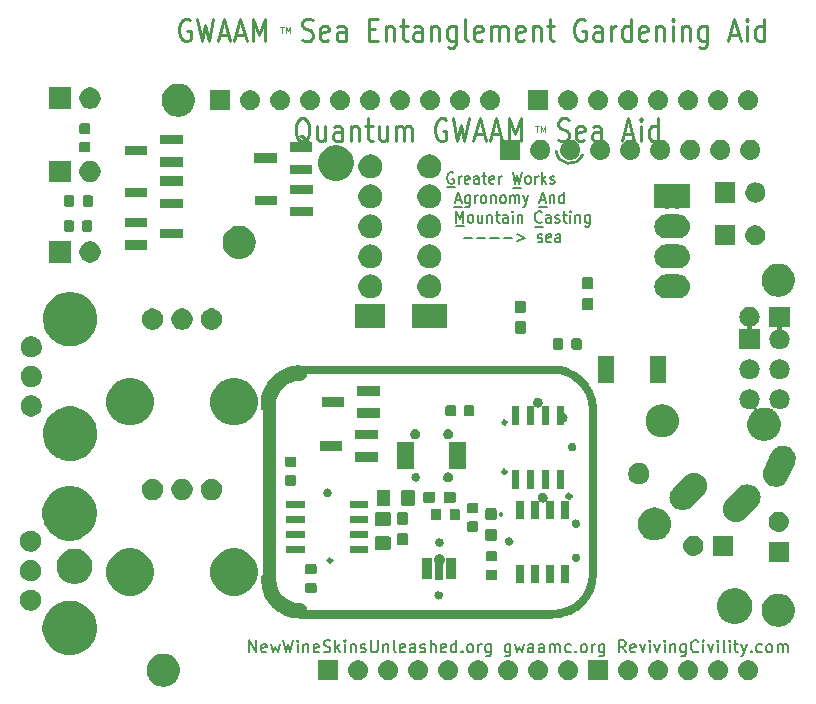
<source format=gts>
G04 #@! TF.GenerationSoftware,KiCad,Pcbnew,5.1.4-e60b266~84~ubuntu16.04.1*
G04 #@! TF.CreationDate,2019-10-13T20:58:43-05:00*
G04 #@! TF.ProjectId,uno shield v1.0 project SMD,756e6f20-7368-4696-956c-642076312e30,rev?*
G04 #@! TF.SameCoordinates,Original*
G04 #@! TF.FileFunction,Soldermask,Top*
G04 #@! TF.FilePolarity,Negative*
%FSLAX46Y46*%
G04 Gerber Fmt 4.6, Leading zero omitted, Abs format (unit mm)*
G04 Created by KiCad (PCBNEW 5.1.4-e60b266~84~ubuntu16.04.1) date 2019-10-13 20:58:43*
%MOMM*%
%LPD*%
G04 APERTURE LIST*
%ADD10C,0.075000*%
%ADD11C,0.250000*%
%ADD12C,0.330000*%
%ADD13C,0.500000*%
%ADD14C,0.450000*%
%ADD15C,0.350000*%
%ADD16C,0.150000*%
%ADD17C,0.100000*%
G04 APERTURE END LIST*
D10*
X133259248Y-75824590D02*
X133544962Y-75824590D01*
X133402105Y-76324590D02*
X133402105Y-75824590D01*
X133711629Y-76324590D02*
X133711629Y-75824590D01*
X133878296Y-76181733D01*
X134044962Y-75824590D01*
X134044962Y-76324590D01*
D11*
X125600247Y-75222060D02*
X125447866Y-75131583D01*
X125219295Y-75131583D01*
X124990723Y-75222060D01*
X124838342Y-75403012D01*
X124762152Y-75583964D01*
X124685961Y-75945869D01*
X124685961Y-76217298D01*
X124762152Y-76579202D01*
X124838342Y-76760155D01*
X124990723Y-76941107D01*
X125219295Y-77031583D01*
X125371676Y-77031583D01*
X125600247Y-76941107D01*
X125676438Y-76850631D01*
X125676438Y-76217298D01*
X125371676Y-76217298D01*
X126209771Y-75131583D02*
X126590723Y-77031583D01*
X126895485Y-75674440D01*
X127200247Y-77031583D01*
X127581200Y-75131583D01*
X128114533Y-76488726D02*
X128876438Y-76488726D01*
X127962152Y-77031583D02*
X128495485Y-75131583D01*
X129028819Y-77031583D01*
X129485961Y-76488726D02*
X130247866Y-76488726D01*
X129333580Y-77031583D02*
X129866914Y-75131583D01*
X130400247Y-77031583D01*
X130933580Y-77031583D02*
X130933580Y-75131583D01*
X131466914Y-76488726D01*
X132000247Y-75131583D01*
X132000247Y-77031583D01*
X135124057Y-76941107D02*
X135352628Y-77031583D01*
X135733580Y-77031583D01*
X135885961Y-76941107D01*
X135962152Y-76850631D01*
X136038342Y-76669679D01*
X136038342Y-76488726D01*
X135962152Y-76307774D01*
X135885961Y-76217298D01*
X135733580Y-76126821D01*
X135428819Y-76036345D01*
X135276438Y-75945869D01*
X135200247Y-75855393D01*
X135124057Y-75674440D01*
X135124057Y-75493488D01*
X135200247Y-75312536D01*
X135276438Y-75222060D01*
X135428819Y-75131583D01*
X135809771Y-75131583D01*
X136038342Y-75222060D01*
X137333580Y-76941107D02*
X137181200Y-77031583D01*
X136876438Y-77031583D01*
X136724057Y-76941107D01*
X136647866Y-76760155D01*
X136647866Y-76036345D01*
X136724057Y-75855393D01*
X136876438Y-75764917D01*
X137181200Y-75764917D01*
X137333580Y-75855393D01*
X137409771Y-76036345D01*
X137409771Y-76217298D01*
X136647866Y-76398250D01*
X138781200Y-77031583D02*
X138781200Y-76036345D01*
X138705009Y-75855393D01*
X138552628Y-75764917D01*
X138247866Y-75764917D01*
X138095485Y-75855393D01*
X138781200Y-76941107D02*
X138628819Y-77031583D01*
X138247866Y-77031583D01*
X138095485Y-76941107D01*
X138019295Y-76760155D01*
X138019295Y-76579202D01*
X138095485Y-76398250D01*
X138247866Y-76307774D01*
X138628819Y-76307774D01*
X138781200Y-76217298D01*
X140762152Y-76036345D02*
X141295485Y-76036345D01*
X141524057Y-77031583D02*
X140762152Y-77031583D01*
X140762152Y-75131583D01*
X141524057Y-75131583D01*
X142209771Y-75764917D02*
X142209771Y-77031583D01*
X142209771Y-75945869D02*
X142285961Y-75855393D01*
X142438342Y-75764917D01*
X142666914Y-75764917D01*
X142819295Y-75855393D01*
X142895485Y-76036345D01*
X142895485Y-77031583D01*
X143428819Y-75764917D02*
X144038342Y-75764917D01*
X143657390Y-75131583D02*
X143657390Y-76760155D01*
X143733580Y-76941107D01*
X143885961Y-77031583D01*
X144038342Y-77031583D01*
X145257390Y-77031583D02*
X145257390Y-76036345D01*
X145181200Y-75855393D01*
X145028819Y-75764917D01*
X144724057Y-75764917D01*
X144571676Y-75855393D01*
X145257390Y-76941107D02*
X145105009Y-77031583D01*
X144724057Y-77031583D01*
X144571676Y-76941107D01*
X144495485Y-76760155D01*
X144495485Y-76579202D01*
X144571676Y-76398250D01*
X144724057Y-76307774D01*
X145105009Y-76307774D01*
X145257390Y-76217298D01*
X146019295Y-75764917D02*
X146019295Y-77031583D01*
X146019295Y-75945869D02*
X146095485Y-75855393D01*
X146247866Y-75764917D01*
X146476438Y-75764917D01*
X146628819Y-75855393D01*
X146705009Y-76036345D01*
X146705009Y-77031583D01*
X148152628Y-75764917D02*
X148152628Y-77303012D01*
X148076438Y-77483964D01*
X148000247Y-77574440D01*
X147847866Y-77664917D01*
X147619295Y-77664917D01*
X147466914Y-77574440D01*
X148152628Y-76941107D02*
X148000247Y-77031583D01*
X147695485Y-77031583D01*
X147543104Y-76941107D01*
X147466914Y-76850631D01*
X147390723Y-76669679D01*
X147390723Y-76126821D01*
X147466914Y-75945869D01*
X147543104Y-75855393D01*
X147695485Y-75764917D01*
X148000247Y-75764917D01*
X148152628Y-75855393D01*
X149143104Y-77031583D02*
X148990723Y-76941107D01*
X148914533Y-76760155D01*
X148914533Y-75131583D01*
X150362152Y-76941107D02*
X150209771Y-77031583D01*
X149905009Y-77031583D01*
X149752628Y-76941107D01*
X149676438Y-76760155D01*
X149676438Y-76036345D01*
X149752628Y-75855393D01*
X149905009Y-75764917D01*
X150209771Y-75764917D01*
X150362152Y-75855393D01*
X150438342Y-76036345D01*
X150438342Y-76217298D01*
X149676438Y-76398250D01*
X151124057Y-77031583D02*
X151124057Y-75764917D01*
X151124057Y-75945869D02*
X151200247Y-75855393D01*
X151352628Y-75764917D01*
X151581200Y-75764917D01*
X151733580Y-75855393D01*
X151809771Y-76036345D01*
X151809771Y-77031583D01*
X151809771Y-76036345D02*
X151885961Y-75855393D01*
X152038342Y-75764917D01*
X152266914Y-75764917D01*
X152419295Y-75855393D01*
X152495485Y-76036345D01*
X152495485Y-77031583D01*
X153866914Y-76941107D02*
X153714533Y-77031583D01*
X153409771Y-77031583D01*
X153257390Y-76941107D01*
X153181200Y-76760155D01*
X153181200Y-76036345D01*
X153257390Y-75855393D01*
X153409771Y-75764917D01*
X153714533Y-75764917D01*
X153866914Y-75855393D01*
X153943104Y-76036345D01*
X153943104Y-76217298D01*
X153181200Y-76398250D01*
X154628819Y-75764917D02*
X154628819Y-77031583D01*
X154628819Y-75945869D02*
X154705009Y-75855393D01*
X154857390Y-75764917D01*
X155085961Y-75764917D01*
X155238342Y-75855393D01*
X155314533Y-76036345D01*
X155314533Y-77031583D01*
X155847866Y-75764917D02*
X156457390Y-75764917D01*
X156076438Y-75131583D02*
X156076438Y-76760155D01*
X156152628Y-76941107D01*
X156305009Y-77031583D01*
X156457390Y-77031583D01*
X159047866Y-75222060D02*
X158895485Y-75131583D01*
X158666914Y-75131583D01*
X158438342Y-75222060D01*
X158285961Y-75403012D01*
X158209771Y-75583964D01*
X158133580Y-75945869D01*
X158133580Y-76217298D01*
X158209771Y-76579202D01*
X158285961Y-76760155D01*
X158438342Y-76941107D01*
X158666914Y-77031583D01*
X158819295Y-77031583D01*
X159047866Y-76941107D01*
X159124057Y-76850631D01*
X159124057Y-76217298D01*
X158819295Y-76217298D01*
X160495485Y-77031583D02*
X160495485Y-76036345D01*
X160419295Y-75855393D01*
X160266914Y-75764917D01*
X159962152Y-75764917D01*
X159809771Y-75855393D01*
X160495485Y-76941107D02*
X160343104Y-77031583D01*
X159962152Y-77031583D01*
X159809771Y-76941107D01*
X159733580Y-76760155D01*
X159733580Y-76579202D01*
X159809771Y-76398250D01*
X159962152Y-76307774D01*
X160343104Y-76307774D01*
X160495485Y-76217298D01*
X161257390Y-77031583D02*
X161257390Y-75764917D01*
X161257390Y-76126821D02*
X161333580Y-75945869D01*
X161409771Y-75855393D01*
X161562152Y-75764917D01*
X161714533Y-75764917D01*
X162933580Y-77031583D02*
X162933580Y-75131583D01*
X162933580Y-76941107D02*
X162781200Y-77031583D01*
X162476438Y-77031583D01*
X162324057Y-76941107D01*
X162247866Y-76850631D01*
X162171676Y-76669679D01*
X162171676Y-76126821D01*
X162247866Y-75945869D01*
X162324057Y-75855393D01*
X162476438Y-75764917D01*
X162781200Y-75764917D01*
X162933580Y-75855393D01*
X164305009Y-76941107D02*
X164152628Y-77031583D01*
X163847866Y-77031583D01*
X163695485Y-76941107D01*
X163619295Y-76760155D01*
X163619295Y-76036345D01*
X163695485Y-75855393D01*
X163847866Y-75764917D01*
X164152628Y-75764917D01*
X164305009Y-75855393D01*
X164381200Y-76036345D01*
X164381200Y-76217298D01*
X163619295Y-76398250D01*
X165066914Y-75764917D02*
X165066914Y-77031583D01*
X165066914Y-75945869D02*
X165143104Y-75855393D01*
X165295485Y-75764917D01*
X165524057Y-75764917D01*
X165676438Y-75855393D01*
X165752628Y-76036345D01*
X165752628Y-77031583D01*
X166514533Y-77031583D02*
X166514533Y-75764917D01*
X166514533Y-75131583D02*
X166438342Y-75222060D01*
X166514533Y-75312536D01*
X166590723Y-75222060D01*
X166514533Y-75131583D01*
X166514533Y-75312536D01*
X167276438Y-75764917D02*
X167276438Y-77031583D01*
X167276438Y-75945869D02*
X167352628Y-75855393D01*
X167505009Y-75764917D01*
X167733580Y-75764917D01*
X167885961Y-75855393D01*
X167962152Y-76036345D01*
X167962152Y-77031583D01*
X169409771Y-75764917D02*
X169409771Y-77303012D01*
X169333580Y-77483964D01*
X169257390Y-77574440D01*
X169105009Y-77664917D01*
X168876438Y-77664917D01*
X168724057Y-77574440D01*
X169409771Y-76941107D02*
X169257390Y-77031583D01*
X168952628Y-77031583D01*
X168800247Y-76941107D01*
X168724057Y-76850631D01*
X168647866Y-76669679D01*
X168647866Y-76126821D01*
X168724057Y-75945869D01*
X168800247Y-75855393D01*
X168952628Y-75764917D01*
X169257390Y-75764917D01*
X169409771Y-75855393D01*
X171314533Y-76488726D02*
X172076438Y-76488726D01*
X171162152Y-77031583D02*
X171695485Y-75131583D01*
X172228819Y-77031583D01*
X172762152Y-77031583D02*
X172762152Y-75764917D01*
X172762152Y-75131583D02*
X172685961Y-75222060D01*
X172762152Y-75312536D01*
X172838342Y-75222060D01*
X172762152Y-75131583D01*
X172762152Y-75312536D01*
X174209771Y-77031583D02*
X174209771Y-75131583D01*
X174209771Y-76941107D02*
X174057390Y-77031583D01*
X173752628Y-77031583D01*
X173600247Y-76941107D01*
X173524057Y-76850631D01*
X173447866Y-76669679D01*
X173447866Y-76126821D01*
X173524057Y-75945869D01*
X173600247Y-75855393D01*
X173752628Y-75764917D01*
X174057390Y-75764917D01*
X174209771Y-75855393D01*
D12*
X137601828Y-121004401D02*
G75*
G03X137601828Y-121004401I-140000J0D01*
G01*
D13*
X146980215Y-120975422D02*
G75*
G03X146980215Y-120975422I-244592J0D01*
G01*
D12*
X152381583Y-113507498D02*
G75*
G03X152381583Y-113507498I-140000J0D01*
G01*
X152374532Y-109315836D02*
G75*
G03X152374532Y-109315836I-140000J0D01*
G01*
X152773380Y-119405400D02*
G75*
G03X152773380Y-119405400I-154940J0D01*
G01*
X147643449Y-113985125D02*
G75*
G03X147643449Y-113985125I-169375J0D01*
G01*
X147643449Y-110315125D02*
G75*
G03X147643449Y-110315125I-169375J0D01*
G01*
X144837190Y-110315125D02*
G75*
G03X144837190Y-110315125I-169375J0D01*
G01*
X158503314Y-117906887D02*
G75*
G03X158503314Y-117906887I-210265J0D01*
G01*
X158508394Y-120794867D02*
G75*
G03X158508394Y-120794867I-210265J0D01*
G01*
X152834034Y-119408027D02*
G75*
G03X152834034Y-119408027I-210265J0D01*
G01*
X146882814Y-123954627D02*
G75*
G03X146882814Y-123954627I-210265J0D01*
G01*
X146943171Y-119503713D02*
G75*
G03X146943171Y-119503713I-210265J0D01*
G01*
X137472114Y-115298307D02*
G75*
G03X137472114Y-115298307I-210265J0D01*
G01*
X144929554Y-113974967D02*
G75*
G03X144929554Y-113974967I-210265J0D01*
G01*
X158178803Y-111420572D02*
G75*
G03X158178803Y-111420572I-210265J0D01*
G01*
D14*
X155695893Y-115704620D02*
G75*
G03X155695893Y-115704620I-222493J0D01*
G01*
X155281873Y-107652820D02*
G75*
G03X155281873Y-107652820I-222493J0D01*
G01*
X157831036Y-115587780D02*
G75*
G03X157831036Y-115587780I-150376J0D01*
G01*
X157374833Y-108940600D02*
G75*
G03X157374833Y-108940600I-222493J0D01*
G01*
D11*
X158832126Y-86687800D02*
G75*
G02X156608780Y-86365080I-1070186J447180D01*
G01*
D15*
X151921574Y-117151192D02*
X151921574Y-117041192D01*
D16*
X130642976Y-128782380D02*
X130642976Y-127782380D01*
X131214404Y-128782380D01*
X131214404Y-127782380D01*
X132071547Y-128734761D02*
X131976309Y-128782380D01*
X131785833Y-128782380D01*
X131690595Y-128734761D01*
X131642976Y-128639523D01*
X131642976Y-128258571D01*
X131690595Y-128163333D01*
X131785833Y-128115714D01*
X131976309Y-128115714D01*
X132071547Y-128163333D01*
X132119166Y-128258571D01*
X132119166Y-128353809D01*
X131642976Y-128449047D01*
X132452500Y-128115714D02*
X132642976Y-128782380D01*
X132833452Y-128306190D01*
X133023928Y-128782380D01*
X133214404Y-128115714D01*
X133500119Y-127782380D02*
X133738214Y-128782380D01*
X133928690Y-128068095D01*
X134119166Y-128782380D01*
X134357261Y-127782380D01*
X134738214Y-128782380D02*
X134738214Y-128115714D01*
X134738214Y-127782380D02*
X134690595Y-127830000D01*
X134738214Y-127877619D01*
X134785833Y-127830000D01*
X134738214Y-127782380D01*
X134738214Y-127877619D01*
X135214404Y-128115714D02*
X135214404Y-128782380D01*
X135214404Y-128210952D02*
X135262023Y-128163333D01*
X135357261Y-128115714D01*
X135500119Y-128115714D01*
X135595357Y-128163333D01*
X135642976Y-128258571D01*
X135642976Y-128782380D01*
X136500119Y-128734761D02*
X136404880Y-128782380D01*
X136214404Y-128782380D01*
X136119166Y-128734761D01*
X136071547Y-128639523D01*
X136071547Y-128258571D01*
X136119166Y-128163333D01*
X136214404Y-128115714D01*
X136404880Y-128115714D01*
X136500119Y-128163333D01*
X136547738Y-128258571D01*
X136547738Y-128353809D01*
X136071547Y-128449047D01*
X136928690Y-128734761D02*
X137071547Y-128782380D01*
X137309642Y-128782380D01*
X137404880Y-128734761D01*
X137452500Y-128687142D01*
X137500119Y-128591904D01*
X137500119Y-128496666D01*
X137452500Y-128401428D01*
X137404880Y-128353809D01*
X137309642Y-128306190D01*
X137119166Y-128258571D01*
X137023928Y-128210952D01*
X136976309Y-128163333D01*
X136928690Y-128068095D01*
X136928690Y-127972857D01*
X136976309Y-127877619D01*
X137023928Y-127830000D01*
X137119166Y-127782380D01*
X137357261Y-127782380D01*
X137500119Y-127830000D01*
X137928690Y-128782380D02*
X137928690Y-127782380D01*
X138023928Y-128401428D02*
X138309642Y-128782380D01*
X138309642Y-128115714D02*
X137928690Y-128496666D01*
X138738214Y-128782380D02*
X138738214Y-128115714D01*
X138738214Y-127782380D02*
X138690595Y-127830000D01*
X138738214Y-127877619D01*
X138785833Y-127830000D01*
X138738214Y-127782380D01*
X138738214Y-127877619D01*
X139214404Y-128115714D02*
X139214404Y-128782380D01*
X139214404Y-128210952D02*
X139262023Y-128163333D01*
X139357261Y-128115714D01*
X139500119Y-128115714D01*
X139595357Y-128163333D01*
X139642976Y-128258571D01*
X139642976Y-128782380D01*
X140071547Y-128734761D02*
X140166785Y-128782380D01*
X140357261Y-128782380D01*
X140452500Y-128734761D01*
X140500119Y-128639523D01*
X140500119Y-128591904D01*
X140452500Y-128496666D01*
X140357261Y-128449047D01*
X140214404Y-128449047D01*
X140119166Y-128401428D01*
X140071547Y-128306190D01*
X140071547Y-128258571D01*
X140119166Y-128163333D01*
X140214404Y-128115714D01*
X140357261Y-128115714D01*
X140452500Y-128163333D01*
X140928690Y-127782380D02*
X140928690Y-128591904D01*
X140976309Y-128687142D01*
X141023928Y-128734761D01*
X141119166Y-128782380D01*
X141309642Y-128782380D01*
X141404880Y-128734761D01*
X141452500Y-128687142D01*
X141500119Y-128591904D01*
X141500119Y-127782380D01*
X141976309Y-128115714D02*
X141976309Y-128782380D01*
X141976309Y-128210952D02*
X142023928Y-128163333D01*
X142119166Y-128115714D01*
X142262023Y-128115714D01*
X142357261Y-128163333D01*
X142404880Y-128258571D01*
X142404880Y-128782380D01*
X143023928Y-128782380D02*
X142928690Y-128734761D01*
X142881071Y-128639523D01*
X142881071Y-127782380D01*
X143785833Y-128734761D02*
X143690595Y-128782380D01*
X143500119Y-128782380D01*
X143404880Y-128734761D01*
X143357261Y-128639523D01*
X143357261Y-128258571D01*
X143404880Y-128163333D01*
X143500119Y-128115714D01*
X143690595Y-128115714D01*
X143785833Y-128163333D01*
X143833452Y-128258571D01*
X143833452Y-128353809D01*
X143357261Y-128449047D01*
X144690595Y-128782380D02*
X144690595Y-128258571D01*
X144642976Y-128163333D01*
X144547738Y-128115714D01*
X144357261Y-128115714D01*
X144262023Y-128163333D01*
X144690595Y-128734761D02*
X144595357Y-128782380D01*
X144357261Y-128782380D01*
X144262023Y-128734761D01*
X144214404Y-128639523D01*
X144214404Y-128544285D01*
X144262023Y-128449047D01*
X144357261Y-128401428D01*
X144595357Y-128401428D01*
X144690595Y-128353809D01*
X145119166Y-128734761D02*
X145214404Y-128782380D01*
X145404880Y-128782380D01*
X145500119Y-128734761D01*
X145547738Y-128639523D01*
X145547738Y-128591904D01*
X145500119Y-128496666D01*
X145404880Y-128449047D01*
X145262023Y-128449047D01*
X145166785Y-128401428D01*
X145119166Y-128306190D01*
X145119166Y-128258571D01*
X145166785Y-128163333D01*
X145262023Y-128115714D01*
X145404880Y-128115714D01*
X145500119Y-128163333D01*
X145976309Y-128782380D02*
X145976309Y-127782380D01*
X146404880Y-128782380D02*
X146404880Y-128258571D01*
X146357261Y-128163333D01*
X146262023Y-128115714D01*
X146119166Y-128115714D01*
X146023928Y-128163333D01*
X145976309Y-128210952D01*
X147262023Y-128734761D02*
X147166785Y-128782380D01*
X146976309Y-128782380D01*
X146881071Y-128734761D01*
X146833452Y-128639523D01*
X146833452Y-128258571D01*
X146881071Y-128163333D01*
X146976309Y-128115714D01*
X147166785Y-128115714D01*
X147262023Y-128163333D01*
X147309642Y-128258571D01*
X147309642Y-128353809D01*
X146833452Y-128449047D01*
X148166785Y-128782380D02*
X148166785Y-127782380D01*
X148166785Y-128734761D02*
X148071547Y-128782380D01*
X147881071Y-128782380D01*
X147785833Y-128734761D01*
X147738214Y-128687142D01*
X147690595Y-128591904D01*
X147690595Y-128306190D01*
X147738214Y-128210952D01*
X147785833Y-128163333D01*
X147881071Y-128115714D01*
X148071547Y-128115714D01*
X148166785Y-128163333D01*
X148642976Y-128687142D02*
X148690595Y-128734761D01*
X148642976Y-128782380D01*
X148595357Y-128734761D01*
X148642976Y-128687142D01*
X148642976Y-128782380D01*
X149262023Y-128782380D02*
X149166785Y-128734761D01*
X149119166Y-128687142D01*
X149071547Y-128591904D01*
X149071547Y-128306190D01*
X149119166Y-128210952D01*
X149166785Y-128163333D01*
X149262023Y-128115714D01*
X149404880Y-128115714D01*
X149500119Y-128163333D01*
X149547738Y-128210952D01*
X149595357Y-128306190D01*
X149595357Y-128591904D01*
X149547738Y-128687142D01*
X149500119Y-128734761D01*
X149404880Y-128782380D01*
X149262023Y-128782380D01*
X150023928Y-128782380D02*
X150023928Y-128115714D01*
X150023928Y-128306190D02*
X150071547Y-128210952D01*
X150119166Y-128163333D01*
X150214404Y-128115714D01*
X150309642Y-128115714D01*
X151071547Y-128115714D02*
X151071547Y-128925238D01*
X151023928Y-129020476D01*
X150976309Y-129068095D01*
X150881071Y-129115714D01*
X150738214Y-129115714D01*
X150642976Y-129068095D01*
X151071547Y-128734761D02*
X150976309Y-128782380D01*
X150785833Y-128782380D01*
X150690595Y-128734761D01*
X150642976Y-128687142D01*
X150595357Y-128591904D01*
X150595357Y-128306190D01*
X150642976Y-128210952D01*
X150690595Y-128163333D01*
X150785833Y-128115714D01*
X150976309Y-128115714D01*
X151071547Y-128163333D01*
X152738214Y-128115714D02*
X152738214Y-128925238D01*
X152690595Y-129020476D01*
X152642976Y-129068095D01*
X152547738Y-129115714D01*
X152404880Y-129115714D01*
X152309642Y-129068095D01*
X152738214Y-128734761D02*
X152642976Y-128782380D01*
X152452500Y-128782380D01*
X152357261Y-128734761D01*
X152309642Y-128687142D01*
X152262023Y-128591904D01*
X152262023Y-128306190D01*
X152309642Y-128210952D01*
X152357261Y-128163333D01*
X152452500Y-128115714D01*
X152642976Y-128115714D01*
X152738214Y-128163333D01*
X153119166Y-128115714D02*
X153309642Y-128782380D01*
X153500119Y-128306190D01*
X153690595Y-128782380D01*
X153881071Y-128115714D01*
X154690595Y-128782380D02*
X154690595Y-128258571D01*
X154642976Y-128163333D01*
X154547738Y-128115714D01*
X154357261Y-128115714D01*
X154262023Y-128163333D01*
X154690595Y-128734761D02*
X154595357Y-128782380D01*
X154357261Y-128782380D01*
X154262023Y-128734761D01*
X154214404Y-128639523D01*
X154214404Y-128544285D01*
X154262023Y-128449047D01*
X154357261Y-128401428D01*
X154595357Y-128401428D01*
X154690595Y-128353809D01*
X155595357Y-128782380D02*
X155595357Y-128258571D01*
X155547738Y-128163333D01*
X155452500Y-128115714D01*
X155262023Y-128115714D01*
X155166785Y-128163333D01*
X155595357Y-128734761D02*
X155500119Y-128782380D01*
X155262023Y-128782380D01*
X155166785Y-128734761D01*
X155119166Y-128639523D01*
X155119166Y-128544285D01*
X155166785Y-128449047D01*
X155262023Y-128401428D01*
X155500119Y-128401428D01*
X155595357Y-128353809D01*
X156071547Y-128782380D02*
X156071547Y-128115714D01*
X156071547Y-128210952D02*
X156119166Y-128163333D01*
X156214404Y-128115714D01*
X156357261Y-128115714D01*
X156452500Y-128163333D01*
X156500119Y-128258571D01*
X156500119Y-128782380D01*
X156500119Y-128258571D02*
X156547738Y-128163333D01*
X156642976Y-128115714D01*
X156785833Y-128115714D01*
X156881071Y-128163333D01*
X156928690Y-128258571D01*
X156928690Y-128782380D01*
X157833452Y-128734761D02*
X157738214Y-128782380D01*
X157547738Y-128782380D01*
X157452500Y-128734761D01*
X157404880Y-128687142D01*
X157357261Y-128591904D01*
X157357261Y-128306190D01*
X157404880Y-128210952D01*
X157452500Y-128163333D01*
X157547738Y-128115714D01*
X157738214Y-128115714D01*
X157833452Y-128163333D01*
X158262023Y-128687142D02*
X158309642Y-128734761D01*
X158262023Y-128782380D01*
X158214404Y-128734761D01*
X158262023Y-128687142D01*
X158262023Y-128782380D01*
X158881071Y-128782380D02*
X158785833Y-128734761D01*
X158738214Y-128687142D01*
X158690595Y-128591904D01*
X158690595Y-128306190D01*
X158738214Y-128210952D01*
X158785833Y-128163333D01*
X158881071Y-128115714D01*
X159023928Y-128115714D01*
X159119166Y-128163333D01*
X159166785Y-128210952D01*
X159214404Y-128306190D01*
X159214404Y-128591904D01*
X159166785Y-128687142D01*
X159119166Y-128734761D01*
X159023928Y-128782380D01*
X158881071Y-128782380D01*
X159642976Y-128782380D02*
X159642976Y-128115714D01*
X159642976Y-128306190D02*
X159690595Y-128210952D01*
X159738214Y-128163333D01*
X159833452Y-128115714D01*
X159928690Y-128115714D01*
X160690595Y-128115714D02*
X160690595Y-128925238D01*
X160642976Y-129020476D01*
X160595357Y-129068095D01*
X160500119Y-129115714D01*
X160357261Y-129115714D01*
X160262023Y-129068095D01*
X160690595Y-128734761D02*
X160595357Y-128782380D01*
X160404880Y-128782380D01*
X160309642Y-128734761D01*
X160262023Y-128687142D01*
X160214404Y-128591904D01*
X160214404Y-128306190D01*
X160262023Y-128210952D01*
X160309642Y-128163333D01*
X160404880Y-128115714D01*
X160595357Y-128115714D01*
X160690595Y-128163333D01*
X162500119Y-128782380D02*
X162166785Y-128306190D01*
X161928690Y-128782380D02*
X161928690Y-127782380D01*
X162309642Y-127782380D01*
X162404880Y-127830000D01*
X162452500Y-127877619D01*
X162500119Y-127972857D01*
X162500119Y-128115714D01*
X162452500Y-128210952D01*
X162404880Y-128258571D01*
X162309642Y-128306190D01*
X161928690Y-128306190D01*
X163309642Y-128734761D02*
X163214404Y-128782380D01*
X163023928Y-128782380D01*
X162928690Y-128734761D01*
X162881071Y-128639523D01*
X162881071Y-128258571D01*
X162928690Y-128163333D01*
X163023928Y-128115714D01*
X163214404Y-128115714D01*
X163309642Y-128163333D01*
X163357261Y-128258571D01*
X163357261Y-128353809D01*
X162881071Y-128449047D01*
X163690595Y-128115714D02*
X163928690Y-128782380D01*
X164166785Y-128115714D01*
X164547738Y-128782380D02*
X164547738Y-128115714D01*
X164547738Y-127782380D02*
X164500119Y-127830000D01*
X164547738Y-127877619D01*
X164595357Y-127830000D01*
X164547738Y-127782380D01*
X164547738Y-127877619D01*
X164928690Y-128115714D02*
X165166785Y-128782380D01*
X165404880Y-128115714D01*
X165785833Y-128782380D02*
X165785833Y-128115714D01*
X165785833Y-127782380D02*
X165738214Y-127830000D01*
X165785833Y-127877619D01*
X165833452Y-127830000D01*
X165785833Y-127782380D01*
X165785833Y-127877619D01*
X166262023Y-128115714D02*
X166262023Y-128782380D01*
X166262023Y-128210952D02*
X166309642Y-128163333D01*
X166404880Y-128115714D01*
X166547738Y-128115714D01*
X166642976Y-128163333D01*
X166690595Y-128258571D01*
X166690595Y-128782380D01*
X167595357Y-128115714D02*
X167595357Y-128925238D01*
X167547738Y-129020476D01*
X167500119Y-129068095D01*
X167404880Y-129115714D01*
X167262023Y-129115714D01*
X167166785Y-129068095D01*
X167595357Y-128734761D02*
X167500119Y-128782380D01*
X167309642Y-128782380D01*
X167214404Y-128734761D01*
X167166785Y-128687142D01*
X167119166Y-128591904D01*
X167119166Y-128306190D01*
X167166785Y-128210952D01*
X167214404Y-128163333D01*
X167309642Y-128115714D01*
X167500119Y-128115714D01*
X167595357Y-128163333D01*
X168642976Y-128687142D02*
X168595357Y-128734761D01*
X168452500Y-128782380D01*
X168357261Y-128782380D01*
X168214404Y-128734761D01*
X168119166Y-128639523D01*
X168071547Y-128544285D01*
X168023928Y-128353809D01*
X168023928Y-128210952D01*
X168071547Y-128020476D01*
X168119166Y-127925238D01*
X168214404Y-127830000D01*
X168357261Y-127782380D01*
X168452500Y-127782380D01*
X168595357Y-127830000D01*
X168642976Y-127877619D01*
X169071547Y-128782380D02*
X169071547Y-128115714D01*
X169071547Y-127782380D02*
X169023928Y-127830000D01*
X169071547Y-127877619D01*
X169119166Y-127830000D01*
X169071547Y-127782380D01*
X169071547Y-127877619D01*
X169452500Y-128115714D02*
X169690595Y-128782380D01*
X169928690Y-128115714D01*
X170309642Y-128782380D02*
X170309642Y-128115714D01*
X170309642Y-127782380D02*
X170262023Y-127830000D01*
X170309642Y-127877619D01*
X170357261Y-127830000D01*
X170309642Y-127782380D01*
X170309642Y-127877619D01*
X170928690Y-128782380D02*
X170833452Y-128734761D01*
X170785833Y-128639523D01*
X170785833Y-127782380D01*
X171309642Y-128782380D02*
X171309642Y-128115714D01*
X171309642Y-127782380D02*
X171262023Y-127830000D01*
X171309642Y-127877619D01*
X171357261Y-127830000D01*
X171309642Y-127782380D01*
X171309642Y-127877619D01*
X171642976Y-128115714D02*
X172023928Y-128115714D01*
X171785833Y-127782380D02*
X171785833Y-128639523D01*
X171833452Y-128734761D01*
X171928690Y-128782380D01*
X172023928Y-128782380D01*
X172262023Y-128115714D02*
X172500119Y-128782380D01*
X172738214Y-128115714D02*
X172500119Y-128782380D01*
X172404880Y-129020476D01*
X172357261Y-129068095D01*
X172262023Y-129115714D01*
X173119166Y-128687142D02*
X173166785Y-128734761D01*
X173119166Y-128782380D01*
X173071547Y-128734761D01*
X173119166Y-128687142D01*
X173119166Y-128782380D01*
X174023928Y-128734761D02*
X173928690Y-128782380D01*
X173738214Y-128782380D01*
X173642976Y-128734761D01*
X173595357Y-128687142D01*
X173547738Y-128591904D01*
X173547738Y-128306190D01*
X173595357Y-128210952D01*
X173642976Y-128163333D01*
X173738214Y-128115714D01*
X173928690Y-128115714D01*
X174023928Y-128163333D01*
X174595357Y-128782380D02*
X174500119Y-128734761D01*
X174452500Y-128687142D01*
X174404880Y-128591904D01*
X174404880Y-128306190D01*
X174452500Y-128210952D01*
X174500119Y-128163333D01*
X174595357Y-128115714D01*
X174738214Y-128115714D01*
X174833452Y-128163333D01*
X174881071Y-128210952D01*
X174928690Y-128306190D01*
X174928690Y-128591904D01*
X174881071Y-128687142D01*
X174833452Y-128734761D01*
X174738214Y-128782380D01*
X174595357Y-128782380D01*
X175357261Y-128782380D02*
X175357261Y-128115714D01*
X175357261Y-128210952D02*
X175404880Y-128163333D01*
X175500119Y-128115714D01*
X175642976Y-128115714D01*
X175738214Y-128163333D01*
X175785833Y-128258571D01*
X175785833Y-128782380D01*
X175785833Y-128258571D02*
X175833452Y-128163333D01*
X175928690Y-128115714D01*
X176071547Y-128115714D01*
X176166785Y-128163333D01*
X176214404Y-128258571D01*
X176214404Y-128782380D01*
X154834300Y-92764859D02*
X155520014Y-92764859D01*
X148138860Y-92729299D02*
X148824574Y-92729299D01*
X155134020Y-91047819D02*
X155819734Y-91047819D01*
X147971220Y-91083379D02*
X148656934Y-91083379D01*
X152985180Y-89498419D02*
X153670894Y-89498419D01*
X147381940Y-89432379D02*
X148067654Y-89432379D01*
X147920334Y-88175440D02*
X147834620Y-88127820D01*
X147706048Y-88127820D01*
X147577477Y-88175440D01*
X147491762Y-88270678D01*
X147448905Y-88365916D01*
X147406048Y-88556392D01*
X147406048Y-88699249D01*
X147448905Y-88889725D01*
X147491762Y-88984963D01*
X147577477Y-89080201D01*
X147706048Y-89127820D01*
X147791762Y-89127820D01*
X147920334Y-89080201D01*
X147963191Y-89032582D01*
X147963191Y-88699249D01*
X147791762Y-88699249D01*
X148348905Y-89127820D02*
X148348905Y-88461154D01*
X148348905Y-88651630D02*
X148391762Y-88556392D01*
X148434620Y-88508773D01*
X148520334Y-88461154D01*
X148606048Y-88461154D01*
X149248905Y-89080201D02*
X149163191Y-89127820D01*
X148991762Y-89127820D01*
X148906048Y-89080201D01*
X148863191Y-88984963D01*
X148863191Y-88604011D01*
X148906048Y-88508773D01*
X148991762Y-88461154D01*
X149163191Y-88461154D01*
X149248905Y-88508773D01*
X149291762Y-88604011D01*
X149291762Y-88699249D01*
X148863191Y-88794487D01*
X150063191Y-89127820D02*
X150063191Y-88604011D01*
X150020334Y-88508773D01*
X149934620Y-88461154D01*
X149763191Y-88461154D01*
X149677477Y-88508773D01*
X150063191Y-89080201D02*
X149977477Y-89127820D01*
X149763191Y-89127820D01*
X149677477Y-89080201D01*
X149634620Y-88984963D01*
X149634620Y-88889725D01*
X149677477Y-88794487D01*
X149763191Y-88746868D01*
X149977477Y-88746868D01*
X150063191Y-88699249D01*
X150363191Y-88461154D02*
X150706048Y-88461154D01*
X150491762Y-88127820D02*
X150491762Y-88984963D01*
X150534620Y-89080201D01*
X150620334Y-89127820D01*
X150706048Y-89127820D01*
X151348905Y-89080201D02*
X151263191Y-89127820D01*
X151091762Y-89127820D01*
X151006048Y-89080201D01*
X150963191Y-88984963D01*
X150963191Y-88604011D01*
X151006048Y-88508773D01*
X151091762Y-88461154D01*
X151263191Y-88461154D01*
X151348905Y-88508773D01*
X151391762Y-88604011D01*
X151391762Y-88699249D01*
X150963191Y-88794487D01*
X151777477Y-89127820D02*
X151777477Y-88461154D01*
X151777477Y-88651630D02*
X151820334Y-88556392D01*
X151863191Y-88508773D01*
X151948905Y-88461154D01*
X152034620Y-88461154D01*
X152934620Y-88127820D02*
X153148905Y-89127820D01*
X153320334Y-88413535D01*
X153491762Y-89127820D01*
X153706048Y-88127820D01*
X154177477Y-89127820D02*
X154091762Y-89080201D01*
X154048905Y-89032582D01*
X154006048Y-88937344D01*
X154006048Y-88651630D01*
X154048905Y-88556392D01*
X154091762Y-88508773D01*
X154177477Y-88461154D01*
X154306048Y-88461154D01*
X154391762Y-88508773D01*
X154434620Y-88556392D01*
X154477477Y-88651630D01*
X154477477Y-88937344D01*
X154434620Y-89032582D01*
X154391762Y-89080201D01*
X154306048Y-89127820D01*
X154177477Y-89127820D01*
X154863191Y-89127820D02*
X154863191Y-88461154D01*
X154863191Y-88651630D02*
X154906048Y-88556392D01*
X154948905Y-88508773D01*
X155034620Y-88461154D01*
X155120334Y-88461154D01*
X155420334Y-89127820D02*
X155420334Y-88127820D01*
X155506048Y-88746868D02*
X155763191Y-89127820D01*
X155763191Y-88461154D02*
X155420334Y-88842106D01*
X156106048Y-89080201D02*
X156191762Y-89127820D01*
X156363191Y-89127820D01*
X156448905Y-89080201D01*
X156491762Y-88984963D01*
X156491762Y-88937344D01*
X156448905Y-88842106D01*
X156363191Y-88794487D01*
X156234620Y-88794487D01*
X156148905Y-88746868D01*
X156106048Y-88651630D01*
X156106048Y-88604011D01*
X156148905Y-88508773D01*
X156234620Y-88461154D01*
X156363191Y-88461154D01*
X156448905Y-88508773D01*
X148091762Y-90492106D02*
X148520334Y-90492106D01*
X148006048Y-90777820D02*
X148306048Y-89777820D01*
X148606048Y-90777820D01*
X149291762Y-90111154D02*
X149291762Y-90920678D01*
X149248905Y-91015916D01*
X149206048Y-91063535D01*
X149120334Y-91111154D01*
X148991762Y-91111154D01*
X148906048Y-91063535D01*
X149291762Y-90730201D02*
X149206048Y-90777820D01*
X149034620Y-90777820D01*
X148948905Y-90730201D01*
X148906048Y-90682582D01*
X148863191Y-90587344D01*
X148863191Y-90301630D01*
X148906048Y-90206392D01*
X148948905Y-90158773D01*
X149034620Y-90111154D01*
X149206048Y-90111154D01*
X149291762Y-90158773D01*
X149720334Y-90777820D02*
X149720334Y-90111154D01*
X149720334Y-90301630D02*
X149763191Y-90206392D01*
X149806048Y-90158773D01*
X149891762Y-90111154D01*
X149977477Y-90111154D01*
X150406048Y-90777820D02*
X150320334Y-90730201D01*
X150277477Y-90682582D01*
X150234620Y-90587344D01*
X150234620Y-90301630D01*
X150277477Y-90206392D01*
X150320334Y-90158773D01*
X150406048Y-90111154D01*
X150534620Y-90111154D01*
X150620334Y-90158773D01*
X150663191Y-90206392D01*
X150706048Y-90301630D01*
X150706048Y-90587344D01*
X150663191Y-90682582D01*
X150620334Y-90730201D01*
X150534620Y-90777820D01*
X150406048Y-90777820D01*
X151091762Y-90111154D02*
X151091762Y-90777820D01*
X151091762Y-90206392D02*
X151134620Y-90158773D01*
X151220334Y-90111154D01*
X151348905Y-90111154D01*
X151434620Y-90158773D01*
X151477477Y-90254011D01*
X151477477Y-90777820D01*
X152034620Y-90777820D02*
X151948905Y-90730201D01*
X151906048Y-90682582D01*
X151863191Y-90587344D01*
X151863191Y-90301630D01*
X151906048Y-90206392D01*
X151948905Y-90158773D01*
X152034620Y-90111154D01*
X152163191Y-90111154D01*
X152248905Y-90158773D01*
X152291762Y-90206392D01*
X152334620Y-90301630D01*
X152334620Y-90587344D01*
X152291762Y-90682582D01*
X152248905Y-90730201D01*
X152163191Y-90777820D01*
X152034620Y-90777820D01*
X152720334Y-90777820D02*
X152720334Y-90111154D01*
X152720334Y-90206392D02*
X152763191Y-90158773D01*
X152848905Y-90111154D01*
X152977477Y-90111154D01*
X153063191Y-90158773D01*
X153106048Y-90254011D01*
X153106048Y-90777820D01*
X153106048Y-90254011D02*
X153148905Y-90158773D01*
X153234620Y-90111154D01*
X153363191Y-90111154D01*
X153448905Y-90158773D01*
X153491762Y-90254011D01*
X153491762Y-90777820D01*
X153834620Y-90111154D02*
X154048905Y-90777820D01*
X154263191Y-90111154D02*
X154048905Y-90777820D01*
X153963191Y-91015916D01*
X153920334Y-91063535D01*
X153834620Y-91111154D01*
X155248905Y-90492106D02*
X155677477Y-90492106D01*
X155163191Y-90777820D02*
X155463191Y-89777820D01*
X155763191Y-90777820D01*
X156063191Y-90111154D02*
X156063191Y-90777820D01*
X156063191Y-90206392D02*
X156106048Y-90158773D01*
X156191762Y-90111154D01*
X156320334Y-90111154D01*
X156406048Y-90158773D01*
X156448905Y-90254011D01*
X156448905Y-90777820D01*
X157263191Y-90777820D02*
X157263191Y-89777820D01*
X157263191Y-90730201D02*
X157177477Y-90777820D01*
X157006048Y-90777820D01*
X156920334Y-90730201D01*
X156877477Y-90682582D01*
X156834620Y-90587344D01*
X156834620Y-90301630D01*
X156877477Y-90206392D01*
X156920334Y-90158773D01*
X157006048Y-90111154D01*
X157177477Y-90111154D01*
X157263191Y-90158773D01*
X148134620Y-92427820D02*
X148134620Y-91427820D01*
X148434620Y-92142106D01*
X148734620Y-91427820D01*
X148734620Y-92427820D01*
X149291762Y-92427820D02*
X149206048Y-92380201D01*
X149163191Y-92332582D01*
X149120334Y-92237344D01*
X149120334Y-91951630D01*
X149163191Y-91856392D01*
X149206048Y-91808773D01*
X149291762Y-91761154D01*
X149420334Y-91761154D01*
X149506048Y-91808773D01*
X149548905Y-91856392D01*
X149591762Y-91951630D01*
X149591762Y-92237344D01*
X149548905Y-92332582D01*
X149506048Y-92380201D01*
X149420334Y-92427820D01*
X149291762Y-92427820D01*
X150363191Y-91761154D02*
X150363191Y-92427820D01*
X149977477Y-91761154D02*
X149977477Y-92284963D01*
X150020334Y-92380201D01*
X150106048Y-92427820D01*
X150234620Y-92427820D01*
X150320334Y-92380201D01*
X150363191Y-92332582D01*
X150791762Y-91761154D02*
X150791762Y-92427820D01*
X150791762Y-91856392D02*
X150834620Y-91808773D01*
X150920334Y-91761154D01*
X151048905Y-91761154D01*
X151134620Y-91808773D01*
X151177477Y-91904011D01*
X151177477Y-92427820D01*
X151477477Y-91761154D02*
X151820334Y-91761154D01*
X151606048Y-91427820D02*
X151606048Y-92284963D01*
X151648905Y-92380201D01*
X151734620Y-92427820D01*
X151820334Y-92427820D01*
X152506048Y-92427820D02*
X152506048Y-91904011D01*
X152463191Y-91808773D01*
X152377477Y-91761154D01*
X152206048Y-91761154D01*
X152120334Y-91808773D01*
X152506048Y-92380201D02*
X152420334Y-92427820D01*
X152206048Y-92427820D01*
X152120334Y-92380201D01*
X152077477Y-92284963D01*
X152077477Y-92189725D01*
X152120334Y-92094487D01*
X152206048Y-92046868D01*
X152420334Y-92046868D01*
X152506048Y-91999249D01*
X152934620Y-92427820D02*
X152934620Y-91761154D01*
X152934620Y-91427820D02*
X152891762Y-91475440D01*
X152934620Y-91523059D01*
X152977477Y-91475440D01*
X152934620Y-91427820D01*
X152934620Y-91523059D01*
X153363191Y-91761154D02*
X153363191Y-92427820D01*
X153363191Y-91856392D02*
X153406048Y-91808773D01*
X153491762Y-91761154D01*
X153620334Y-91761154D01*
X153706048Y-91808773D01*
X153748905Y-91904011D01*
X153748905Y-92427820D01*
X155377477Y-92332582D02*
X155334620Y-92380201D01*
X155206048Y-92427820D01*
X155120334Y-92427820D01*
X154991762Y-92380201D01*
X154906048Y-92284963D01*
X154863191Y-92189725D01*
X154820334Y-91999249D01*
X154820334Y-91856392D01*
X154863191Y-91665916D01*
X154906048Y-91570678D01*
X154991762Y-91475440D01*
X155120334Y-91427820D01*
X155206048Y-91427820D01*
X155334620Y-91475440D01*
X155377477Y-91523059D01*
X156148905Y-92427820D02*
X156148905Y-91904011D01*
X156106048Y-91808773D01*
X156020334Y-91761154D01*
X155848905Y-91761154D01*
X155763191Y-91808773D01*
X156148905Y-92380201D02*
X156063191Y-92427820D01*
X155848905Y-92427820D01*
X155763191Y-92380201D01*
X155720334Y-92284963D01*
X155720334Y-92189725D01*
X155763191Y-92094487D01*
X155848905Y-92046868D01*
X156063191Y-92046868D01*
X156148905Y-91999249D01*
X156534620Y-92380201D02*
X156620334Y-92427820D01*
X156791762Y-92427820D01*
X156877477Y-92380201D01*
X156920334Y-92284963D01*
X156920334Y-92237344D01*
X156877477Y-92142106D01*
X156791762Y-92094487D01*
X156663191Y-92094487D01*
X156577477Y-92046868D01*
X156534620Y-91951630D01*
X156534620Y-91904011D01*
X156577477Y-91808773D01*
X156663191Y-91761154D01*
X156791762Y-91761154D01*
X156877477Y-91808773D01*
X157177477Y-91761154D02*
X157520334Y-91761154D01*
X157306048Y-91427820D02*
X157306048Y-92284963D01*
X157348905Y-92380201D01*
X157434620Y-92427820D01*
X157520334Y-92427820D01*
X157820334Y-92427820D02*
X157820334Y-91761154D01*
X157820334Y-91427820D02*
X157777477Y-91475440D01*
X157820334Y-91523059D01*
X157863191Y-91475440D01*
X157820334Y-91427820D01*
X157820334Y-91523059D01*
X158248905Y-91761154D02*
X158248905Y-92427820D01*
X158248905Y-91856392D02*
X158291762Y-91808773D01*
X158377477Y-91761154D01*
X158506048Y-91761154D01*
X158591762Y-91808773D01*
X158634620Y-91904011D01*
X158634620Y-92427820D01*
X159448905Y-91761154D02*
X159448905Y-92570678D01*
X159406048Y-92665916D01*
X159363191Y-92713535D01*
X159277477Y-92761154D01*
X159148905Y-92761154D01*
X159063191Y-92713535D01*
X159448905Y-92380201D02*
X159363191Y-92427820D01*
X159191762Y-92427820D01*
X159106048Y-92380201D01*
X159063191Y-92332582D01*
X159020334Y-92237344D01*
X159020334Y-91951630D01*
X159063191Y-91856392D01*
X159106048Y-91808773D01*
X159191762Y-91761154D01*
X159363191Y-91761154D01*
X159448905Y-91808773D01*
X148820334Y-93696868D02*
X149506048Y-93696868D01*
X149934620Y-93696868D02*
X150620334Y-93696868D01*
X151048905Y-93696868D02*
X151734620Y-93696868D01*
X152163191Y-93696868D02*
X152848905Y-93696868D01*
X153277477Y-93411154D02*
X153963191Y-93696868D01*
X153277477Y-93982582D01*
X155034620Y-94030201D02*
X155120334Y-94077820D01*
X155291762Y-94077820D01*
X155377477Y-94030201D01*
X155420334Y-93934963D01*
X155420334Y-93887344D01*
X155377477Y-93792106D01*
X155291762Y-93744487D01*
X155163191Y-93744487D01*
X155077477Y-93696868D01*
X155034620Y-93601630D01*
X155034620Y-93554011D01*
X155077477Y-93458773D01*
X155163191Y-93411154D01*
X155291762Y-93411154D01*
X155377477Y-93458773D01*
X156148905Y-94030201D02*
X156063191Y-94077820D01*
X155891762Y-94077820D01*
X155806048Y-94030201D01*
X155763191Y-93934963D01*
X155763191Y-93554011D01*
X155806048Y-93458773D01*
X155891762Y-93411154D01*
X156063191Y-93411154D01*
X156148905Y-93458773D01*
X156191762Y-93554011D01*
X156191762Y-93649249D01*
X155763191Y-93744487D01*
X156963191Y-94077820D02*
X156963191Y-93554011D01*
X156920334Y-93458773D01*
X156834620Y-93411154D01*
X156663191Y-93411154D01*
X156577477Y-93458773D01*
X156963191Y-94030201D02*
X156877477Y-94077820D01*
X156663191Y-94077820D01*
X156577477Y-94030201D01*
X156534620Y-93934963D01*
X156534620Y-93839725D01*
X156577477Y-93744487D01*
X156663191Y-93696868D01*
X156877477Y-93696868D01*
X156963191Y-93649249D01*
D10*
X154841628Y-84259930D02*
X155127342Y-84259930D01*
X154984485Y-84759930D02*
X154984485Y-84259930D01*
X155294009Y-84759930D02*
X155294009Y-84259930D01*
X155460676Y-84617073D01*
X155627342Y-84259930D01*
X155627342Y-84759930D01*
D11*
X135739899Y-85673276D02*
X135587518Y-85582800D01*
X135435137Y-85401847D01*
X135206565Y-85130419D01*
X135054184Y-85039942D01*
X134901803Y-85039942D01*
X134977994Y-85492323D02*
X134825613Y-85401847D01*
X134673232Y-85220895D01*
X134597041Y-84858990D01*
X134597041Y-84225657D01*
X134673232Y-83863752D01*
X134825613Y-83682800D01*
X134977994Y-83592323D01*
X135282756Y-83592323D01*
X135435137Y-83682800D01*
X135587518Y-83863752D01*
X135663708Y-84225657D01*
X135663708Y-84858990D01*
X135587518Y-85220895D01*
X135435137Y-85401847D01*
X135282756Y-85492323D01*
X134977994Y-85492323D01*
X137035137Y-84225657D02*
X137035137Y-85492323D01*
X136349422Y-84225657D02*
X136349422Y-85220895D01*
X136425613Y-85401847D01*
X136577994Y-85492323D01*
X136806565Y-85492323D01*
X136958946Y-85401847D01*
X137035137Y-85311371D01*
X138482756Y-85492323D02*
X138482756Y-84497085D01*
X138406565Y-84316133D01*
X138254184Y-84225657D01*
X137949422Y-84225657D01*
X137797041Y-84316133D01*
X138482756Y-85401847D02*
X138330375Y-85492323D01*
X137949422Y-85492323D01*
X137797041Y-85401847D01*
X137720851Y-85220895D01*
X137720851Y-85039942D01*
X137797041Y-84858990D01*
X137949422Y-84768514D01*
X138330375Y-84768514D01*
X138482756Y-84678038D01*
X139244660Y-84225657D02*
X139244660Y-85492323D01*
X139244660Y-84406609D02*
X139320851Y-84316133D01*
X139473232Y-84225657D01*
X139701803Y-84225657D01*
X139854184Y-84316133D01*
X139930375Y-84497085D01*
X139930375Y-85492323D01*
X140463708Y-84225657D02*
X141073232Y-84225657D01*
X140692280Y-83592323D02*
X140692280Y-85220895D01*
X140768470Y-85401847D01*
X140920851Y-85492323D01*
X141073232Y-85492323D01*
X142292280Y-84225657D02*
X142292280Y-85492323D01*
X141606565Y-84225657D02*
X141606565Y-85220895D01*
X141682756Y-85401847D01*
X141835137Y-85492323D01*
X142063708Y-85492323D01*
X142216089Y-85401847D01*
X142292280Y-85311371D01*
X143054184Y-85492323D02*
X143054184Y-84225657D01*
X143054184Y-84406609D02*
X143130375Y-84316133D01*
X143282756Y-84225657D01*
X143511327Y-84225657D01*
X143663708Y-84316133D01*
X143739899Y-84497085D01*
X143739899Y-85492323D01*
X143739899Y-84497085D02*
X143816089Y-84316133D01*
X143968470Y-84225657D01*
X144197041Y-84225657D01*
X144349422Y-84316133D01*
X144425613Y-84497085D01*
X144425613Y-85492323D01*
X147244660Y-83682800D02*
X147092280Y-83592323D01*
X146863708Y-83592323D01*
X146635137Y-83682800D01*
X146482756Y-83863752D01*
X146406565Y-84044704D01*
X146330375Y-84406609D01*
X146330375Y-84678038D01*
X146406565Y-85039942D01*
X146482756Y-85220895D01*
X146635137Y-85401847D01*
X146863708Y-85492323D01*
X147016089Y-85492323D01*
X147244660Y-85401847D01*
X147320851Y-85311371D01*
X147320851Y-84678038D01*
X147016089Y-84678038D01*
X147854184Y-83592323D02*
X148235137Y-85492323D01*
X148539899Y-84135180D01*
X148844660Y-85492323D01*
X149225613Y-83592323D01*
X149758946Y-84949466D02*
X150520851Y-84949466D01*
X149606565Y-85492323D02*
X150139899Y-83592323D01*
X150673232Y-85492323D01*
X151130375Y-84949466D02*
X151892280Y-84949466D01*
X150977994Y-85492323D02*
X151511327Y-83592323D01*
X152044660Y-85492323D01*
X152577994Y-85492323D02*
X152577994Y-83592323D01*
X153111327Y-84949466D01*
X153644660Y-83592323D01*
X153644660Y-85492323D01*
X156768470Y-85401847D02*
X156997041Y-85492323D01*
X157377994Y-85492323D01*
X157530375Y-85401847D01*
X157606565Y-85311371D01*
X157682756Y-85130419D01*
X157682756Y-84949466D01*
X157606565Y-84768514D01*
X157530375Y-84678038D01*
X157377994Y-84587561D01*
X157073232Y-84497085D01*
X156920851Y-84406609D01*
X156844660Y-84316133D01*
X156768470Y-84135180D01*
X156768470Y-83954228D01*
X156844660Y-83773276D01*
X156920851Y-83682800D01*
X157073232Y-83592323D01*
X157454184Y-83592323D01*
X157682756Y-83682800D01*
X158977994Y-85401847D02*
X158825613Y-85492323D01*
X158520851Y-85492323D01*
X158368470Y-85401847D01*
X158292280Y-85220895D01*
X158292280Y-84497085D01*
X158368470Y-84316133D01*
X158520851Y-84225657D01*
X158825613Y-84225657D01*
X158977994Y-84316133D01*
X159054184Y-84497085D01*
X159054184Y-84678038D01*
X158292280Y-84858990D01*
X160425613Y-85492323D02*
X160425613Y-84497085D01*
X160349422Y-84316133D01*
X160197041Y-84225657D01*
X159892280Y-84225657D01*
X159739899Y-84316133D01*
X160425613Y-85401847D02*
X160273232Y-85492323D01*
X159892280Y-85492323D01*
X159739899Y-85401847D01*
X159663708Y-85220895D01*
X159663708Y-85039942D01*
X159739899Y-84858990D01*
X159892280Y-84768514D01*
X160273232Y-84768514D01*
X160425613Y-84678038D01*
X162330375Y-84949466D02*
X163092280Y-84949466D01*
X162177994Y-85492323D02*
X162711327Y-83592323D01*
X163244660Y-85492323D01*
X163777994Y-85492323D02*
X163777994Y-84225657D01*
X163777994Y-83592323D02*
X163701803Y-83682800D01*
X163777994Y-83773276D01*
X163854184Y-83682800D01*
X163777994Y-83592323D01*
X163777994Y-83773276D01*
X165225613Y-85492323D02*
X165225613Y-83592323D01*
X165225613Y-85401847D02*
X165073232Y-85492323D01*
X164768470Y-85492323D01*
X164616089Y-85401847D01*
X164539899Y-85311371D01*
X164463708Y-85130419D01*
X164463708Y-84587561D01*
X164539899Y-84406609D01*
X164616089Y-84316133D01*
X164768470Y-84225657D01*
X165073232Y-84225657D01*
X165225613Y-84316133D01*
D17*
G36*
X123613127Y-128926901D02*
G01*
X123748365Y-128953801D01*
X124003149Y-129059336D01*
X124232448Y-129212549D01*
X124427451Y-129407552D01*
X124580664Y-129636851D01*
X124658798Y-129825482D01*
X124686199Y-129891636D01*
X124740000Y-130162111D01*
X124740000Y-130437889D01*
X124734283Y-130466629D01*
X124686199Y-130708365D01*
X124580664Y-130963149D01*
X124427451Y-131192448D01*
X124232448Y-131387451D01*
X124003149Y-131540664D01*
X123748365Y-131646199D01*
X123613127Y-131673099D01*
X123477889Y-131700000D01*
X123202111Y-131700000D01*
X123066873Y-131673099D01*
X122931635Y-131646199D01*
X122676851Y-131540664D01*
X122447552Y-131387451D01*
X122252549Y-131192448D01*
X122099336Y-130963149D01*
X121993801Y-130708365D01*
X121945717Y-130466629D01*
X121940000Y-130437889D01*
X121940000Y-130162111D01*
X121993801Y-129891636D01*
X122021203Y-129825482D01*
X122099336Y-129636851D01*
X122252549Y-129407552D01*
X122447552Y-129212549D01*
X122676851Y-129059336D01*
X122931635Y-128953801D01*
X123066873Y-128926901D01*
X123202111Y-128900000D01*
X123477889Y-128900000D01*
X123613127Y-128926901D01*
X123613127Y-128926901D01*
G37*
G36*
X138160000Y-131150000D02*
G01*
X136460000Y-131150000D01*
X136460000Y-129450000D01*
X138160000Y-129450000D01*
X138160000Y-131150000D01*
X138160000Y-131150000D01*
G37*
G36*
X173036627Y-129462299D02*
G01*
X173116742Y-129486602D01*
X173196855Y-129510903D01*
X173196857Y-129510904D01*
X173344518Y-129589831D01*
X173473949Y-129696051D01*
X173580169Y-129825482D01*
X173659096Y-129973143D01*
X173707701Y-130133373D01*
X173724112Y-130300000D01*
X173707701Y-130466627D01*
X173659096Y-130626857D01*
X173580169Y-130774518D01*
X173473949Y-130903949D01*
X173344518Y-131010169D01*
X173196857Y-131089096D01*
X173196855Y-131089097D01*
X173116742Y-131113399D01*
X173036627Y-131137701D01*
X172911752Y-131150000D01*
X172828248Y-131150000D01*
X172703373Y-131137701D01*
X172623258Y-131113398D01*
X172543145Y-131089097D01*
X172543143Y-131089096D01*
X172395482Y-131010169D01*
X172266051Y-130903949D01*
X172159831Y-130774518D01*
X172080904Y-130626857D01*
X172032299Y-130466627D01*
X172015888Y-130300000D01*
X172032299Y-130133373D01*
X172080904Y-129973143D01*
X172159831Y-129825482D01*
X172266051Y-129696051D01*
X172395482Y-129589831D01*
X172543143Y-129510904D01*
X172543145Y-129510903D01*
X172623258Y-129486602D01*
X172703373Y-129462299D01*
X172828248Y-129450000D01*
X172911752Y-129450000D01*
X173036627Y-129462299D01*
X173036627Y-129462299D01*
G37*
G36*
X170496627Y-129462299D02*
G01*
X170576742Y-129486602D01*
X170656855Y-129510903D01*
X170656857Y-129510904D01*
X170804518Y-129589831D01*
X170933949Y-129696051D01*
X171040169Y-129825482D01*
X171119096Y-129973143D01*
X171167701Y-130133373D01*
X171184112Y-130300000D01*
X171167701Y-130466627D01*
X171119096Y-130626857D01*
X171040169Y-130774518D01*
X170933949Y-130903949D01*
X170804518Y-131010169D01*
X170656857Y-131089096D01*
X170656855Y-131089097D01*
X170576742Y-131113399D01*
X170496627Y-131137701D01*
X170371752Y-131150000D01*
X170288248Y-131150000D01*
X170163373Y-131137701D01*
X170083258Y-131113398D01*
X170003145Y-131089097D01*
X170003143Y-131089096D01*
X169855482Y-131010169D01*
X169726051Y-130903949D01*
X169619831Y-130774518D01*
X169540904Y-130626857D01*
X169492299Y-130466627D01*
X169475888Y-130300000D01*
X169492299Y-130133373D01*
X169540904Y-129973143D01*
X169619831Y-129825482D01*
X169726051Y-129696051D01*
X169855482Y-129589831D01*
X170003143Y-129510904D01*
X170003145Y-129510903D01*
X170083258Y-129486602D01*
X170163373Y-129462299D01*
X170288248Y-129450000D01*
X170371752Y-129450000D01*
X170496627Y-129462299D01*
X170496627Y-129462299D01*
G37*
G36*
X165416627Y-129462299D02*
G01*
X165496742Y-129486602D01*
X165576855Y-129510903D01*
X165576857Y-129510904D01*
X165724518Y-129589831D01*
X165853949Y-129696051D01*
X165960169Y-129825482D01*
X166039096Y-129973143D01*
X166087701Y-130133373D01*
X166104112Y-130300000D01*
X166087701Y-130466627D01*
X166039096Y-130626857D01*
X165960169Y-130774518D01*
X165853949Y-130903949D01*
X165724518Y-131010169D01*
X165576857Y-131089096D01*
X165576855Y-131089097D01*
X165496742Y-131113399D01*
X165416627Y-131137701D01*
X165291752Y-131150000D01*
X165208248Y-131150000D01*
X165083373Y-131137701D01*
X165003258Y-131113398D01*
X164923145Y-131089097D01*
X164923143Y-131089096D01*
X164775482Y-131010169D01*
X164646051Y-130903949D01*
X164539831Y-130774518D01*
X164460904Y-130626857D01*
X164412299Y-130466627D01*
X164395888Y-130300000D01*
X164412299Y-130133373D01*
X164460904Y-129973143D01*
X164539831Y-129825482D01*
X164646051Y-129696051D01*
X164775482Y-129589831D01*
X164923143Y-129510904D01*
X164923145Y-129510903D01*
X165003258Y-129486602D01*
X165083373Y-129462299D01*
X165208248Y-129450000D01*
X165291752Y-129450000D01*
X165416627Y-129462299D01*
X165416627Y-129462299D01*
G37*
G36*
X162876627Y-129462299D02*
G01*
X162956742Y-129486602D01*
X163036855Y-129510903D01*
X163036857Y-129510904D01*
X163184518Y-129589831D01*
X163313949Y-129696051D01*
X163420169Y-129825482D01*
X163499096Y-129973143D01*
X163547701Y-130133373D01*
X163564112Y-130300000D01*
X163547701Y-130466627D01*
X163499096Y-130626857D01*
X163420169Y-130774518D01*
X163313949Y-130903949D01*
X163184518Y-131010169D01*
X163036857Y-131089096D01*
X163036855Y-131089097D01*
X162956742Y-131113399D01*
X162876627Y-131137701D01*
X162751752Y-131150000D01*
X162668248Y-131150000D01*
X162543373Y-131137701D01*
X162463258Y-131113398D01*
X162383145Y-131089097D01*
X162383143Y-131089096D01*
X162235482Y-131010169D01*
X162106051Y-130903949D01*
X161999831Y-130774518D01*
X161920904Y-130626857D01*
X161872299Y-130466627D01*
X161855888Y-130300000D01*
X161872299Y-130133373D01*
X161920904Y-129973143D01*
X161999831Y-129825482D01*
X162106051Y-129696051D01*
X162235482Y-129589831D01*
X162383143Y-129510904D01*
X162383145Y-129510903D01*
X162463258Y-129486602D01*
X162543373Y-129462299D01*
X162668248Y-129450000D01*
X162751752Y-129450000D01*
X162876627Y-129462299D01*
X162876627Y-129462299D01*
G37*
G36*
X161020000Y-131150000D02*
G01*
X159320000Y-131150000D01*
X159320000Y-129450000D01*
X161020000Y-129450000D01*
X161020000Y-131150000D01*
X161020000Y-131150000D01*
G37*
G36*
X167956627Y-129462299D02*
G01*
X168036742Y-129486602D01*
X168116855Y-129510903D01*
X168116857Y-129510904D01*
X168264518Y-129589831D01*
X168393949Y-129696051D01*
X168500169Y-129825482D01*
X168579096Y-129973143D01*
X168627701Y-130133373D01*
X168644112Y-130300000D01*
X168627701Y-130466627D01*
X168579096Y-130626857D01*
X168500169Y-130774518D01*
X168393949Y-130903949D01*
X168264518Y-131010169D01*
X168116857Y-131089096D01*
X168116855Y-131089097D01*
X168036742Y-131113399D01*
X167956627Y-131137701D01*
X167831752Y-131150000D01*
X167748248Y-131150000D01*
X167623373Y-131137701D01*
X167543258Y-131113398D01*
X167463145Y-131089097D01*
X167463143Y-131089096D01*
X167315482Y-131010169D01*
X167186051Y-130903949D01*
X167079831Y-130774518D01*
X167000904Y-130626857D01*
X166952299Y-130466627D01*
X166935888Y-130300000D01*
X166952299Y-130133373D01*
X167000904Y-129973143D01*
X167079831Y-129825482D01*
X167186051Y-129696051D01*
X167315482Y-129589831D01*
X167463143Y-129510904D01*
X167463145Y-129510903D01*
X167543258Y-129486602D01*
X167623373Y-129462299D01*
X167748248Y-129450000D01*
X167831752Y-129450000D01*
X167956627Y-129462299D01*
X167956627Y-129462299D01*
G37*
G36*
X140016627Y-129462299D02*
G01*
X140096742Y-129486602D01*
X140176855Y-129510903D01*
X140176857Y-129510904D01*
X140324518Y-129589831D01*
X140453949Y-129696051D01*
X140560169Y-129825482D01*
X140639096Y-129973143D01*
X140687701Y-130133373D01*
X140704112Y-130300000D01*
X140687701Y-130466627D01*
X140639096Y-130626857D01*
X140560169Y-130774518D01*
X140453949Y-130903949D01*
X140324518Y-131010169D01*
X140176857Y-131089096D01*
X140176855Y-131089097D01*
X140096742Y-131113399D01*
X140016627Y-131137701D01*
X139891752Y-131150000D01*
X139808248Y-131150000D01*
X139683373Y-131137701D01*
X139603258Y-131113398D01*
X139523145Y-131089097D01*
X139523143Y-131089096D01*
X139375482Y-131010169D01*
X139246051Y-130903949D01*
X139139831Y-130774518D01*
X139060904Y-130626857D01*
X139012299Y-130466627D01*
X138995888Y-130300000D01*
X139012299Y-130133373D01*
X139060904Y-129973143D01*
X139139831Y-129825482D01*
X139246051Y-129696051D01*
X139375482Y-129589831D01*
X139523143Y-129510904D01*
X139523145Y-129510903D01*
X139603258Y-129486602D01*
X139683373Y-129462299D01*
X139808248Y-129450000D01*
X139891752Y-129450000D01*
X140016627Y-129462299D01*
X140016627Y-129462299D01*
G37*
G36*
X142556627Y-129462299D02*
G01*
X142636742Y-129486602D01*
X142716855Y-129510903D01*
X142716857Y-129510904D01*
X142864518Y-129589831D01*
X142993949Y-129696051D01*
X143100169Y-129825482D01*
X143179096Y-129973143D01*
X143227701Y-130133373D01*
X143244112Y-130300000D01*
X143227701Y-130466627D01*
X143179096Y-130626857D01*
X143100169Y-130774518D01*
X142993949Y-130903949D01*
X142864518Y-131010169D01*
X142716857Y-131089096D01*
X142716855Y-131089097D01*
X142636742Y-131113399D01*
X142556627Y-131137701D01*
X142431752Y-131150000D01*
X142348248Y-131150000D01*
X142223373Y-131137701D01*
X142143258Y-131113398D01*
X142063145Y-131089097D01*
X142063143Y-131089096D01*
X141915482Y-131010169D01*
X141786051Y-130903949D01*
X141679831Y-130774518D01*
X141600904Y-130626857D01*
X141552299Y-130466627D01*
X141535888Y-130300000D01*
X141552299Y-130133373D01*
X141600904Y-129973143D01*
X141679831Y-129825482D01*
X141786051Y-129696051D01*
X141915482Y-129589831D01*
X142063143Y-129510904D01*
X142063145Y-129510903D01*
X142143258Y-129486602D01*
X142223373Y-129462299D01*
X142348248Y-129450000D01*
X142431752Y-129450000D01*
X142556627Y-129462299D01*
X142556627Y-129462299D01*
G37*
G36*
X145096627Y-129462299D02*
G01*
X145176742Y-129486602D01*
X145256855Y-129510903D01*
X145256857Y-129510904D01*
X145404518Y-129589831D01*
X145533949Y-129696051D01*
X145640169Y-129825482D01*
X145719096Y-129973143D01*
X145767701Y-130133373D01*
X145784112Y-130300000D01*
X145767701Y-130466627D01*
X145719096Y-130626857D01*
X145640169Y-130774518D01*
X145533949Y-130903949D01*
X145404518Y-131010169D01*
X145256857Y-131089096D01*
X145256855Y-131089097D01*
X145176742Y-131113399D01*
X145096627Y-131137701D01*
X144971752Y-131150000D01*
X144888248Y-131150000D01*
X144763373Y-131137701D01*
X144683258Y-131113398D01*
X144603145Y-131089097D01*
X144603143Y-131089096D01*
X144455482Y-131010169D01*
X144326051Y-130903949D01*
X144219831Y-130774518D01*
X144140904Y-130626857D01*
X144092299Y-130466627D01*
X144075888Y-130300000D01*
X144092299Y-130133373D01*
X144140904Y-129973143D01*
X144219831Y-129825482D01*
X144326051Y-129696051D01*
X144455482Y-129589831D01*
X144603143Y-129510904D01*
X144603145Y-129510903D01*
X144683258Y-129486602D01*
X144763373Y-129462299D01*
X144888248Y-129450000D01*
X144971752Y-129450000D01*
X145096627Y-129462299D01*
X145096627Y-129462299D01*
G37*
G36*
X147636627Y-129462299D02*
G01*
X147716742Y-129486602D01*
X147796855Y-129510903D01*
X147796857Y-129510904D01*
X147944518Y-129589831D01*
X148073949Y-129696051D01*
X148180169Y-129825482D01*
X148259096Y-129973143D01*
X148307701Y-130133373D01*
X148324112Y-130300000D01*
X148307701Y-130466627D01*
X148259096Y-130626857D01*
X148180169Y-130774518D01*
X148073949Y-130903949D01*
X147944518Y-131010169D01*
X147796857Y-131089096D01*
X147796855Y-131089097D01*
X147716742Y-131113399D01*
X147636627Y-131137701D01*
X147511752Y-131150000D01*
X147428248Y-131150000D01*
X147303373Y-131137701D01*
X147223258Y-131113398D01*
X147143145Y-131089097D01*
X147143143Y-131089096D01*
X146995482Y-131010169D01*
X146866051Y-130903949D01*
X146759831Y-130774518D01*
X146680904Y-130626857D01*
X146632299Y-130466627D01*
X146615888Y-130300000D01*
X146632299Y-130133373D01*
X146680904Y-129973143D01*
X146759831Y-129825482D01*
X146866051Y-129696051D01*
X146995482Y-129589831D01*
X147143143Y-129510904D01*
X147143145Y-129510903D01*
X147223258Y-129486602D01*
X147303373Y-129462299D01*
X147428248Y-129450000D01*
X147511752Y-129450000D01*
X147636627Y-129462299D01*
X147636627Y-129462299D01*
G37*
G36*
X150176627Y-129462299D02*
G01*
X150256742Y-129486602D01*
X150336855Y-129510903D01*
X150336857Y-129510904D01*
X150484518Y-129589831D01*
X150613949Y-129696051D01*
X150720169Y-129825482D01*
X150799096Y-129973143D01*
X150847701Y-130133373D01*
X150864112Y-130300000D01*
X150847701Y-130466627D01*
X150799096Y-130626857D01*
X150720169Y-130774518D01*
X150613949Y-130903949D01*
X150484518Y-131010169D01*
X150336857Y-131089096D01*
X150336855Y-131089097D01*
X150256742Y-131113399D01*
X150176627Y-131137701D01*
X150051752Y-131150000D01*
X149968248Y-131150000D01*
X149843373Y-131137701D01*
X149763258Y-131113398D01*
X149683145Y-131089097D01*
X149683143Y-131089096D01*
X149535482Y-131010169D01*
X149406051Y-130903949D01*
X149299831Y-130774518D01*
X149220904Y-130626857D01*
X149172299Y-130466627D01*
X149155888Y-130300000D01*
X149172299Y-130133373D01*
X149220904Y-129973143D01*
X149299831Y-129825482D01*
X149406051Y-129696051D01*
X149535482Y-129589831D01*
X149683143Y-129510904D01*
X149683145Y-129510903D01*
X149763258Y-129486602D01*
X149843373Y-129462299D01*
X149968248Y-129450000D01*
X150051752Y-129450000D01*
X150176627Y-129462299D01*
X150176627Y-129462299D01*
G37*
G36*
X152716627Y-129462299D02*
G01*
X152796742Y-129486602D01*
X152876855Y-129510903D01*
X152876857Y-129510904D01*
X153024518Y-129589831D01*
X153153949Y-129696051D01*
X153260169Y-129825482D01*
X153339096Y-129973143D01*
X153387701Y-130133373D01*
X153404112Y-130300000D01*
X153387701Y-130466627D01*
X153339096Y-130626857D01*
X153260169Y-130774518D01*
X153153949Y-130903949D01*
X153024518Y-131010169D01*
X152876857Y-131089096D01*
X152876855Y-131089097D01*
X152796742Y-131113399D01*
X152716627Y-131137701D01*
X152591752Y-131150000D01*
X152508248Y-131150000D01*
X152383373Y-131137701D01*
X152303258Y-131113398D01*
X152223145Y-131089097D01*
X152223143Y-131089096D01*
X152075482Y-131010169D01*
X151946051Y-130903949D01*
X151839831Y-130774518D01*
X151760904Y-130626857D01*
X151712299Y-130466627D01*
X151695888Y-130300000D01*
X151712299Y-130133373D01*
X151760904Y-129973143D01*
X151839831Y-129825482D01*
X151946051Y-129696051D01*
X152075482Y-129589831D01*
X152223143Y-129510904D01*
X152223145Y-129510903D01*
X152303258Y-129486602D01*
X152383373Y-129462299D01*
X152508248Y-129450000D01*
X152591752Y-129450000D01*
X152716627Y-129462299D01*
X152716627Y-129462299D01*
G37*
G36*
X155256627Y-129462299D02*
G01*
X155336742Y-129486602D01*
X155416855Y-129510903D01*
X155416857Y-129510904D01*
X155564518Y-129589831D01*
X155693949Y-129696051D01*
X155800169Y-129825482D01*
X155879096Y-129973143D01*
X155927701Y-130133373D01*
X155944112Y-130300000D01*
X155927701Y-130466627D01*
X155879096Y-130626857D01*
X155800169Y-130774518D01*
X155693949Y-130903949D01*
X155564518Y-131010169D01*
X155416857Y-131089096D01*
X155416855Y-131089097D01*
X155336742Y-131113399D01*
X155256627Y-131137701D01*
X155131752Y-131150000D01*
X155048248Y-131150000D01*
X154923373Y-131137701D01*
X154843258Y-131113398D01*
X154763145Y-131089097D01*
X154763143Y-131089096D01*
X154615482Y-131010169D01*
X154486051Y-130903949D01*
X154379831Y-130774518D01*
X154300904Y-130626857D01*
X154252299Y-130466627D01*
X154235888Y-130300000D01*
X154252299Y-130133373D01*
X154300904Y-129973143D01*
X154379831Y-129825482D01*
X154486051Y-129696051D01*
X154615482Y-129589831D01*
X154763143Y-129510904D01*
X154763145Y-129510903D01*
X154843258Y-129486602D01*
X154923373Y-129462299D01*
X155048248Y-129450000D01*
X155131752Y-129450000D01*
X155256627Y-129462299D01*
X155256627Y-129462299D01*
G37*
G36*
X157796627Y-129462299D02*
G01*
X157876742Y-129486602D01*
X157956855Y-129510903D01*
X157956857Y-129510904D01*
X158104518Y-129589831D01*
X158233949Y-129696051D01*
X158340169Y-129825482D01*
X158419096Y-129973143D01*
X158467701Y-130133373D01*
X158484112Y-130300000D01*
X158467701Y-130466627D01*
X158419096Y-130626857D01*
X158340169Y-130774518D01*
X158233949Y-130903949D01*
X158104518Y-131010169D01*
X157956857Y-131089096D01*
X157956855Y-131089097D01*
X157876742Y-131113399D01*
X157796627Y-131137701D01*
X157671752Y-131150000D01*
X157588248Y-131150000D01*
X157463373Y-131137701D01*
X157383258Y-131113398D01*
X157303145Y-131089097D01*
X157303143Y-131089096D01*
X157155482Y-131010169D01*
X157026051Y-130903949D01*
X156919831Y-130774518D01*
X156840904Y-130626857D01*
X156792299Y-130466627D01*
X156775888Y-130300000D01*
X156792299Y-130133373D01*
X156840904Y-129973143D01*
X156919831Y-129825482D01*
X157026051Y-129696051D01*
X157155482Y-129589831D01*
X157303143Y-129510904D01*
X157303145Y-129510903D01*
X157383258Y-129486602D01*
X157463373Y-129462299D01*
X157588248Y-129450000D01*
X157671752Y-129450000D01*
X157796627Y-129462299D01*
X157796627Y-129462299D01*
G37*
G36*
X115942767Y-124488925D02*
G01*
X116090885Y-124518387D01*
X116509459Y-124691766D01*
X116886165Y-124943473D01*
X117206527Y-125263835D01*
X117458234Y-125640541D01*
X117458235Y-125640543D01*
X117459486Y-125643564D01*
X117631613Y-126059115D01*
X117661075Y-126207233D01*
X117711486Y-126460664D01*
X117720000Y-126503470D01*
X117720000Y-126956530D01*
X117631613Y-127400885D01*
X117458234Y-127819459D01*
X117206527Y-128196165D01*
X116886165Y-128516527D01*
X116509459Y-128768234D01*
X116090885Y-128941613D01*
X116029611Y-128953801D01*
X115646532Y-129030000D01*
X115193468Y-129030000D01*
X114810389Y-128953801D01*
X114749115Y-128941613D01*
X114330541Y-128768234D01*
X113953835Y-128516527D01*
X113633473Y-128196165D01*
X113381766Y-127819459D01*
X113208387Y-127400885D01*
X113120000Y-126956530D01*
X113120000Y-126503470D01*
X113128515Y-126460664D01*
X113178925Y-126207233D01*
X113208387Y-126059115D01*
X113380514Y-125643564D01*
X113381765Y-125640543D01*
X113381766Y-125640541D01*
X113633473Y-125263835D01*
X113953835Y-124943473D01*
X114330541Y-124691766D01*
X114749115Y-124518387D01*
X114897233Y-124488925D01*
X115193468Y-124430000D01*
X115646532Y-124430000D01*
X115942767Y-124488925D01*
X115942767Y-124488925D01*
G37*
G36*
X175683127Y-123846901D02*
G01*
X175818365Y-123873801D01*
X175932656Y-123921142D01*
X176068565Y-123977437D01*
X176073149Y-123979336D01*
X176302448Y-124132549D01*
X176497451Y-124327552D01*
X176650664Y-124556851D01*
X176749960Y-124796572D01*
X176756199Y-124811636D01*
X176810000Y-125082111D01*
X176810000Y-125357889D01*
X176797956Y-125418438D01*
X176756199Y-125628365D01*
X176723702Y-125706819D01*
X176652546Y-125878607D01*
X176650664Y-125883149D01*
X176497451Y-126112448D01*
X176302448Y-126307451D01*
X176073149Y-126460664D01*
X175818365Y-126566199D01*
X175683127Y-126593099D01*
X175547889Y-126620000D01*
X175272111Y-126620000D01*
X175136873Y-126593099D01*
X175001635Y-126566199D01*
X174746851Y-126460664D01*
X174517552Y-126307451D01*
X174322549Y-126112448D01*
X174169336Y-125883149D01*
X174167455Y-125878607D01*
X174096298Y-125706819D01*
X174063801Y-125628365D01*
X174022044Y-125418438D01*
X174010000Y-125357889D01*
X174010000Y-125082111D01*
X174063801Y-124811636D01*
X174070041Y-124796572D01*
X174169336Y-124556851D01*
X174322549Y-124327552D01*
X174517552Y-124132549D01*
X174746851Y-123979336D01*
X174751436Y-123977437D01*
X174887344Y-123921142D01*
X175001635Y-123873801D01*
X175136873Y-123846901D01*
X175272111Y-123820000D01*
X175547889Y-123820000D01*
X175683127Y-123846901D01*
X175683127Y-123846901D01*
G37*
G36*
X172167534Y-123447643D02*
G01*
X172429733Y-123556250D01*
X172440517Y-123560717D01*
X172510481Y-123607466D01*
X172686193Y-123724873D01*
X172895127Y-123933807D01*
X172930356Y-123986531D01*
X173027923Y-124132549D01*
X173059284Y-124179485D01*
X173172357Y-124452466D01*
X173230000Y-124742262D01*
X173230000Y-125037738D01*
X173172357Y-125327534D01*
X173059284Y-125600515D01*
X173059283Y-125600517D01*
X173020258Y-125658921D01*
X172895127Y-125846193D01*
X172686193Y-126055127D01*
X172680223Y-126059116D01*
X172440517Y-126219283D01*
X172440516Y-126219284D01*
X172440515Y-126219284D01*
X172167534Y-126332357D01*
X171877738Y-126390000D01*
X171582262Y-126390000D01*
X171292466Y-126332357D01*
X171019485Y-126219284D01*
X171019484Y-126219284D01*
X171019483Y-126219283D01*
X170779777Y-126059116D01*
X170773807Y-126055127D01*
X170564873Y-125846193D01*
X170439742Y-125658921D01*
X170400717Y-125600517D01*
X170400716Y-125600515D01*
X170287643Y-125327534D01*
X170230000Y-125037738D01*
X170230000Y-124742262D01*
X170287643Y-124452466D01*
X170400716Y-124179485D01*
X170432078Y-124132549D01*
X170529644Y-123986531D01*
X170564873Y-123933807D01*
X170773807Y-123724873D01*
X170949519Y-123607466D01*
X171019483Y-123560717D01*
X171030267Y-123556250D01*
X171292466Y-123447643D01*
X171582262Y-123390000D01*
X171877738Y-123390000D01*
X172167534Y-123447643D01*
X172167534Y-123447643D01*
G37*
G36*
X134895278Y-104499731D02*
G01*
X134918117Y-104502040D01*
X134925657Y-104502418D01*
X134941717Y-104503985D01*
X134950918Y-104505355D01*
X135012140Y-104511543D01*
X135024195Y-104513968D01*
X135056904Y-104523951D01*
X135080929Y-104528772D01*
X135093392Y-104529395D01*
X156190639Y-104529395D01*
X156217458Y-104526484D01*
X156232522Y-104523175D01*
X156244716Y-104521723D01*
X156303836Y-104520495D01*
X156310010Y-104520668D01*
X156962722Y-104571007D01*
X156963134Y-104571041D01*
X156964476Y-104571153D01*
X156971014Y-104572050D01*
X156998160Y-104577234D01*
X156999882Y-104577551D01*
X157027195Y-104582371D01*
X157033190Y-104583734D01*
X157663558Y-104759855D01*
X157663915Y-104759956D01*
X157665392Y-104760380D01*
X157671628Y-104762528D01*
X157697189Y-104772861D01*
X157698813Y-104773504D01*
X157724718Y-104783557D01*
X157730354Y-104786068D01*
X158314418Y-105081228D01*
X158314907Y-105081477D01*
X158316203Y-105082143D01*
X158321904Y-105085462D01*
X158344993Y-105100577D01*
X158346462Y-105101524D01*
X158369894Y-105116400D01*
X158374944Y-105119963D01*
X158890561Y-105522953D01*
X158891124Y-105523397D01*
X158892116Y-105524184D01*
X158897062Y-105528546D01*
X158916740Y-105547822D01*
X158917994Y-105549033D01*
X158938135Y-105568220D01*
X158942394Y-105572694D01*
X159369942Y-106068188D01*
X159370421Y-106068747D01*
X159371207Y-106069672D01*
X159375219Y-106074922D01*
X159390796Y-106097681D01*
X159391793Y-106099117D01*
X159407801Y-106121817D01*
X159411102Y-106127021D01*
X159734432Y-106696417D01*
X159734569Y-106696661D01*
X159735212Y-106697812D01*
X159738140Y-106703764D01*
X159748990Y-106729090D01*
X159749688Y-106730690D01*
X159760992Y-106756091D01*
X159763221Y-106761840D01*
X159969642Y-107382729D01*
X159969918Y-107383570D01*
X159970291Y-107384719D01*
X159972000Y-107391102D01*
X159977721Y-107418037D01*
X159978094Y-107419736D01*
X159984254Y-107446876D01*
X159985323Y-107452943D01*
X160067277Y-108102594D01*
X160067291Y-108102710D01*
X160067469Y-108104199D01*
X160067905Y-108110790D01*
X160067994Y-108117245D01*
X160068834Y-108130090D01*
X160069610Y-108136701D01*
X160070029Y-108142872D01*
X160071083Y-108198252D01*
X160071093Y-108198867D01*
X160071110Y-108200254D01*
X160070844Y-108206840D01*
X160065391Y-108265505D01*
X160062865Y-108278609D01*
X160060605Y-108302269D01*
X160060605Y-122093979D01*
X160063104Y-122118851D01*
X160067734Y-122141654D01*
X160068991Y-122153858D01*
X160069278Y-122213012D01*
X160069007Y-122219163D01*
X160008126Y-122872726D01*
X160008101Y-122872984D01*
X160007940Y-122874595D01*
X160006940Y-122881108D01*
X160001335Y-122908122D01*
X160000992Y-122909837D01*
X159995731Y-122937102D01*
X159994267Y-122943098D01*
X159807579Y-123572459D01*
X159807449Y-123572894D01*
X159807057Y-123574179D01*
X159804806Y-123580390D01*
X159794040Y-123605849D01*
X159793370Y-123607466D01*
X159782932Y-123633145D01*
X159780338Y-123638730D01*
X159474878Y-124220003D01*
X159474952Y-124220042D01*
X159474945Y-124220054D01*
X159474871Y-124220014D01*
X159474117Y-124221425D01*
X159470702Y-124227084D01*
X159455232Y-124249914D01*
X159454263Y-124251365D01*
X159438996Y-124274587D01*
X159435360Y-124279570D01*
X159023062Y-124790134D01*
X159022704Y-124790575D01*
X159021788Y-124791693D01*
X159017345Y-124796572D01*
X158997732Y-124815965D01*
X158996497Y-124817202D01*
X158977012Y-124837015D01*
X158972502Y-124841173D01*
X158468662Y-125262121D01*
X158468568Y-125262199D01*
X158467328Y-125263221D01*
X158462012Y-125267151D01*
X158438990Y-125282377D01*
X158437542Y-125283350D01*
X158414606Y-125298983D01*
X158409343Y-125302205D01*
X157833637Y-125617109D01*
X157833045Y-125617430D01*
X157831826Y-125618086D01*
X157825856Y-125620905D01*
X157800252Y-125631394D01*
X157798638Y-125632068D01*
X157773158Y-125642925D01*
X157767377Y-125645061D01*
X157141203Y-125842229D01*
X157140733Y-125842375D01*
X157139523Y-125842747D01*
X157133094Y-125844360D01*
X157105954Y-125849674D01*
X157104243Y-125850022D01*
X157077135Y-125855724D01*
X157071050Y-125856696D01*
X156418673Y-125928466D01*
X156418336Y-125928502D01*
X156416727Y-125928668D01*
X156410132Y-125929000D01*
X156377277Y-125928930D01*
X156364762Y-125929532D01*
X156353865Y-125930605D01*
X134866137Y-125930605D01*
X134858183Y-125929822D01*
X134837116Y-125925677D01*
X134344167Y-125879221D01*
X134343804Y-125879185D01*
X134338261Y-125878623D01*
X134331756Y-125877618D01*
X134278168Y-125866439D01*
X134276460Y-125866095D01*
X134222460Y-125855614D01*
X134216455Y-125854140D01*
X133723718Y-125707401D01*
X133723692Y-125707488D01*
X133723681Y-125707486D01*
X133723708Y-125707397D01*
X133718161Y-125705703D01*
X133711945Y-125703444D01*
X133661477Y-125682038D01*
X133659867Y-125681368D01*
X133609018Y-125660634D01*
X133603434Y-125658032D01*
X133148576Y-125418376D01*
X133148543Y-125418438D01*
X133148532Y-125418430D01*
X133148564Y-125418370D01*
X133143450Y-125415630D01*
X133137805Y-125412213D01*
X133092467Y-125381420D01*
X133091016Y-125380449D01*
X133045133Y-125350213D01*
X133040183Y-125346593D01*
X132640637Y-125023235D01*
X132640373Y-125023019D01*
X132636029Y-125019454D01*
X132631161Y-125015011D01*
X132592670Y-124976001D01*
X132591435Y-124974767D01*
X132552298Y-124936195D01*
X132548120Y-124931654D01*
X132219084Y-124536960D01*
X132218619Y-124536399D01*
X132215230Y-124532276D01*
X132211309Y-124526960D01*
X132181124Y-124481210D01*
X132180152Y-124479760D01*
X132149256Y-124434325D01*
X132146053Y-124429081D01*
X131904605Y-123986531D01*
X131901999Y-123980490D01*
X131900343Y-123977455D01*
X131900337Y-123977447D01*
X131900333Y-123977437D01*
X131897475Y-123972111D01*
X131895468Y-123969238D01*
X131894254Y-123966659D01*
X131873544Y-123915952D01*
X131872872Y-123914340D01*
X131851372Y-123863731D01*
X131849244Y-123857951D01*
X131695434Y-123367631D01*
X131695298Y-123367192D01*
X131693663Y-123361849D01*
X131692061Y-123355431D01*
X131681604Y-123301717D01*
X131681258Y-123300006D01*
X131669991Y-123246151D01*
X131669027Y-123240073D01*
X131613391Y-122729277D01*
X131613316Y-122728569D01*
X131612766Y-122723174D01*
X131612441Y-122716575D01*
X131612500Y-122698256D01*
X131611813Y-122684760D01*
X131609868Y-122666302D01*
X131609524Y-122660170D01*
X131609412Y-122644713D01*
X131609412Y-122644597D01*
X131609410Y-122638902D01*
X131609753Y-122632323D01*
X131612145Y-122609504D01*
X131612577Y-122601485D01*
X131614153Y-122585933D01*
X131615633Y-122576250D01*
X131622005Y-122515473D01*
X131624468Y-122503453D01*
X131658341Y-122393928D01*
X131663095Y-122382609D01*
X131717593Y-122281754D01*
X131724455Y-122271574D01*
X131730730Y-122263985D01*
X131744418Y-122243660D01*
X131753879Y-122221056D01*
X131758747Y-122197041D01*
X131759395Y-122184332D01*
X131759395Y-108345876D01*
X131756993Y-108321490D01*
X131749880Y-108298041D01*
X131738329Y-108276430D01*
X131730672Y-108266154D01*
X131725447Y-108259845D01*
X131661295Y-108164834D01*
X131655448Y-108154033D01*
X131610975Y-108048379D01*
X131607339Y-108036651D01*
X131602021Y-108010803D01*
X132860605Y-108010803D01*
X132860605Y-122371704D01*
X132863007Y-122396090D01*
X132866205Y-122408699D01*
X132895458Y-122503112D01*
X132897931Y-122515146D01*
X132903628Y-122569207D01*
X132905587Y-122581693D01*
X132906274Y-122584980D01*
X132907245Y-122591097D01*
X132954680Y-123026598D01*
X132959675Y-123050476D01*
X133068954Y-123398841D01*
X133078493Y-123421295D01*
X133253350Y-123741791D01*
X133267068Y-123761965D01*
X133500852Y-124042398D01*
X133518227Y-124059522D01*
X133802024Y-124289203D01*
X133822394Y-124302626D01*
X134145398Y-124472811D01*
X134167988Y-124482023D01*
X134517894Y-124586226D01*
X134541843Y-124590874D01*
X134980922Y-124632253D01*
X134981285Y-124632289D01*
X134986813Y-124632849D01*
X134993346Y-124633859D01*
X135108340Y-124657848D01*
X135120070Y-124661521D01*
X135225594Y-124706278D01*
X135236390Y-124712160D01*
X135331211Y-124776561D01*
X135340656Y-124784425D01*
X135421164Y-124866020D01*
X135428904Y-124875573D01*
X135492028Y-124971246D01*
X135497764Y-124982117D01*
X135541103Y-125088229D01*
X135544622Y-125100021D01*
X135550124Y-125128283D01*
X135557141Y-125151760D01*
X135568604Y-125173418D01*
X135584072Y-125192423D01*
X135602951Y-125208045D01*
X135624514Y-125219684D01*
X135647934Y-125226893D01*
X135672819Y-125229395D01*
X156353919Y-125229395D01*
X156367588Y-125228645D01*
X156951060Y-125164456D01*
X156974933Y-125159435D01*
X157515213Y-124989312D01*
X157537656Y-124979750D01*
X158034618Y-124707920D01*
X158054777Y-124694180D01*
X158489467Y-124331005D01*
X158506572Y-124313611D01*
X158862444Y-123872923D01*
X158875846Y-123852538D01*
X159139343Y-123351117D01*
X159148530Y-123328518D01*
X159309617Y-122785462D01*
X159314239Y-122761508D01*
X159360817Y-122261503D01*
X159360754Y-122237656D01*
X159359395Y-122223859D01*
X159359395Y-108236137D01*
X159359999Y-108229999D01*
X159363299Y-108219122D01*
X159364014Y-108217396D01*
X159368795Y-108193363D01*
X159369372Y-108178618D01*
X159369367Y-108178367D01*
X159368409Y-108165212D01*
X159295082Y-107583946D01*
X159289681Y-107560156D01*
X159111563Y-107024399D01*
X159101645Y-107002111D01*
X158822863Y-106511166D01*
X158808804Y-106491229D01*
X158439966Y-106063776D01*
X158422302Y-106046949D01*
X157977462Y-105699276D01*
X157956867Y-105686201D01*
X157452980Y-105431557D01*
X157430237Y-105422731D01*
X156886475Y-105270807D01*
X156862451Y-105266566D01*
X156383383Y-105229619D01*
X156361522Y-105229851D01*
X156353865Y-105230605D01*
X135634797Y-105230605D01*
X135610411Y-105233007D01*
X135586962Y-105240120D01*
X135565351Y-105251671D01*
X135546409Y-105267216D01*
X135530864Y-105286158D01*
X135519313Y-105307769D01*
X135514991Y-105319950D01*
X135494259Y-105389615D01*
X135489622Y-105400996D01*
X135436209Y-105502420D01*
X135429448Y-105512683D01*
X135357355Y-105601799D01*
X135348729Y-105610555D01*
X135260695Y-105683975D01*
X135250536Y-105690887D01*
X135149921Y-105745807D01*
X135138615Y-105750612D01*
X135029239Y-105784947D01*
X135017217Y-105787464D01*
X134962758Y-105793407D01*
X134950259Y-105795415D01*
X134947153Y-105796077D01*
X134941093Y-105797062D01*
X134499925Y-105846761D01*
X134476064Y-105851844D01*
X134122526Y-105964181D01*
X134100109Y-105973802D01*
X133775107Y-106152676D01*
X133754984Y-106166469D01*
X133470933Y-106405050D01*
X133453873Y-106422488D01*
X133221564Y-106711707D01*
X133208216Y-106732127D01*
X133036509Y-107060956D01*
X133027381Y-107083579D01*
X132922815Y-107439497D01*
X132918255Y-107463463D01*
X132877983Y-107908354D01*
X132877939Y-107908821D01*
X132877390Y-107914447D01*
X132876410Y-107920953D01*
X132863146Y-107985728D01*
X132860605Y-108010803D01*
X131602021Y-108010803D01*
X131584233Y-107924365D01*
X131582942Y-107912144D01*
X131582065Y-107794454D01*
X131582320Y-107788301D01*
X131629182Y-107270607D01*
X131629200Y-107270414D01*
X131629764Y-107264629D01*
X131630747Y-107258110D01*
X131641749Y-107204378D01*
X131642087Y-107202667D01*
X131652347Y-107148740D01*
X131653796Y-107142737D01*
X131800316Y-106644019D01*
X131800457Y-106643545D01*
X131802041Y-106638288D01*
X131804284Y-106632050D01*
X131825480Y-106581558D01*
X131826144Y-106579944D01*
X131846708Y-106528976D01*
X131849301Y-106523358D01*
X132089888Y-106062617D01*
X132089992Y-106062419D01*
X132092719Y-106057284D01*
X132096104Y-106051643D01*
X132126726Y-106006197D01*
X132127690Y-106004745D01*
X132157759Y-105958747D01*
X132161385Y-105953752D01*
X132486855Y-105548551D01*
X132487108Y-105548238D01*
X132490691Y-105543840D01*
X132495124Y-105538946D01*
X132533991Y-105500313D01*
X132535222Y-105499072D01*
X132573632Y-105459810D01*
X132578154Y-105455619D01*
X132976178Y-105121310D01*
X132976666Y-105120903D01*
X132980804Y-105117477D01*
X132986115Y-105113527D01*
X133031761Y-105083168D01*
X133033207Y-105082192D01*
X133078515Y-105051137D01*
X133083770Y-105047900D01*
X133538890Y-104797411D01*
X133539578Y-104797036D01*
X133544427Y-104794411D01*
X133550388Y-104791577D01*
X133601031Y-104770675D01*
X133602639Y-104769999D01*
X133653138Y-104748327D01*
X133658908Y-104746178D01*
X134154427Y-104588728D01*
X134154723Y-104588635D01*
X134160044Y-104586985D01*
X134166437Y-104585364D01*
X134220123Y-104574707D01*
X134221833Y-104574355D01*
X134275634Y-104562892D01*
X134281728Y-104561902D01*
X134798093Y-104503731D01*
X134798872Y-104503646D01*
X134804223Y-104503080D01*
X134810824Y-104502730D01*
X134829140Y-104502722D01*
X134842644Y-104501984D01*
X134861056Y-104499975D01*
X134867225Y-104499605D01*
X134882528Y-104499438D01*
X134883124Y-104499433D01*
X134888670Y-104499411D01*
X134895278Y-104499731D01*
X134895278Y-104499731D01*
G37*
G36*
X136199116Y-122903595D02*
G01*
X136228311Y-122912452D01*
X136255223Y-122926837D01*
X136278808Y-122946192D01*
X136298163Y-122969777D01*
X136312548Y-122996689D01*
X136321405Y-123025884D01*
X136325000Y-123062390D01*
X136325000Y-123612610D01*
X136321405Y-123649116D01*
X136312548Y-123678311D01*
X136298163Y-123705223D01*
X136278808Y-123728808D01*
X136255223Y-123748163D01*
X136228311Y-123762548D01*
X136199116Y-123771405D01*
X136162610Y-123775000D01*
X135537390Y-123775000D01*
X135500884Y-123771405D01*
X135471689Y-123762548D01*
X135444777Y-123748163D01*
X135421192Y-123728808D01*
X135401837Y-123705223D01*
X135387452Y-123678311D01*
X135378595Y-123649116D01*
X135375000Y-123612610D01*
X135375000Y-123062390D01*
X135378595Y-123025884D01*
X135387452Y-122996689D01*
X135401837Y-122969777D01*
X135421192Y-122946192D01*
X135444777Y-122926837D01*
X135471689Y-122912452D01*
X135500884Y-122903595D01*
X135537390Y-122900000D01*
X136162610Y-122900000D01*
X136199116Y-122903595D01*
X136199116Y-122903595D01*
G37*
G36*
X153855000Y-122945000D02*
G01*
X153255000Y-122945000D01*
X153255000Y-121395000D01*
X153855000Y-121395000D01*
X153855000Y-122945000D01*
X153855000Y-122945000D01*
G37*
G36*
X156395000Y-122945000D02*
G01*
X155795000Y-122945000D01*
X155795000Y-121395000D01*
X156395000Y-121395000D01*
X156395000Y-122945000D01*
X156395000Y-122945000D01*
G37*
G36*
X157665000Y-122945000D02*
G01*
X157065000Y-122945000D01*
X157065000Y-121395000D01*
X157665000Y-121395000D01*
X157665000Y-122945000D01*
X157665000Y-122945000D01*
G37*
G36*
X155125000Y-122945000D02*
G01*
X154525000Y-122945000D01*
X154525000Y-121395000D01*
X155125000Y-121395000D01*
X155125000Y-122945000D01*
X155125000Y-122945000D01*
G37*
G36*
X151489116Y-121793595D02*
G01*
X151518311Y-121802452D01*
X151545223Y-121816837D01*
X151568808Y-121836192D01*
X151588163Y-121859777D01*
X151602548Y-121886689D01*
X151611405Y-121915884D01*
X151615000Y-121952390D01*
X151615000Y-122502610D01*
X151611405Y-122539116D01*
X151602548Y-122568311D01*
X151588163Y-122595223D01*
X151568808Y-122618808D01*
X151545223Y-122638163D01*
X151518311Y-122652548D01*
X151489116Y-122661405D01*
X151452610Y-122665000D01*
X150827390Y-122665000D01*
X150790884Y-122661405D01*
X150761689Y-122652548D01*
X150734777Y-122638163D01*
X150711192Y-122618808D01*
X150691837Y-122595223D01*
X150677452Y-122568311D01*
X150668595Y-122539116D01*
X150665000Y-122502610D01*
X150665000Y-121952390D01*
X150668595Y-121915884D01*
X150677452Y-121886689D01*
X150691837Y-121859777D01*
X150711192Y-121836192D01*
X150734777Y-121816837D01*
X150761689Y-121802452D01*
X150790884Y-121793595D01*
X150827390Y-121790000D01*
X151452610Y-121790000D01*
X151489116Y-121793595D01*
X151489116Y-121793595D01*
G37*
G36*
X146994800Y-122654800D02*
G01*
X146385200Y-122654800D01*
X146385200Y-120775200D01*
X146994800Y-120775200D01*
X146994800Y-122654800D01*
X146994800Y-122654800D01*
G37*
G36*
X148125100Y-121190001D02*
G01*
X148127502Y-121214387D01*
X148134615Y-121237836D01*
X148146166Y-121259447D01*
X148161711Y-121278389D01*
X148161800Y-121278462D01*
X148161800Y-122151538D01*
X148161711Y-122151611D01*
X148146166Y-122170553D01*
X148134615Y-122192164D01*
X148127502Y-122215613D01*
X148125100Y-122239999D01*
X148125100Y-122615000D01*
X147261500Y-122615000D01*
X147261500Y-122278462D01*
X147261589Y-122278389D01*
X147277134Y-122259447D01*
X147288685Y-122237836D01*
X147295798Y-122214387D01*
X147298200Y-122190001D01*
X147298200Y-121239999D01*
X147295798Y-121215613D01*
X147288685Y-121192164D01*
X147277134Y-121170553D01*
X147261589Y-121151611D01*
X147261500Y-121151538D01*
X147261500Y-120815000D01*
X148125100Y-120815000D01*
X148125100Y-121190001D01*
X148125100Y-121190001D01*
G37*
G36*
X146118500Y-121151538D02*
G01*
X146118411Y-121151611D01*
X146102866Y-121170553D01*
X146091315Y-121192164D01*
X146084202Y-121215613D01*
X146081800Y-121239999D01*
X146081800Y-122190001D01*
X146084202Y-122214387D01*
X146091315Y-122237836D01*
X146102866Y-122259447D01*
X146118411Y-122278389D01*
X146118500Y-122278462D01*
X146118500Y-122615000D01*
X145254900Y-122615000D01*
X145254900Y-122239999D01*
X145252498Y-122215613D01*
X145245385Y-122192164D01*
X145233834Y-122170553D01*
X145218289Y-122151611D01*
X145218200Y-122151538D01*
X145218200Y-121278462D01*
X145218289Y-121278389D01*
X145233834Y-121259447D01*
X145245385Y-121237836D01*
X145252498Y-121214387D01*
X145254900Y-121190001D01*
X145254900Y-120815000D01*
X146118500Y-120815000D01*
X146118500Y-121151538D01*
X146118500Y-121151538D01*
G37*
G36*
X136199116Y-121328595D02*
G01*
X136228311Y-121337452D01*
X136255223Y-121351837D01*
X136278808Y-121371192D01*
X136298163Y-121394777D01*
X136312548Y-121421689D01*
X136321405Y-121450884D01*
X136325000Y-121487390D01*
X136325000Y-122037610D01*
X136321405Y-122074116D01*
X136312548Y-122103311D01*
X136298163Y-122130223D01*
X136278808Y-122153808D01*
X136255223Y-122173163D01*
X136228311Y-122187548D01*
X136199116Y-122196405D01*
X136162610Y-122200000D01*
X135537390Y-122200000D01*
X135500884Y-122196405D01*
X135471689Y-122187548D01*
X135444777Y-122173163D01*
X135421192Y-122153808D01*
X135401837Y-122130223D01*
X135387452Y-122103311D01*
X135378595Y-122074116D01*
X135375000Y-122037610D01*
X135375000Y-121487390D01*
X135378595Y-121450884D01*
X135387452Y-121421689D01*
X135401837Y-121394777D01*
X135421192Y-121371192D01*
X135444777Y-121351837D01*
X135471689Y-121337452D01*
X135500884Y-121328595D01*
X135537390Y-121325000D01*
X136162610Y-121325000D01*
X136199116Y-121328595D01*
X136199116Y-121328595D01*
G37*
G36*
X151489116Y-120218595D02*
G01*
X151518311Y-120227452D01*
X151545223Y-120241837D01*
X151568808Y-120261192D01*
X151588163Y-120284777D01*
X151602548Y-120311689D01*
X151611405Y-120340884D01*
X151615000Y-120377390D01*
X151615000Y-120927610D01*
X151611405Y-120964116D01*
X151602548Y-120993311D01*
X151588163Y-121020223D01*
X151568808Y-121043808D01*
X151545223Y-121063163D01*
X151518311Y-121077548D01*
X151489116Y-121086405D01*
X151452610Y-121090000D01*
X150827390Y-121090000D01*
X150790884Y-121086405D01*
X150761689Y-121077548D01*
X150734777Y-121063163D01*
X150711192Y-121043808D01*
X150691837Y-121020223D01*
X150677452Y-120993311D01*
X150668595Y-120964116D01*
X150665000Y-120927610D01*
X150665000Y-120377390D01*
X150668595Y-120340884D01*
X150677452Y-120311689D01*
X150691837Y-120284777D01*
X150711192Y-120261192D01*
X150734777Y-120241837D01*
X150761689Y-120227452D01*
X150790884Y-120218595D01*
X150827390Y-120215000D01*
X151452610Y-120215000D01*
X151489116Y-120218595D01*
X151489116Y-120218595D01*
G37*
G36*
X140715000Y-120400000D02*
G01*
X139165000Y-120400000D01*
X139165000Y-119800000D01*
X140715000Y-119800000D01*
X140715000Y-120400000D01*
X140715000Y-120400000D01*
G37*
G36*
X135315000Y-120400000D02*
G01*
X133765000Y-120400000D01*
X133765000Y-119800000D01*
X135315000Y-119800000D01*
X135315000Y-120400000D01*
X135315000Y-120400000D01*
G37*
G36*
X142490722Y-118985679D02*
G01*
X142524257Y-118995852D01*
X142555156Y-119012368D01*
X142582243Y-119034597D01*
X142604472Y-119061684D01*
X142620988Y-119092583D01*
X142631161Y-119126118D01*
X142635200Y-119167127D01*
X142635200Y-119946153D01*
X142631161Y-119987162D01*
X142620988Y-120020697D01*
X142604472Y-120051596D01*
X142582243Y-120078683D01*
X142555156Y-120100912D01*
X142524257Y-120117428D01*
X142490722Y-120127601D01*
X142449713Y-120131640D01*
X141420687Y-120131640D01*
X141379678Y-120127601D01*
X141346143Y-120117428D01*
X141315244Y-120100912D01*
X141288157Y-120078683D01*
X141265928Y-120051596D01*
X141249412Y-120020697D01*
X141239239Y-119987162D01*
X141235200Y-119946153D01*
X141235200Y-119167127D01*
X141239239Y-119126118D01*
X141249412Y-119092583D01*
X141265928Y-119061684D01*
X141288157Y-119034597D01*
X141315244Y-119012368D01*
X141346143Y-118995852D01*
X141379678Y-118985679D01*
X141420687Y-118981640D01*
X142449713Y-118981640D01*
X142490722Y-118985679D01*
X142490722Y-118985679D01*
G37*
G36*
X143955784Y-118695095D02*
G01*
X143988498Y-118705019D01*
X144018645Y-118721133D01*
X144045075Y-118742825D01*
X144066767Y-118769255D01*
X144082881Y-118799402D01*
X144092805Y-118832116D01*
X144096760Y-118872278D01*
X144096760Y-119560002D01*
X144092805Y-119600164D01*
X144082881Y-119632878D01*
X144066767Y-119663025D01*
X144045075Y-119689455D01*
X144018645Y-119711147D01*
X143988498Y-119727261D01*
X143955784Y-119737185D01*
X143915622Y-119741140D01*
X143327898Y-119741140D01*
X143287736Y-119737185D01*
X143255022Y-119727261D01*
X143224875Y-119711147D01*
X143198445Y-119689455D01*
X143176753Y-119663025D01*
X143160639Y-119632878D01*
X143150715Y-119600164D01*
X143146760Y-119560002D01*
X143146760Y-118872278D01*
X143150715Y-118832116D01*
X143160639Y-118799402D01*
X143176753Y-118769255D01*
X143198445Y-118742825D01*
X143224875Y-118721133D01*
X143255022Y-118705019D01*
X143287736Y-118695095D01*
X143327898Y-118691140D01*
X143915622Y-118691140D01*
X143955784Y-118695095D01*
X143955784Y-118695095D01*
G37*
G36*
X151433624Y-118327455D02*
G01*
X151466338Y-118337379D01*
X151496485Y-118353493D01*
X151522915Y-118375185D01*
X151544607Y-118401615D01*
X151560721Y-118431762D01*
X151570645Y-118464476D01*
X151574600Y-118504638D01*
X151574600Y-119192362D01*
X151570645Y-119232524D01*
X151560721Y-119265238D01*
X151544607Y-119295385D01*
X151522915Y-119321815D01*
X151496485Y-119343507D01*
X151466338Y-119359621D01*
X151433624Y-119369545D01*
X151393462Y-119373500D01*
X150805738Y-119373500D01*
X150765576Y-119369545D01*
X150732862Y-119359621D01*
X150702715Y-119343507D01*
X150676285Y-119321815D01*
X150654593Y-119295385D01*
X150638479Y-119265238D01*
X150628555Y-119232524D01*
X150624600Y-119192362D01*
X150624600Y-118504638D01*
X150628555Y-118464476D01*
X150638479Y-118431762D01*
X150654593Y-118401615D01*
X150676285Y-118375185D01*
X150702715Y-118353493D01*
X150732862Y-118337379D01*
X150765576Y-118327455D01*
X150805738Y-118323500D01*
X151393462Y-118323500D01*
X151433624Y-118327455D01*
X151433624Y-118327455D01*
G37*
G36*
X135315000Y-119130000D02*
G01*
X133765000Y-119130000D01*
X133765000Y-118530000D01*
X135315000Y-118530000D01*
X135315000Y-119130000D01*
X135315000Y-119130000D01*
G37*
G36*
X140715000Y-119130000D02*
G01*
X139165000Y-119130000D01*
X139165000Y-118530000D01*
X140715000Y-118530000D01*
X140715000Y-119130000D01*
X140715000Y-119130000D01*
G37*
G36*
X149891256Y-117710435D02*
G01*
X149920451Y-117719292D01*
X149947363Y-117733677D01*
X149970948Y-117753032D01*
X149990303Y-117776617D01*
X150004688Y-117803529D01*
X150013545Y-117832724D01*
X150017140Y-117869230D01*
X150017140Y-118419450D01*
X150013545Y-118455956D01*
X150004688Y-118485151D01*
X149990303Y-118512063D01*
X149970948Y-118535648D01*
X149947363Y-118555003D01*
X149920451Y-118569388D01*
X149891256Y-118578245D01*
X149854750Y-118581840D01*
X149229530Y-118581840D01*
X149193024Y-118578245D01*
X149163829Y-118569388D01*
X149136917Y-118555003D01*
X149113332Y-118535648D01*
X149093977Y-118512063D01*
X149079592Y-118485151D01*
X149070735Y-118455956D01*
X149067140Y-118419450D01*
X149067140Y-117869230D01*
X149070735Y-117832724D01*
X149079592Y-117803529D01*
X149093977Y-117776617D01*
X149113332Y-117753032D01*
X149136917Y-117733677D01*
X149163829Y-117719292D01*
X149193024Y-117710435D01*
X149229530Y-117706840D01*
X149854750Y-117706840D01*
X149891256Y-117710435D01*
X149891256Y-117710435D01*
G37*
G36*
X142490722Y-116935679D02*
G01*
X142524257Y-116945852D01*
X142555156Y-116962368D01*
X142582243Y-116984597D01*
X142604472Y-117011684D01*
X142620988Y-117042583D01*
X142631161Y-117076118D01*
X142635200Y-117117127D01*
X142635200Y-117896153D01*
X142631161Y-117937162D01*
X142620988Y-117970697D01*
X142604472Y-118001596D01*
X142582243Y-118028683D01*
X142555156Y-118050912D01*
X142524257Y-118067428D01*
X142490722Y-118077601D01*
X142449713Y-118081640D01*
X141420687Y-118081640D01*
X141379678Y-118077601D01*
X141346143Y-118067428D01*
X141315244Y-118050912D01*
X141288157Y-118028683D01*
X141265928Y-118001596D01*
X141249412Y-117970697D01*
X141239239Y-117937162D01*
X141235200Y-117896153D01*
X141235200Y-117117127D01*
X141239239Y-117076118D01*
X141249412Y-117042583D01*
X141265928Y-117011684D01*
X141288157Y-116984597D01*
X141315244Y-116962368D01*
X141346143Y-116945852D01*
X141379678Y-116935679D01*
X141420687Y-116931640D01*
X142449713Y-116931640D01*
X142490722Y-116935679D01*
X142490722Y-116935679D01*
G37*
G36*
X143955784Y-116945095D02*
G01*
X143988498Y-116955019D01*
X144018645Y-116971133D01*
X144045075Y-116992825D01*
X144066767Y-117019255D01*
X144082881Y-117049402D01*
X144092805Y-117082116D01*
X144096760Y-117122278D01*
X144096760Y-117810002D01*
X144092805Y-117850164D01*
X144082881Y-117882878D01*
X144066767Y-117913025D01*
X144045075Y-117939455D01*
X144018645Y-117961147D01*
X143988498Y-117977261D01*
X143955784Y-117987185D01*
X143915622Y-117991140D01*
X143327898Y-117991140D01*
X143287736Y-117987185D01*
X143255022Y-117977261D01*
X143224875Y-117961147D01*
X143198445Y-117939455D01*
X143176753Y-117913025D01*
X143160639Y-117882878D01*
X143150715Y-117850164D01*
X143146760Y-117810002D01*
X143146760Y-117122278D01*
X143150715Y-117082116D01*
X143160639Y-117049402D01*
X143176753Y-117019255D01*
X143198445Y-116992825D01*
X143224875Y-116971133D01*
X143255022Y-116955019D01*
X143287736Y-116945095D01*
X143327898Y-116941140D01*
X143915622Y-116941140D01*
X143955784Y-116945095D01*
X143955784Y-116945095D01*
G37*
G36*
X140715000Y-117860000D02*
G01*
X139165000Y-117860000D01*
X139165000Y-117260000D01*
X140715000Y-117260000D01*
X140715000Y-117860000D01*
X140715000Y-117860000D01*
G37*
G36*
X135315000Y-117860000D02*
G01*
X133765000Y-117860000D01*
X133765000Y-117260000D01*
X135315000Y-117260000D01*
X135315000Y-117860000D01*
X135315000Y-117860000D01*
G37*
G36*
X151433624Y-116577455D02*
G01*
X151466338Y-116587379D01*
X151496485Y-116603493D01*
X151522915Y-116625185D01*
X151544607Y-116651615D01*
X151560721Y-116681762D01*
X151570645Y-116714476D01*
X151574600Y-116754638D01*
X151574600Y-117442362D01*
X151570645Y-117482524D01*
X151560721Y-117515238D01*
X151544607Y-117545385D01*
X151522915Y-117571815D01*
X151496485Y-117593507D01*
X151466338Y-117609621D01*
X151433624Y-117619545D01*
X151393462Y-117623500D01*
X150805738Y-117623500D01*
X150765576Y-117619545D01*
X150732862Y-117609621D01*
X150702715Y-117593507D01*
X150676285Y-117571815D01*
X150654593Y-117545385D01*
X150638479Y-117515238D01*
X150628555Y-117482524D01*
X150624600Y-117442362D01*
X150624600Y-116754638D01*
X150628555Y-116714476D01*
X150638479Y-116681762D01*
X150654593Y-116651615D01*
X150676285Y-116625185D01*
X150702715Y-116603493D01*
X150732862Y-116587379D01*
X150765576Y-116577455D01*
X150805738Y-116573500D01*
X151393462Y-116573500D01*
X151433624Y-116577455D01*
X151433624Y-116577455D01*
G37*
G36*
X148332756Y-116653075D02*
G01*
X148361951Y-116661932D01*
X148388863Y-116676317D01*
X148412448Y-116695672D01*
X148431803Y-116719257D01*
X148446188Y-116746169D01*
X148455045Y-116775364D01*
X148458640Y-116811870D01*
X148458640Y-117437090D01*
X148455045Y-117473596D01*
X148446188Y-117502791D01*
X148431803Y-117529703D01*
X148412448Y-117553288D01*
X148388863Y-117572643D01*
X148361951Y-117587028D01*
X148332756Y-117595885D01*
X148296250Y-117599480D01*
X147746030Y-117599480D01*
X147709524Y-117595885D01*
X147680329Y-117587028D01*
X147653417Y-117572643D01*
X147629832Y-117553288D01*
X147610477Y-117529703D01*
X147596092Y-117502791D01*
X147587235Y-117473596D01*
X147583640Y-117437090D01*
X147583640Y-116811870D01*
X147587235Y-116775364D01*
X147596092Y-116746169D01*
X147610477Y-116719257D01*
X147629832Y-116695672D01*
X147653417Y-116676317D01*
X147680329Y-116661932D01*
X147709524Y-116653075D01*
X147746030Y-116649480D01*
X148296250Y-116649480D01*
X148332756Y-116653075D01*
X148332756Y-116653075D01*
G37*
G36*
X146757756Y-116653075D02*
G01*
X146786951Y-116661932D01*
X146813863Y-116676317D01*
X146837448Y-116695672D01*
X146856803Y-116719257D01*
X146871188Y-116746169D01*
X146880045Y-116775364D01*
X146883640Y-116811870D01*
X146883640Y-117437090D01*
X146880045Y-117473596D01*
X146871188Y-117502791D01*
X146856803Y-117529703D01*
X146837448Y-117553288D01*
X146813863Y-117572643D01*
X146786951Y-117587028D01*
X146757756Y-117595885D01*
X146721250Y-117599480D01*
X146171030Y-117599480D01*
X146134524Y-117595885D01*
X146105329Y-117587028D01*
X146078417Y-117572643D01*
X146054832Y-117553288D01*
X146035477Y-117529703D01*
X146021092Y-117502791D01*
X146012235Y-117473596D01*
X146008640Y-117437090D01*
X146008640Y-116811870D01*
X146012235Y-116775364D01*
X146021092Y-116746169D01*
X146035477Y-116719257D01*
X146054832Y-116695672D01*
X146078417Y-116676317D01*
X146105329Y-116661932D01*
X146134524Y-116653075D01*
X146171030Y-116649480D01*
X146721250Y-116649480D01*
X146757756Y-116653075D01*
X146757756Y-116653075D01*
G37*
G36*
X156395000Y-117545000D02*
G01*
X155795000Y-117545000D01*
X155795000Y-115995000D01*
X156395000Y-115995000D01*
X156395000Y-117545000D01*
X156395000Y-117545000D01*
G37*
G36*
X157665000Y-117545000D02*
G01*
X157065000Y-117545000D01*
X157065000Y-115995000D01*
X157665000Y-115995000D01*
X157665000Y-117545000D01*
X157665000Y-117545000D01*
G37*
G36*
X155125000Y-117545000D02*
G01*
X154525000Y-117545000D01*
X154525000Y-115995000D01*
X155125000Y-115995000D01*
X155125000Y-117545000D01*
X155125000Y-117545000D01*
G37*
G36*
X153855000Y-117545000D02*
G01*
X153255000Y-117545000D01*
X153255000Y-115995000D01*
X153855000Y-115995000D01*
X153855000Y-117545000D01*
X153855000Y-117545000D01*
G37*
G36*
X149891256Y-116135435D02*
G01*
X149920451Y-116144292D01*
X149947363Y-116158677D01*
X149970948Y-116178032D01*
X149990303Y-116201617D01*
X150004688Y-116228529D01*
X150013545Y-116257724D01*
X150017140Y-116294230D01*
X150017140Y-116844450D01*
X150013545Y-116880956D01*
X150004688Y-116910151D01*
X149990303Y-116937063D01*
X149970948Y-116960648D01*
X149947363Y-116980003D01*
X149920451Y-116994388D01*
X149891256Y-117003245D01*
X149854750Y-117006840D01*
X149229530Y-117006840D01*
X149193024Y-117003245D01*
X149163829Y-116994388D01*
X149136917Y-116980003D01*
X149113332Y-116960648D01*
X149093977Y-116937063D01*
X149079592Y-116910151D01*
X149070735Y-116880956D01*
X149067140Y-116844450D01*
X149067140Y-116294230D01*
X149070735Y-116257724D01*
X149079592Y-116228529D01*
X149093977Y-116201617D01*
X149113332Y-116178032D01*
X149136917Y-116158677D01*
X149163829Y-116144292D01*
X149193024Y-116135435D01*
X149229530Y-116131840D01*
X149854750Y-116131840D01*
X149891256Y-116135435D01*
X149891256Y-116135435D01*
G37*
G36*
X135315000Y-116590000D02*
G01*
X133765000Y-116590000D01*
X133765000Y-115990000D01*
X135315000Y-115990000D01*
X135315000Y-116590000D01*
X135315000Y-116590000D01*
G37*
G36*
X140715000Y-116590000D02*
G01*
X139165000Y-116590000D01*
X139165000Y-115990000D01*
X140715000Y-115990000D01*
X140715000Y-116590000D01*
X140715000Y-116590000D01*
G37*
G36*
X142427842Y-115034059D02*
G01*
X142461377Y-115044232D01*
X142492276Y-115060748D01*
X142519363Y-115082977D01*
X142541592Y-115110064D01*
X142558108Y-115140963D01*
X142568281Y-115174498D01*
X142572320Y-115215507D01*
X142572320Y-116244533D01*
X142568281Y-116285542D01*
X142558108Y-116319077D01*
X142541592Y-116349976D01*
X142519363Y-116377063D01*
X142492276Y-116399292D01*
X142461377Y-116415808D01*
X142427842Y-116425981D01*
X142386833Y-116430020D01*
X141607807Y-116430020D01*
X141566798Y-116425981D01*
X141533263Y-116415808D01*
X141502364Y-116399292D01*
X141475277Y-116377063D01*
X141453048Y-116349976D01*
X141436532Y-116319077D01*
X141426359Y-116285542D01*
X141422320Y-116244533D01*
X141422320Y-115215507D01*
X141426359Y-115174498D01*
X141436532Y-115140963D01*
X141453048Y-115110064D01*
X141475277Y-115082977D01*
X141502364Y-115060748D01*
X141533263Y-115044232D01*
X141566798Y-115034059D01*
X141607807Y-115030020D01*
X142386833Y-115030020D01*
X142427842Y-115034059D01*
X142427842Y-115034059D01*
G37*
G36*
X144498665Y-115015989D02*
G01*
X144531514Y-115025954D01*
X144561788Y-115042136D01*
X144588326Y-115063914D01*
X144610104Y-115090452D01*
X144626286Y-115120726D01*
X144636251Y-115153575D01*
X144640220Y-115193879D01*
X144640220Y-116230161D01*
X144636251Y-116270465D01*
X144626286Y-116303314D01*
X144610104Y-116333588D01*
X144588326Y-116360126D01*
X144561788Y-116381904D01*
X144531514Y-116398086D01*
X144498665Y-116408051D01*
X144458361Y-116412020D01*
X143686279Y-116412020D01*
X143645975Y-116408051D01*
X143613126Y-116398086D01*
X143582852Y-116381904D01*
X143556314Y-116360126D01*
X143534536Y-116333588D01*
X143518354Y-116303314D01*
X143508389Y-116270465D01*
X143504420Y-116230161D01*
X143504420Y-115193879D01*
X143508389Y-115153575D01*
X143518354Y-115120726D01*
X143534536Y-115090452D01*
X143556314Y-115063914D01*
X143582852Y-115042136D01*
X143613126Y-115025954D01*
X143645975Y-115015989D01*
X143686279Y-115012020D01*
X144458361Y-115012020D01*
X144498665Y-115015989D01*
X144498665Y-115015989D01*
G37*
G36*
X146239744Y-115190395D02*
G01*
X146272458Y-115200319D01*
X146302605Y-115216433D01*
X146329035Y-115238125D01*
X146350727Y-115264555D01*
X146366841Y-115294702D01*
X146376765Y-115327416D01*
X146380720Y-115367578D01*
X146380720Y-115955302D01*
X146376765Y-115995464D01*
X146366841Y-116028178D01*
X146350727Y-116058325D01*
X146329035Y-116084755D01*
X146302605Y-116106447D01*
X146272458Y-116122561D01*
X146239744Y-116132485D01*
X146199582Y-116136440D01*
X145511858Y-116136440D01*
X145471696Y-116132485D01*
X145438982Y-116122561D01*
X145408835Y-116106447D01*
X145382405Y-116084755D01*
X145360713Y-116058325D01*
X145344599Y-116028178D01*
X145334675Y-115995464D01*
X145330720Y-115955302D01*
X145330720Y-115367578D01*
X145334675Y-115327416D01*
X145344599Y-115294702D01*
X145360713Y-115264555D01*
X145382405Y-115238125D01*
X145408835Y-115216433D01*
X145438982Y-115200319D01*
X145471696Y-115190395D01*
X145511858Y-115186440D01*
X146199582Y-115186440D01*
X146239744Y-115190395D01*
X146239744Y-115190395D01*
G37*
G36*
X147989744Y-115190395D02*
G01*
X148022458Y-115200319D01*
X148052605Y-115216433D01*
X148079035Y-115238125D01*
X148100727Y-115264555D01*
X148116841Y-115294702D01*
X148126765Y-115327416D01*
X148130720Y-115367578D01*
X148130720Y-115955302D01*
X148126765Y-115995464D01*
X148116841Y-116028178D01*
X148100727Y-116058325D01*
X148079035Y-116084755D01*
X148052605Y-116106447D01*
X148022458Y-116122561D01*
X147989744Y-116132485D01*
X147949582Y-116136440D01*
X147261858Y-116136440D01*
X147221696Y-116132485D01*
X147188982Y-116122561D01*
X147158835Y-116106447D01*
X147132405Y-116084755D01*
X147110713Y-116058325D01*
X147094599Y-116028178D01*
X147084675Y-115995464D01*
X147080720Y-115955302D01*
X147080720Y-115367578D01*
X147084675Y-115327416D01*
X147094599Y-115294702D01*
X147110713Y-115264555D01*
X147132405Y-115238125D01*
X147158835Y-115216433D01*
X147188982Y-115200319D01*
X147221696Y-115190395D01*
X147261858Y-115186440D01*
X147949582Y-115186440D01*
X147989744Y-115190395D01*
X147989744Y-115190395D01*
G37*
G36*
X157275000Y-114925000D02*
G01*
X156675000Y-114925000D01*
X156675000Y-113375000D01*
X157275000Y-113375000D01*
X157275000Y-114925000D01*
X157275000Y-114925000D01*
G37*
G36*
X153465000Y-114925000D02*
G01*
X152865000Y-114925000D01*
X152865000Y-113375000D01*
X153465000Y-113375000D01*
X153465000Y-114925000D01*
X153465000Y-114925000D01*
G37*
G36*
X154735000Y-114925000D02*
G01*
X154135000Y-114925000D01*
X154135000Y-113375000D01*
X154735000Y-113375000D01*
X154735000Y-114925000D01*
X154735000Y-114925000D01*
G37*
G36*
X156005000Y-114925000D02*
G01*
X155405000Y-114925000D01*
X155405000Y-113375000D01*
X156005000Y-113375000D01*
X156005000Y-114925000D01*
X156005000Y-114925000D01*
G37*
G36*
X134479116Y-113806095D02*
G01*
X134508311Y-113814952D01*
X134535223Y-113829337D01*
X134558808Y-113848692D01*
X134578163Y-113872277D01*
X134592548Y-113899189D01*
X134601405Y-113928384D01*
X134605000Y-113964890D01*
X134605000Y-114515110D01*
X134601405Y-114551616D01*
X134592548Y-114580811D01*
X134578163Y-114607723D01*
X134558808Y-114631308D01*
X134535223Y-114650663D01*
X134508311Y-114665048D01*
X134479116Y-114673905D01*
X134442610Y-114677500D01*
X133817390Y-114677500D01*
X133780884Y-114673905D01*
X133751689Y-114665048D01*
X133724777Y-114650663D01*
X133701192Y-114631308D01*
X133681837Y-114607723D01*
X133667452Y-114580811D01*
X133658595Y-114551616D01*
X133655000Y-114515110D01*
X133655000Y-113964890D01*
X133658595Y-113928384D01*
X133667452Y-113899189D01*
X133681837Y-113872277D01*
X133701192Y-113848692D01*
X133724777Y-113829337D01*
X133751689Y-113814952D01*
X133780884Y-113806095D01*
X133817390Y-113802500D01*
X134442610Y-113802500D01*
X134479116Y-113806095D01*
X134479116Y-113806095D01*
G37*
G36*
X147553304Y-113563205D02*
G01*
X147594551Y-113571409D01*
X147617377Y-113580864D01*
X147672262Y-113603598D01*
X147741961Y-113650169D01*
X147742197Y-113650327D01*
X147801673Y-113709803D01*
X147801675Y-113709806D01*
X147848402Y-113779738D01*
X147857830Y-113802500D01*
X147876964Y-113848692D01*
X147880591Y-113857450D01*
X147897000Y-113939943D01*
X147897000Y-114024057D01*
X147880591Y-114106550D01*
X147848402Y-114184262D01*
X147808880Y-114243411D01*
X147801673Y-114254197D01*
X147742197Y-114313673D01*
X147742194Y-114313675D01*
X147672262Y-114360402D01*
X147620454Y-114381861D01*
X147594551Y-114392591D01*
X147553304Y-114400795D01*
X147512057Y-114409000D01*
X147427943Y-114409000D01*
X147386696Y-114400795D01*
X147345449Y-114392591D01*
X147319546Y-114381861D01*
X147267738Y-114360402D01*
X147197806Y-114313675D01*
X147197803Y-114313673D01*
X147138327Y-114254197D01*
X147131120Y-114243411D01*
X147091598Y-114184262D01*
X147059409Y-114106550D01*
X147043000Y-114024057D01*
X147043000Y-113939943D01*
X147059409Y-113857450D01*
X147063037Y-113848692D01*
X147082170Y-113802500D01*
X147091598Y-113779738D01*
X147138325Y-113709806D01*
X147138327Y-113709803D01*
X147197803Y-113650327D01*
X147198039Y-113650169D01*
X147267738Y-113603598D01*
X147322623Y-113580864D01*
X147345449Y-113571409D01*
X147386696Y-113563205D01*
X147427943Y-113555000D01*
X147512057Y-113555000D01*
X147553304Y-113563205D01*
X147553304Y-113563205D01*
G37*
G36*
X148970000Y-113300000D02*
G01*
X147570000Y-113300000D01*
X147570000Y-111000000D01*
X148970000Y-111000000D01*
X148970000Y-113300000D01*
X148970000Y-113300000D01*
G37*
G36*
X144570000Y-113300000D02*
G01*
X143170000Y-113300000D01*
X143170000Y-111000000D01*
X144570000Y-111000000D01*
X144570000Y-113300000D01*
X144570000Y-113300000D01*
G37*
G36*
X134479116Y-112231095D02*
G01*
X134508311Y-112239952D01*
X134535223Y-112254337D01*
X134558808Y-112273692D01*
X134578163Y-112297277D01*
X134592548Y-112324189D01*
X134601405Y-112353384D01*
X134605000Y-112389890D01*
X134605000Y-112940110D01*
X134601405Y-112976616D01*
X134592548Y-113005811D01*
X134578163Y-113032723D01*
X134558808Y-113056308D01*
X134535223Y-113075663D01*
X134508311Y-113090048D01*
X134479116Y-113098905D01*
X134442610Y-113102500D01*
X133817390Y-113102500D01*
X133780884Y-113098905D01*
X133751689Y-113090048D01*
X133724777Y-113075663D01*
X133701192Y-113056308D01*
X133681837Y-113032723D01*
X133667452Y-113005811D01*
X133658595Y-112976616D01*
X133655000Y-112940110D01*
X133655000Y-112389890D01*
X133658595Y-112353384D01*
X133667452Y-112324189D01*
X133681837Y-112297277D01*
X133701192Y-112273692D01*
X133724777Y-112254337D01*
X133751689Y-112239952D01*
X133780884Y-112231095D01*
X133817390Y-112227500D01*
X134442610Y-112227500D01*
X134479116Y-112231095D01*
X134479116Y-112231095D01*
G37*
G36*
X141500000Y-112660000D02*
G01*
X139600000Y-112660000D01*
X139600000Y-111860000D01*
X141500000Y-111860000D01*
X141500000Y-112660000D01*
X141500000Y-112660000D01*
G37*
G36*
X138500000Y-111710000D02*
G01*
X136600000Y-111710000D01*
X136600000Y-110910000D01*
X138500000Y-110910000D01*
X138500000Y-111710000D01*
X138500000Y-111710000D01*
G37*
G36*
X141500000Y-110760000D02*
G01*
X139600000Y-110760000D01*
X139600000Y-109960000D01*
X141500000Y-109960000D01*
X141500000Y-110760000D01*
X141500000Y-110760000D01*
G37*
G36*
X147553304Y-109899205D02*
G01*
X147594551Y-109907409D01*
X147620454Y-109918139D01*
X147672262Y-109939598D01*
X147730806Y-109978716D01*
X147742197Y-109986327D01*
X147801673Y-110045803D01*
X147801675Y-110045806D01*
X147848402Y-110115738D01*
X147880591Y-110193450D01*
X147897000Y-110275943D01*
X147897000Y-110360057D01*
X147880591Y-110442550D01*
X147848402Y-110520262D01*
X147816872Y-110567450D01*
X147801673Y-110590197D01*
X147742197Y-110649673D01*
X147742194Y-110649675D01*
X147672262Y-110696402D01*
X147620454Y-110717861D01*
X147594551Y-110728591D01*
X147553304Y-110736795D01*
X147512057Y-110745000D01*
X147427943Y-110745000D01*
X147386696Y-110736795D01*
X147345449Y-110728591D01*
X147319546Y-110717861D01*
X147267738Y-110696402D01*
X147197806Y-110649675D01*
X147197803Y-110649673D01*
X147138327Y-110590197D01*
X147123128Y-110567450D01*
X147091598Y-110520262D01*
X147059409Y-110442550D01*
X147043000Y-110360057D01*
X147043000Y-110275943D01*
X147059409Y-110193450D01*
X147091598Y-110115738D01*
X147138325Y-110045806D01*
X147138327Y-110045803D01*
X147197803Y-109986327D01*
X147209194Y-109978716D01*
X147267738Y-109939598D01*
X147319546Y-109918139D01*
X147345449Y-109907409D01*
X147386696Y-109899205D01*
X147427943Y-109891000D01*
X147512057Y-109891000D01*
X147553304Y-109899205D01*
X147553304Y-109899205D01*
G37*
G36*
X144753304Y-109899205D02*
G01*
X144794551Y-109907409D01*
X144820454Y-109918139D01*
X144872262Y-109939598D01*
X144930806Y-109978716D01*
X144942197Y-109986327D01*
X145001673Y-110045803D01*
X145001675Y-110045806D01*
X145048402Y-110115738D01*
X145080591Y-110193450D01*
X145097000Y-110275943D01*
X145097000Y-110360057D01*
X145080591Y-110442550D01*
X145048402Y-110520262D01*
X145016872Y-110567450D01*
X145001673Y-110590197D01*
X144942197Y-110649673D01*
X144942194Y-110649675D01*
X144872262Y-110696402D01*
X144820454Y-110717861D01*
X144794551Y-110728591D01*
X144753304Y-110736795D01*
X144712057Y-110745000D01*
X144627943Y-110745000D01*
X144586696Y-110736795D01*
X144545449Y-110728591D01*
X144519546Y-110717861D01*
X144467738Y-110696402D01*
X144397806Y-110649675D01*
X144397803Y-110649673D01*
X144338327Y-110590197D01*
X144323128Y-110567450D01*
X144291598Y-110520262D01*
X144259409Y-110442550D01*
X144243000Y-110360057D01*
X144243000Y-110275943D01*
X144259409Y-110193450D01*
X144291598Y-110115738D01*
X144338325Y-110045806D01*
X144338327Y-110045803D01*
X144397803Y-109986327D01*
X144409194Y-109978716D01*
X144467738Y-109939598D01*
X144519546Y-109918139D01*
X144545449Y-109907409D01*
X144586696Y-109899205D01*
X144627943Y-109891000D01*
X144712057Y-109891000D01*
X144753304Y-109899205D01*
X144753304Y-109899205D01*
G37*
G36*
X157275000Y-109525000D02*
G01*
X156675000Y-109525000D01*
X156675000Y-107975000D01*
X157275000Y-107975000D01*
X157275000Y-109525000D01*
X157275000Y-109525000D01*
G37*
G36*
X156005000Y-109525000D02*
G01*
X155405000Y-109525000D01*
X155405000Y-107975000D01*
X156005000Y-107975000D01*
X156005000Y-109525000D01*
X156005000Y-109525000D01*
G37*
G36*
X154735000Y-109525000D02*
G01*
X154135000Y-109525000D01*
X154135000Y-107975000D01*
X154735000Y-107975000D01*
X154735000Y-109525000D01*
X154735000Y-109525000D01*
G37*
G36*
X153465000Y-109525000D02*
G01*
X152865000Y-109525000D01*
X152865000Y-107975000D01*
X153465000Y-107975000D01*
X153465000Y-109525000D01*
X153465000Y-109525000D01*
G37*
G36*
X141660000Y-108950000D02*
G01*
X139760000Y-108950000D01*
X139760000Y-108150000D01*
X141660000Y-108150000D01*
X141660000Y-108950000D01*
X141660000Y-108950000D01*
G37*
G36*
X147984116Y-107878595D02*
G01*
X148013311Y-107887452D01*
X148040223Y-107901837D01*
X148063808Y-107921192D01*
X148083163Y-107944777D01*
X148097548Y-107971689D01*
X148106405Y-108000884D01*
X148110000Y-108037390D01*
X148110000Y-108662610D01*
X148106405Y-108699116D01*
X148097548Y-108728311D01*
X148083163Y-108755223D01*
X148063808Y-108778808D01*
X148040223Y-108798163D01*
X148013311Y-108812548D01*
X147984116Y-108821405D01*
X147947610Y-108825000D01*
X147397390Y-108825000D01*
X147360884Y-108821405D01*
X147331689Y-108812548D01*
X147304777Y-108798163D01*
X147281192Y-108778808D01*
X147261837Y-108755223D01*
X147247452Y-108728311D01*
X147238595Y-108699116D01*
X147235000Y-108662610D01*
X147235000Y-108037390D01*
X147238595Y-108000884D01*
X147247452Y-107971689D01*
X147261837Y-107944777D01*
X147281192Y-107921192D01*
X147304777Y-107901837D01*
X147331689Y-107887452D01*
X147360884Y-107878595D01*
X147397390Y-107875000D01*
X147947610Y-107875000D01*
X147984116Y-107878595D01*
X147984116Y-107878595D01*
G37*
G36*
X149559116Y-107878595D02*
G01*
X149588311Y-107887452D01*
X149615223Y-107901837D01*
X149638808Y-107921192D01*
X149658163Y-107944777D01*
X149672548Y-107971689D01*
X149681405Y-108000884D01*
X149685000Y-108037390D01*
X149685000Y-108662610D01*
X149681405Y-108699116D01*
X149672548Y-108728311D01*
X149658163Y-108755223D01*
X149638808Y-108778808D01*
X149615223Y-108798163D01*
X149588311Y-108812548D01*
X149559116Y-108821405D01*
X149522610Y-108825000D01*
X148972390Y-108825000D01*
X148935884Y-108821405D01*
X148906689Y-108812548D01*
X148879777Y-108798163D01*
X148856192Y-108778808D01*
X148836837Y-108755223D01*
X148822452Y-108728311D01*
X148813595Y-108699116D01*
X148810000Y-108662610D01*
X148810000Y-108037390D01*
X148813595Y-108000884D01*
X148822452Y-107971689D01*
X148836837Y-107944777D01*
X148856192Y-107921192D01*
X148879777Y-107901837D01*
X148906689Y-107887452D01*
X148935884Y-107878595D01*
X148972390Y-107875000D01*
X149522610Y-107875000D01*
X149559116Y-107878595D01*
X149559116Y-107878595D01*
G37*
G36*
X138660000Y-108000000D02*
G01*
X136760000Y-108000000D01*
X136760000Y-107200000D01*
X138660000Y-107200000D01*
X138660000Y-108000000D01*
X138660000Y-108000000D01*
G37*
G36*
X141660000Y-107050000D02*
G01*
X139760000Y-107050000D01*
X139760000Y-106250000D01*
X141660000Y-106250000D01*
X141660000Y-107050000D01*
X141660000Y-107050000D01*
G37*
G36*
X112382520Y-123514586D02*
G01*
X112533537Y-123577139D01*
X112546310Y-123582430D01*
X112693717Y-123680924D01*
X112819076Y-123806283D01*
X112917570Y-123953690D01*
X112917571Y-123953692D01*
X112985414Y-124117480D01*
X113020000Y-124291356D01*
X113020000Y-124468644D01*
X112985414Y-124642520D01*
X112922737Y-124793837D01*
X112917570Y-124806310D01*
X112819076Y-124953717D01*
X112693717Y-125079076D01*
X112546310Y-125177570D01*
X112546309Y-125177571D01*
X112546308Y-125177571D01*
X112382520Y-125245414D01*
X112208644Y-125280000D01*
X112031356Y-125280000D01*
X111857480Y-125245414D01*
X111693692Y-125177571D01*
X111693691Y-125177571D01*
X111693690Y-125177570D01*
X111546283Y-125079076D01*
X111420924Y-124953717D01*
X111322430Y-124806310D01*
X111317264Y-124793837D01*
X111254586Y-124642520D01*
X111220000Y-124468644D01*
X111220000Y-124291356D01*
X111254586Y-124117480D01*
X111322429Y-123953692D01*
X111322430Y-123953690D01*
X111420924Y-123806283D01*
X111546283Y-123680924D01*
X111693690Y-123582430D01*
X111706464Y-123577139D01*
X111857480Y-123514586D01*
X112031356Y-123480000D01*
X112208644Y-123480000D01*
X112382520Y-123514586D01*
X112382520Y-123514586D01*
G37*
G36*
X129913377Y-120074858D02*
G01*
X130251709Y-120215000D01*
X130277355Y-120225623D01*
X130357344Y-120279070D01*
X130604925Y-120444498D01*
X130883502Y-120723075D01*
X130934556Y-120799483D01*
X131097809Y-121043808D01*
X131102378Y-121050647D01*
X131253142Y-121414623D01*
X131330000Y-121801016D01*
X131330000Y-122194984D01*
X131253142Y-122581377D01*
X131104597Y-122939995D01*
X131102377Y-122945355D01*
X131048569Y-123025884D01*
X130883502Y-123272925D01*
X130604925Y-123551502D01*
X130513470Y-123612610D01*
X130277355Y-123770377D01*
X130277354Y-123770378D01*
X130277353Y-123770378D01*
X129913377Y-123921142D01*
X129526984Y-123998000D01*
X129133016Y-123998000D01*
X128746623Y-123921142D01*
X128382647Y-123770378D01*
X128382646Y-123770378D01*
X128382645Y-123770377D01*
X128146530Y-123612610D01*
X128055075Y-123551502D01*
X127776498Y-123272925D01*
X127611431Y-123025884D01*
X127557623Y-122945355D01*
X127555403Y-122939995D01*
X127406858Y-122581377D01*
X127330000Y-122194984D01*
X127330000Y-121801016D01*
X127406858Y-121414623D01*
X127557622Y-121050647D01*
X127562192Y-121043808D01*
X127725444Y-120799483D01*
X127776498Y-120723075D01*
X128055075Y-120444498D01*
X128302656Y-120279070D01*
X128382645Y-120225623D01*
X128408291Y-120215000D01*
X128746623Y-120074858D01*
X129133016Y-119998000D01*
X129526984Y-119998000D01*
X129913377Y-120074858D01*
X129913377Y-120074858D01*
G37*
G36*
X121113377Y-120074858D02*
G01*
X121451709Y-120215000D01*
X121477355Y-120225623D01*
X121557344Y-120279070D01*
X121804925Y-120444498D01*
X122083502Y-120723075D01*
X122134556Y-120799483D01*
X122297809Y-121043808D01*
X122302378Y-121050647D01*
X122453142Y-121414623D01*
X122530000Y-121801016D01*
X122530000Y-122194984D01*
X122453142Y-122581377D01*
X122304597Y-122939995D01*
X122302377Y-122945355D01*
X122248569Y-123025884D01*
X122083502Y-123272925D01*
X121804925Y-123551502D01*
X121713470Y-123612610D01*
X121477355Y-123770377D01*
X121477354Y-123770378D01*
X121477353Y-123770378D01*
X121113377Y-123921142D01*
X120726984Y-123998000D01*
X120333016Y-123998000D01*
X119946623Y-123921142D01*
X119582647Y-123770378D01*
X119582646Y-123770378D01*
X119582645Y-123770377D01*
X119346530Y-123612610D01*
X119255075Y-123551502D01*
X118976498Y-123272925D01*
X118811431Y-123025884D01*
X118757623Y-122945355D01*
X118755403Y-122939995D01*
X118606858Y-122581377D01*
X118530000Y-122194984D01*
X118530000Y-121801016D01*
X118606858Y-121414623D01*
X118757622Y-121050647D01*
X118762192Y-121043808D01*
X118925444Y-120799483D01*
X118976498Y-120723075D01*
X119255075Y-120444498D01*
X119502656Y-120279070D01*
X119582645Y-120225623D01*
X119608291Y-120215000D01*
X119946623Y-120074858D01*
X120333016Y-119998000D01*
X120726984Y-119998000D01*
X121113377Y-120074858D01*
X121113377Y-120074858D01*
G37*
G36*
X116267534Y-120067643D02*
G01*
X116532922Y-120177571D01*
X116540517Y-120180717D01*
X116607723Y-120225623D01*
X116736530Y-120311689D01*
X116786194Y-120344874D01*
X116995126Y-120553806D01*
X117143058Y-120775200D01*
X117159284Y-120799485D01*
X117272357Y-121072466D01*
X117330000Y-121362262D01*
X117330000Y-121657738D01*
X117272357Y-121947534D01*
X117162392Y-122213012D01*
X117159283Y-122220517D01*
X117101959Y-122306308D01*
X116995127Y-122466193D01*
X116786193Y-122675127D01*
X116706211Y-122728569D01*
X116540517Y-122839283D01*
X116540516Y-122839284D01*
X116540515Y-122839284D01*
X116267534Y-122952357D01*
X115977738Y-123010000D01*
X115682262Y-123010000D01*
X115392466Y-122952357D01*
X115119485Y-122839284D01*
X115119484Y-122839284D01*
X115119483Y-122839283D01*
X114953789Y-122728569D01*
X114873807Y-122675127D01*
X114664873Y-122466193D01*
X114558041Y-122306308D01*
X114500717Y-122220517D01*
X114497608Y-122213012D01*
X114387643Y-121947534D01*
X114330000Y-121657738D01*
X114330000Y-121362262D01*
X114387643Y-121072466D01*
X114500716Y-120799485D01*
X114516943Y-120775200D01*
X114664874Y-120553806D01*
X114873806Y-120344874D01*
X114923471Y-120311689D01*
X115052277Y-120225623D01*
X115119483Y-120180717D01*
X115127078Y-120177571D01*
X115392466Y-120067643D01*
X115682262Y-120010000D01*
X115977738Y-120010000D01*
X116267534Y-120067643D01*
X116267534Y-120067643D01*
G37*
G36*
X112382520Y-121014586D02*
G01*
X112499796Y-121063163D01*
X112546310Y-121082430D01*
X112693717Y-121180924D01*
X112819076Y-121306283D01*
X112915695Y-121450884D01*
X112917571Y-121453692D01*
X112985414Y-121617480D01*
X113020000Y-121791356D01*
X113020000Y-121968644D01*
X112985414Y-122142520D01*
X112927742Y-122281754D01*
X112917570Y-122306310D01*
X112819076Y-122453717D01*
X112693717Y-122579076D01*
X112546310Y-122677570D01*
X112546309Y-122677571D01*
X112546308Y-122677571D01*
X112382520Y-122745414D01*
X112208644Y-122780000D01*
X112031356Y-122780000D01*
X111857480Y-122745414D01*
X111693692Y-122677571D01*
X111693691Y-122677571D01*
X111693690Y-122677570D01*
X111546283Y-122579076D01*
X111420924Y-122453717D01*
X111322430Y-122306310D01*
X111312259Y-122281754D01*
X111254586Y-122142520D01*
X111220000Y-121968644D01*
X111220000Y-121791356D01*
X111254586Y-121617480D01*
X111322429Y-121453692D01*
X111324305Y-121450884D01*
X111420924Y-121306283D01*
X111546283Y-121180924D01*
X111693690Y-121082430D01*
X111740205Y-121063163D01*
X111857480Y-121014586D01*
X112031356Y-120980000D01*
X112208644Y-120980000D01*
X112382520Y-121014586D01*
X112382520Y-121014586D01*
G37*
G36*
X176300000Y-121120000D02*
G01*
X174600000Y-121120000D01*
X174600000Y-119420000D01*
X176300000Y-119420000D01*
X176300000Y-121120000D01*
X176300000Y-121120000D01*
G37*
G36*
X171606580Y-120613540D02*
G01*
X169906580Y-120613540D01*
X169906580Y-118913540D01*
X171606580Y-118913540D01*
X171606580Y-120613540D01*
X171606580Y-120613540D01*
G37*
G36*
X168383207Y-118925839D02*
G01*
X168463322Y-118950141D01*
X168543435Y-118974443D01*
X168543437Y-118974444D01*
X168691098Y-119053371D01*
X168820529Y-119159591D01*
X168926749Y-119289022D01*
X169005676Y-119436683D01*
X169054281Y-119596913D01*
X169070692Y-119763540D01*
X169054281Y-119930167D01*
X169047137Y-119953717D01*
X169009111Y-120079076D01*
X169005676Y-120090397D01*
X168926749Y-120238058D01*
X168820529Y-120367489D01*
X168691098Y-120473709D01*
X168543437Y-120552636D01*
X168543435Y-120552637D01*
X168463322Y-120576938D01*
X168383207Y-120601241D01*
X168258332Y-120613540D01*
X168174828Y-120613540D01*
X168049953Y-120601241D01*
X167969838Y-120576938D01*
X167889725Y-120552637D01*
X167889723Y-120552636D01*
X167742062Y-120473709D01*
X167612631Y-120367489D01*
X167506411Y-120238058D01*
X167427484Y-120090397D01*
X167424050Y-120079076D01*
X167386023Y-119953717D01*
X167378879Y-119930167D01*
X167362468Y-119763540D01*
X167378879Y-119596913D01*
X167427484Y-119436683D01*
X167506411Y-119289022D01*
X167612631Y-119159591D01*
X167742062Y-119053371D01*
X167889723Y-118974444D01*
X167889725Y-118974443D01*
X167969838Y-118950141D01*
X168049953Y-118925839D01*
X168174828Y-118913540D01*
X168258332Y-118913540D01*
X168383207Y-118925839D01*
X168383207Y-118925839D01*
G37*
G36*
X112382520Y-118514586D02*
G01*
X112540444Y-118580000D01*
X112546310Y-118582430D01*
X112693717Y-118680924D01*
X112819076Y-118806283D01*
X112898961Y-118925840D01*
X112917571Y-118953692D01*
X112985414Y-119117480D01*
X113020000Y-119291356D01*
X113020000Y-119468644D01*
X112985414Y-119642520D01*
X112946203Y-119737185D01*
X112917570Y-119806310D01*
X112819076Y-119953717D01*
X112693717Y-120079076D01*
X112546310Y-120177570D01*
X112546309Y-120177571D01*
X112546308Y-120177571D01*
X112382520Y-120245414D01*
X112208644Y-120280000D01*
X112031356Y-120280000D01*
X111857480Y-120245414D01*
X111693692Y-120177571D01*
X111693691Y-120177571D01*
X111693690Y-120177570D01*
X111546283Y-120079076D01*
X111420924Y-119953717D01*
X111322430Y-119806310D01*
X111293798Y-119737185D01*
X111254586Y-119642520D01*
X111220000Y-119468644D01*
X111220000Y-119291356D01*
X111254586Y-119117480D01*
X111322429Y-118953692D01*
X111341039Y-118925840D01*
X111420924Y-118806283D01*
X111546283Y-118680924D01*
X111693690Y-118582430D01*
X111699557Y-118580000D01*
X111857480Y-118514586D01*
X112031356Y-118480000D01*
X112208644Y-118480000D01*
X112382520Y-118514586D01*
X112382520Y-118514586D01*
G37*
G36*
X115942767Y-114788925D02*
G01*
X116090885Y-114818387D01*
X116509459Y-114991766D01*
X116886165Y-115243473D01*
X117206527Y-115563835D01*
X117458234Y-115940541D01*
X117458235Y-115940543D01*
X117464348Y-115955302D01*
X117631613Y-116359115D01*
X117641194Y-116407284D01*
X117720000Y-116803468D01*
X117720000Y-117256532D01*
X117671016Y-117502791D01*
X117631613Y-117700885D01*
X117550730Y-117896153D01*
X117484166Y-118056855D01*
X117458234Y-118119459D01*
X117206527Y-118496165D01*
X116886165Y-118816527D01*
X116509459Y-119068234D01*
X116509458Y-119068235D01*
X116509457Y-119068235D01*
X116449958Y-119092880D01*
X116090885Y-119241613D01*
X115972113Y-119265238D01*
X115646532Y-119330000D01*
X115193468Y-119330000D01*
X114867887Y-119265238D01*
X114749115Y-119241613D01*
X114390042Y-119092880D01*
X114330543Y-119068235D01*
X114330542Y-119068235D01*
X114330541Y-119068234D01*
X113953835Y-118816527D01*
X113633473Y-118496165D01*
X113381766Y-118119459D01*
X113355835Y-118056855D01*
X113289270Y-117896153D01*
X113208387Y-117700885D01*
X113168984Y-117502791D01*
X113120000Y-117256532D01*
X113120000Y-116803468D01*
X113198806Y-116407284D01*
X113208387Y-116359115D01*
X113375652Y-115955302D01*
X113381765Y-115940543D01*
X113381766Y-115940541D01*
X113633473Y-115563835D01*
X113953835Y-115243473D01*
X114330541Y-114991766D01*
X114749115Y-114818387D01*
X114897233Y-114788925D01*
X115193468Y-114730000D01*
X115646532Y-114730000D01*
X115942767Y-114788925D01*
X115942767Y-114788925D01*
G37*
G36*
X165208569Y-116543450D02*
G01*
X165472474Y-116623505D01*
X165653214Y-116720113D01*
X165715684Y-116753504D01*
X165928861Y-116928454D01*
X166103811Y-117141631D01*
X166103812Y-117141633D01*
X166233810Y-117384841D01*
X166233811Y-117384844D01*
X166245509Y-117423406D01*
X166313865Y-117648746D01*
X166340895Y-117923192D01*
X166313865Y-118197638D01*
X166233810Y-118461543D01*
X166169195Y-118582429D01*
X166103811Y-118704753D01*
X165928861Y-118917930D01*
X165715684Y-119092880D01*
X165715682Y-119092881D01*
X165472474Y-119222879D01*
X165472471Y-119222880D01*
X165443596Y-119231639D01*
X165208569Y-119302934D01*
X165002894Y-119323191D01*
X164865352Y-119323191D01*
X164659677Y-119302934D01*
X164424650Y-119231639D01*
X164395775Y-119222880D01*
X164395772Y-119222879D01*
X164152564Y-119092881D01*
X164152562Y-119092880D01*
X163939385Y-118917930D01*
X163764435Y-118704753D01*
X163699051Y-118582429D01*
X163634436Y-118461543D01*
X163554381Y-118197638D01*
X163527351Y-117923192D01*
X163554381Y-117648746D01*
X163622737Y-117423406D01*
X163634435Y-117384844D01*
X163634436Y-117384841D01*
X163764434Y-117141633D01*
X163764435Y-117141631D01*
X163939385Y-116928454D01*
X164152562Y-116753504D01*
X164215032Y-116720113D01*
X164395772Y-116623505D01*
X164659677Y-116543450D01*
X164865352Y-116523193D01*
X165002894Y-116523193D01*
X165208569Y-116543450D01*
X165208569Y-116543450D01*
G37*
G36*
X175616627Y-116892299D02*
G01*
X175673730Y-116909621D01*
X175776855Y-116940903D01*
X175776857Y-116940904D01*
X175924518Y-117019831D01*
X176053949Y-117126051D01*
X176160169Y-117255482D01*
X176239096Y-117403143D01*
X176287701Y-117563373D01*
X176304112Y-117730000D01*
X176287701Y-117896627D01*
X176278915Y-117925590D01*
X176240900Y-118050912D01*
X176239096Y-118056857D01*
X176160169Y-118204518D01*
X176053949Y-118333949D01*
X175924518Y-118440169D01*
X175785145Y-118514666D01*
X175776855Y-118519097D01*
X175696742Y-118543399D01*
X175616627Y-118567701D01*
X175491752Y-118580000D01*
X175408248Y-118580000D01*
X175283373Y-118567701D01*
X175203258Y-118543399D01*
X175123145Y-118519097D01*
X175114855Y-118514666D01*
X174975482Y-118440169D01*
X174846051Y-118333949D01*
X174739831Y-118204518D01*
X174660904Y-118056857D01*
X174659101Y-118050912D01*
X174621085Y-117925590D01*
X174612299Y-117896627D01*
X174595888Y-117730000D01*
X174612299Y-117563373D01*
X174660904Y-117403143D01*
X174739831Y-117255482D01*
X174846051Y-117126051D01*
X174975482Y-117019831D01*
X175123143Y-116940904D01*
X175123145Y-116940903D01*
X175226270Y-116909621D01*
X175283373Y-116892299D01*
X175408248Y-116880000D01*
X175491752Y-116880000D01*
X175616627Y-116892299D01*
X175616627Y-116892299D01*
G37*
G36*
X173025639Y-114585916D02*
G01*
X173232987Y-114648815D01*
X173290956Y-114679800D01*
X173424084Y-114750958D01*
X173503494Y-114816129D01*
X173591581Y-114888419D01*
X173663871Y-114976506D01*
X173729042Y-115055916D01*
X173781241Y-115153575D01*
X173831185Y-115247013D01*
X173894084Y-115454361D01*
X173915322Y-115670000D01*
X173894084Y-115885636D01*
X173877428Y-115940543D01*
X173831184Y-116092989D01*
X173729042Y-116284084D01*
X173626026Y-116409609D01*
X172559658Y-117475976D01*
X172434134Y-117578992D01*
X172358263Y-117619545D01*
X172243040Y-117681133D01*
X172035685Y-117744034D01*
X171939647Y-117753492D01*
X171820050Y-117765272D01*
X171700453Y-117753492D01*
X171604415Y-117744034D01*
X171397060Y-117681133D01*
X171281837Y-117619545D01*
X171205966Y-117578992D01*
X171112470Y-117502261D01*
X171038469Y-117441531D01*
X170966179Y-117353444D01*
X170901008Y-117274034D01*
X170849937Y-117178486D01*
X170798867Y-117082940D01*
X170735966Y-116875585D01*
X170726096Y-116775364D01*
X170714728Y-116659950D01*
X170731858Y-116486030D01*
X170735966Y-116444315D01*
X170798867Y-116236960D01*
X170855055Y-116131840D01*
X170901008Y-116045866D01*
X171004024Y-115920342D01*
X172070391Y-114853974D01*
X172195916Y-114750958D01*
X172387011Y-114648816D01*
X172522477Y-114607723D01*
X172594364Y-114585916D01*
X172810000Y-114564678D01*
X173025639Y-114585916D01*
X173025639Y-114585916D01*
G37*
G36*
X168515589Y-113595966D02*
G01*
X168722937Y-113658865D01*
X168780906Y-113689850D01*
X168914034Y-113761008D01*
X168993444Y-113826179D01*
X169081531Y-113898469D01*
X169153821Y-113986556D01*
X169218992Y-114065966D01*
X169282003Y-114183853D01*
X169321135Y-114257063D01*
X169384034Y-114464411D01*
X169405272Y-114680050D01*
X169384034Y-114895686D01*
X169373506Y-114930392D01*
X169321134Y-115103039D01*
X169218992Y-115294134D01*
X169115976Y-115419659D01*
X168049608Y-116486026D01*
X167924084Y-116589042D01*
X167828536Y-116640112D01*
X167732990Y-116691183D01*
X167525635Y-116754084D01*
X167429597Y-116763542D01*
X167310000Y-116775322D01*
X167190403Y-116763542D01*
X167094365Y-116754084D01*
X166887010Y-116691183D01*
X166791464Y-116640113D01*
X166695916Y-116589042D01*
X166615680Y-116523193D01*
X166528419Y-116451581D01*
X166436709Y-116339831D01*
X166390958Y-116284084D01*
X166329288Y-116168706D01*
X166288817Y-116092990D01*
X166225916Y-115885635D01*
X166216458Y-115789597D01*
X166204678Y-115670000D01*
X166216458Y-115550403D01*
X166225916Y-115454365D01*
X166288817Y-115247010D01*
X166345500Y-115140963D01*
X166390958Y-115055916D01*
X166493974Y-114930392D01*
X167560341Y-113864024D01*
X167685866Y-113761008D01*
X167876961Y-113658866D01*
X167999198Y-113621786D01*
X168084314Y-113595966D01*
X168299950Y-113574728D01*
X168515589Y-113595966D01*
X168515589Y-113595966D01*
G37*
G36*
X127692520Y-114132586D02*
G01*
X127816312Y-114183862D01*
X127856310Y-114200430D01*
X128003717Y-114298924D01*
X128129076Y-114424283D01*
X128227570Y-114571690D01*
X128227571Y-114571692D01*
X128295414Y-114735480D01*
X128330000Y-114909356D01*
X128330000Y-115086644D01*
X128295414Y-115260520D01*
X128246916Y-115377606D01*
X128227570Y-115424310D01*
X128129076Y-115571717D01*
X128003717Y-115697076D01*
X127856310Y-115795570D01*
X127856309Y-115795571D01*
X127856308Y-115795571D01*
X127692520Y-115863414D01*
X127518644Y-115898000D01*
X127341356Y-115898000D01*
X127167480Y-115863414D01*
X127003692Y-115795571D01*
X127003691Y-115795571D01*
X127003690Y-115795570D01*
X126856283Y-115697076D01*
X126730924Y-115571717D01*
X126632430Y-115424310D01*
X126613085Y-115377606D01*
X126564586Y-115260520D01*
X126530000Y-115086644D01*
X126530000Y-114909356D01*
X126564586Y-114735480D01*
X126632429Y-114571692D01*
X126632430Y-114571690D01*
X126730924Y-114424283D01*
X126856283Y-114298924D01*
X127003690Y-114200430D01*
X127043689Y-114183862D01*
X127167480Y-114132586D01*
X127341356Y-114098000D01*
X127518644Y-114098000D01*
X127692520Y-114132586D01*
X127692520Y-114132586D01*
G37*
G36*
X125192520Y-114132586D02*
G01*
X125316312Y-114183862D01*
X125356310Y-114200430D01*
X125503717Y-114298924D01*
X125629076Y-114424283D01*
X125727570Y-114571690D01*
X125727571Y-114571692D01*
X125795414Y-114735480D01*
X125830000Y-114909356D01*
X125830000Y-115086644D01*
X125795414Y-115260520D01*
X125746916Y-115377606D01*
X125727570Y-115424310D01*
X125629076Y-115571717D01*
X125503717Y-115697076D01*
X125356310Y-115795570D01*
X125356309Y-115795571D01*
X125356308Y-115795571D01*
X125192520Y-115863414D01*
X125018644Y-115898000D01*
X124841356Y-115898000D01*
X124667480Y-115863414D01*
X124503692Y-115795571D01*
X124503691Y-115795571D01*
X124503690Y-115795570D01*
X124356283Y-115697076D01*
X124230924Y-115571717D01*
X124132430Y-115424310D01*
X124113085Y-115377606D01*
X124064586Y-115260520D01*
X124030000Y-115086644D01*
X124030000Y-114909356D01*
X124064586Y-114735480D01*
X124132429Y-114571692D01*
X124132430Y-114571690D01*
X124230924Y-114424283D01*
X124356283Y-114298924D01*
X124503690Y-114200430D01*
X124543689Y-114183862D01*
X124667480Y-114132586D01*
X124841356Y-114098000D01*
X125018644Y-114098000D01*
X125192520Y-114132586D01*
X125192520Y-114132586D01*
G37*
G36*
X122692520Y-114132586D02*
G01*
X122816312Y-114183862D01*
X122856310Y-114200430D01*
X123003717Y-114298924D01*
X123129076Y-114424283D01*
X123227570Y-114571690D01*
X123227571Y-114571692D01*
X123295414Y-114735480D01*
X123330000Y-114909356D01*
X123330000Y-115086644D01*
X123295414Y-115260520D01*
X123246916Y-115377606D01*
X123227570Y-115424310D01*
X123129076Y-115571717D01*
X123003717Y-115697076D01*
X122856310Y-115795570D01*
X122856309Y-115795571D01*
X122856308Y-115795571D01*
X122692520Y-115863414D01*
X122518644Y-115898000D01*
X122341356Y-115898000D01*
X122167480Y-115863414D01*
X122003692Y-115795571D01*
X122003691Y-115795571D01*
X122003690Y-115795570D01*
X121856283Y-115697076D01*
X121730924Y-115571717D01*
X121632430Y-115424310D01*
X121613085Y-115377606D01*
X121564586Y-115260520D01*
X121530000Y-115086644D01*
X121530000Y-114909356D01*
X121564586Y-114735480D01*
X121632429Y-114571692D01*
X121632430Y-114571690D01*
X121730924Y-114424283D01*
X121856283Y-114298924D01*
X122003690Y-114200430D01*
X122043689Y-114183862D01*
X122167480Y-114132586D01*
X122341356Y-114098000D01*
X122518644Y-114098000D01*
X122692520Y-114132586D01*
X122692520Y-114132586D01*
G37*
G36*
X176064385Y-111327525D02*
G01*
X176136268Y-111352804D01*
X176268794Y-111399408D01*
X176316582Y-111427698D01*
X176455254Y-111509790D01*
X176567121Y-111610076D01*
X176616596Y-111654428D01*
X176686474Y-111747582D01*
X176746619Y-111827760D01*
X176840329Y-112023129D01*
X176851451Y-112066527D01*
X176894124Y-112233026D01*
X176899129Y-112324719D01*
X176905935Y-112449385D01*
X176875312Y-112663891D01*
X176842829Y-112756257D01*
X176821443Y-112817072D01*
X176184097Y-114183862D01*
X176101381Y-114323588D01*
X175956743Y-114484930D01*
X175783415Y-114614951D01*
X175783411Y-114614953D01*
X175588041Y-114708663D01*
X175588039Y-114708664D01*
X175588038Y-114708664D01*
X175378146Y-114762458D01*
X175161786Y-114774270D01*
X174994925Y-114750448D01*
X174947281Y-114743646D01*
X174742871Y-114671761D01*
X174742868Y-114671760D01*
X174556412Y-114561381D01*
X174395070Y-114416743D01*
X174265049Y-114243415D01*
X174236480Y-114183853D01*
X174171337Y-114048041D01*
X174165190Y-114024056D01*
X174117542Y-113838146D01*
X174105730Y-113621786D01*
X174136354Y-113407283D01*
X174136354Y-113407281D01*
X174174082Y-113300000D01*
X174190224Y-113254097D01*
X174827567Y-111887312D01*
X174879255Y-111800000D01*
X174910285Y-111747582D01*
X175054922Y-111586242D01*
X175228254Y-111456217D01*
X175423623Y-111362507D01*
X175503314Y-111342083D01*
X175633520Y-111308712D01*
X175849880Y-111296901D01*
X176064385Y-111327525D01*
X176064385Y-111327525D01*
G37*
G36*
X163873979Y-112799778D02*
G01*
X164038677Y-112867998D01*
X164186902Y-112967039D01*
X164312961Y-113093098D01*
X164412002Y-113241323D01*
X164480222Y-113406021D01*
X164515000Y-113580864D01*
X164515000Y-113759136D01*
X164480222Y-113933979D01*
X164412002Y-114098677D01*
X164312961Y-114246902D01*
X164186902Y-114372961D01*
X164038677Y-114472002D01*
X163873979Y-114540222D01*
X163699136Y-114575000D01*
X163520864Y-114575000D01*
X163346021Y-114540222D01*
X163181323Y-114472002D01*
X163033098Y-114372961D01*
X162907039Y-114246902D01*
X162807998Y-114098677D01*
X162739778Y-113933979D01*
X162705000Y-113759136D01*
X162705000Y-113580864D01*
X162739778Y-113406021D01*
X162807998Y-113241323D01*
X162907039Y-113093098D01*
X163033098Y-112967039D01*
X163181323Y-112867998D01*
X163346021Y-112799778D01*
X163520864Y-112765000D01*
X163699136Y-112765000D01*
X163873979Y-112799778D01*
X163873979Y-112799778D01*
G37*
G36*
X115981336Y-108036651D02*
G01*
X116140885Y-108068387D01*
X116405290Y-108177907D01*
X116556379Y-108240490D01*
X116559459Y-108241766D01*
X116936165Y-108493473D01*
X117256527Y-108813835D01*
X117508234Y-109190541D01*
X117508235Y-109190543D01*
X117559016Y-109313140D01*
X117637718Y-109503142D01*
X117681613Y-109609116D01*
X117770000Y-110053468D01*
X117770000Y-110506532D01*
X117725830Y-110728591D01*
X117681613Y-110950885D01*
X117508234Y-111369459D01*
X117256527Y-111746165D01*
X116936165Y-112066527D01*
X116559459Y-112318234D01*
X116559458Y-112318235D01*
X116559457Y-112318235D01*
X116452500Y-112362538D01*
X116140885Y-112491613D01*
X116098720Y-112500000D01*
X115696532Y-112580000D01*
X115243468Y-112580000D01*
X114841280Y-112500000D01*
X114799115Y-112491613D01*
X114487500Y-112362538D01*
X114380543Y-112318235D01*
X114380542Y-112318235D01*
X114380541Y-112318234D01*
X114003835Y-112066527D01*
X113683473Y-111746165D01*
X113431766Y-111369459D01*
X113258387Y-110950885D01*
X113214170Y-110728591D01*
X113170000Y-110506532D01*
X113170000Y-110053468D01*
X113258387Y-109609116D01*
X113302283Y-109503142D01*
X113380984Y-109313140D01*
X113431765Y-109190543D01*
X113431766Y-109190541D01*
X113683473Y-108813835D01*
X114003835Y-108493473D01*
X114380541Y-108241766D01*
X114383622Y-108240490D01*
X114534710Y-108177907D01*
X114799115Y-108068387D01*
X114958664Y-108036651D01*
X115243468Y-107980000D01*
X115696532Y-107980000D01*
X115981336Y-108036651D01*
X115981336Y-108036651D01*
G37*
G36*
X173146627Y-106522299D02*
G01*
X173226742Y-106546601D01*
X173306855Y-106570903D01*
X173306857Y-106570904D01*
X173454518Y-106649831D01*
X173583949Y-106756051D01*
X173690169Y-106885482D01*
X173752509Y-107002111D01*
X173769097Y-107033145D01*
X173777533Y-107060956D01*
X173817701Y-107193373D01*
X173834112Y-107360000D01*
X173817701Y-107526627D01*
X173769096Y-107686857D01*
X173690169Y-107834518D01*
X173577232Y-107972133D01*
X173563619Y-107992507D01*
X173554241Y-108015146D01*
X173549461Y-108039179D01*
X173549461Y-108063683D01*
X173554241Y-108087717D01*
X173563619Y-108110355D01*
X173577233Y-108130730D01*
X173594560Y-108148057D01*
X173614934Y-108161670D01*
X173637573Y-108171048D01*
X173661606Y-108175828D01*
X173686110Y-108175828D01*
X173721693Y-108166915D01*
X173801635Y-108133802D01*
X174072111Y-108080001D01*
X174347889Y-108080001D01*
X174618365Y-108133802D01*
X174858762Y-108233377D01*
X174882211Y-108240490D01*
X174906597Y-108242892D01*
X174930983Y-108240490D01*
X174954432Y-108233377D01*
X174976043Y-108221826D01*
X174981777Y-108217120D01*
X174979085Y-108230654D01*
X174979085Y-108255158D01*
X174983865Y-108279191D01*
X174993243Y-108301830D01*
X175006857Y-108322205D01*
X175034036Y-108346839D01*
X175102447Y-108392550D01*
X175297451Y-108587554D01*
X175450664Y-108816853D01*
X175505815Y-108950000D01*
X175556198Y-109071635D01*
X175609999Y-109342112D01*
X175609999Y-109617888D01*
X175556198Y-109888365D01*
X175526526Y-109960000D01*
X175450664Y-110143147D01*
X175297451Y-110372446D01*
X175102446Y-110567451D01*
X174873147Y-110720664D01*
X174723899Y-110782484D01*
X174618365Y-110826198D01*
X174483126Y-110853099D01*
X174347889Y-110879999D01*
X174072111Y-110879999D01*
X173936874Y-110853099D01*
X173801635Y-110826198D01*
X173696101Y-110782484D01*
X173546853Y-110720664D01*
X173317554Y-110567451D01*
X173122549Y-110372446D01*
X172969336Y-110143147D01*
X172893474Y-109960000D01*
X172863802Y-109888365D01*
X172810001Y-109617888D01*
X172810001Y-109342112D01*
X172863802Y-109071635D01*
X172914185Y-108950000D01*
X172969336Y-108816853D01*
X173122549Y-108587554D01*
X173318809Y-108391294D01*
X173334354Y-108372352D01*
X173345905Y-108350741D01*
X173353018Y-108327292D01*
X173355420Y-108302906D01*
X173353018Y-108278520D01*
X173345905Y-108255071D01*
X173334354Y-108233460D01*
X173318809Y-108214518D01*
X173299867Y-108198973D01*
X173278256Y-108187422D01*
X173254807Y-108180309D01*
X173230421Y-108177907D01*
X173206035Y-108180309D01*
X173194135Y-108183290D01*
X173146630Y-108197701D01*
X173021752Y-108210000D01*
X172938248Y-108210000D01*
X172813373Y-108197701D01*
X172725509Y-108171048D01*
X172653145Y-108149097D01*
X172651199Y-108148057D01*
X172505482Y-108070169D01*
X172376051Y-107963949D01*
X172269831Y-107834518D01*
X172190904Y-107686857D01*
X172142299Y-107526627D01*
X172125888Y-107360000D01*
X172142299Y-107193373D01*
X172182467Y-107060956D01*
X172190903Y-107033145D01*
X172207491Y-107002111D01*
X172269831Y-106885482D01*
X172376051Y-106756051D01*
X172505482Y-106649831D01*
X172653143Y-106570904D01*
X172653145Y-106570903D01*
X172733258Y-106546601D01*
X172813373Y-106522299D01*
X172938248Y-106510000D01*
X173021752Y-106510000D01*
X173146627Y-106522299D01*
X173146627Y-106522299D01*
G37*
G36*
X165867289Y-107817415D02*
G01*
X166068972Y-107878595D01*
X166112012Y-107891651D01*
X166131194Y-107897470D01*
X166285596Y-107980000D01*
X166374404Y-108027469D01*
X166587581Y-108202419D01*
X166762531Y-108415596D01*
X166762532Y-108415598D01*
X166892530Y-108658806D01*
X166972585Y-108922711D01*
X166999615Y-109197157D01*
X166972585Y-109471603D01*
X166892530Y-109735508D01*
X166783441Y-109939598D01*
X166762531Y-109978718D01*
X166587581Y-110191895D01*
X166374404Y-110366845D01*
X166374402Y-110366846D01*
X166131194Y-110496844D01*
X165867289Y-110576899D01*
X165661614Y-110597156D01*
X165524072Y-110597156D01*
X165318397Y-110576899D01*
X165054492Y-110496844D01*
X164811284Y-110366846D01*
X164811282Y-110366845D01*
X164598105Y-110191895D01*
X164423155Y-109978718D01*
X164402245Y-109939598D01*
X164293156Y-109735508D01*
X164213101Y-109471603D01*
X164186071Y-109197157D01*
X164213101Y-108922711D01*
X164293156Y-108658806D01*
X164423154Y-108415598D01*
X164423155Y-108415596D01*
X164598105Y-108202419D01*
X164811282Y-108027469D01*
X164900090Y-107980000D01*
X165054492Y-107897470D01*
X165073675Y-107891651D01*
X165116714Y-107878595D01*
X165318397Y-107817415D01*
X165524072Y-107797158D01*
X165661614Y-107797158D01*
X165867289Y-107817415D01*
X165867289Y-107817415D01*
G37*
G36*
X129913377Y-105656858D02*
G01*
X130277353Y-105807622D01*
X130277355Y-105807623D01*
X130343536Y-105851844D01*
X130597475Y-106021520D01*
X130604926Y-106026499D01*
X130883501Y-106305074D01*
X131033108Y-106528976D01*
X131102378Y-106632647D01*
X131253142Y-106996623D01*
X131330000Y-107383016D01*
X131330000Y-107776984D01*
X131253142Y-108163377D01*
X131102378Y-108527353D01*
X130906306Y-108820797D01*
X130883501Y-108854926D01*
X130604926Y-109133501D01*
X130277355Y-109352377D01*
X130277354Y-109352378D01*
X130277353Y-109352378D01*
X129913377Y-109503142D01*
X129526984Y-109580000D01*
X129133016Y-109580000D01*
X128746623Y-109503142D01*
X128382647Y-109352378D01*
X128382646Y-109352378D01*
X128382645Y-109352377D01*
X128055074Y-109133501D01*
X127776499Y-108854926D01*
X127753695Y-108820797D01*
X127557622Y-108527353D01*
X127406858Y-108163377D01*
X127330000Y-107776984D01*
X127330000Y-107383016D01*
X127406858Y-106996623D01*
X127557622Y-106632647D01*
X127626893Y-106528976D01*
X127776499Y-106305074D01*
X128055074Y-106026499D01*
X128062526Y-106021520D01*
X128316464Y-105851844D01*
X128382645Y-105807623D01*
X128382647Y-105807622D01*
X128746623Y-105656858D01*
X129133016Y-105580000D01*
X129526984Y-105580000D01*
X129913377Y-105656858D01*
X129913377Y-105656858D01*
G37*
G36*
X121113377Y-105656858D02*
G01*
X121477353Y-105807622D01*
X121477355Y-105807623D01*
X121543536Y-105851844D01*
X121797475Y-106021520D01*
X121804926Y-106026499D01*
X122083501Y-106305074D01*
X122233108Y-106528976D01*
X122302378Y-106632647D01*
X122453142Y-106996623D01*
X122530000Y-107383016D01*
X122530000Y-107776984D01*
X122453142Y-108163377D01*
X122302378Y-108527353D01*
X122106306Y-108820797D01*
X122083501Y-108854926D01*
X121804926Y-109133501D01*
X121477355Y-109352377D01*
X121477354Y-109352378D01*
X121477353Y-109352378D01*
X121113377Y-109503142D01*
X120726984Y-109580000D01*
X120333016Y-109580000D01*
X119946623Y-109503142D01*
X119582647Y-109352378D01*
X119582646Y-109352378D01*
X119582645Y-109352377D01*
X119255074Y-109133501D01*
X118976499Y-108854926D01*
X118953695Y-108820797D01*
X118757622Y-108527353D01*
X118606858Y-108163377D01*
X118530000Y-107776984D01*
X118530000Y-107383016D01*
X118606858Y-106996623D01*
X118757622Y-106632647D01*
X118826893Y-106528976D01*
X118976499Y-106305074D01*
X119255074Y-106026499D01*
X119262526Y-106021520D01*
X119516464Y-105851844D01*
X119582645Y-105807623D01*
X119582647Y-105807622D01*
X119946623Y-105656858D01*
X120333016Y-105580000D01*
X120726984Y-105580000D01*
X121113377Y-105656858D01*
X121113377Y-105656858D01*
G37*
G36*
X112414271Y-107060956D02*
G01*
X112432520Y-107064586D01*
X112596310Y-107132430D01*
X112743717Y-107230924D01*
X112869076Y-107356283D01*
X112932460Y-107451144D01*
X112967571Y-107503692D01*
X113035414Y-107667480D01*
X113070000Y-107841356D01*
X113070000Y-108018644D01*
X113035414Y-108192520D01*
X113018491Y-108233377D01*
X112967570Y-108356310D01*
X112869076Y-108503717D01*
X112743717Y-108629076D01*
X112596310Y-108727570D01*
X112596309Y-108727571D01*
X112596308Y-108727571D01*
X112432520Y-108795414D01*
X112258644Y-108830000D01*
X112081356Y-108830000D01*
X111907480Y-108795414D01*
X111743692Y-108727571D01*
X111743691Y-108727571D01*
X111743690Y-108727570D01*
X111596283Y-108629076D01*
X111470924Y-108503717D01*
X111372430Y-108356310D01*
X111321510Y-108233377D01*
X111304586Y-108192520D01*
X111270000Y-108018644D01*
X111270000Y-107841356D01*
X111304586Y-107667480D01*
X111372429Y-107503692D01*
X111407540Y-107451144D01*
X111470924Y-107356283D01*
X111596283Y-107230924D01*
X111743690Y-107132430D01*
X111907480Y-107064586D01*
X111925729Y-107060956D01*
X112081356Y-107030000D01*
X112258644Y-107030000D01*
X112414271Y-107060956D01*
X112414271Y-107060956D01*
G37*
G36*
X175686627Y-106522299D02*
G01*
X175766742Y-106546601D01*
X175846855Y-106570903D01*
X175846857Y-106570904D01*
X175994518Y-106649831D01*
X176123949Y-106756051D01*
X176230169Y-106885482D01*
X176292509Y-107002111D01*
X176309097Y-107033145D01*
X176317533Y-107060956D01*
X176357701Y-107193373D01*
X176374112Y-107360000D01*
X176357701Y-107526627D01*
X176309096Y-107686857D01*
X176230169Y-107834518D01*
X176123949Y-107963949D01*
X175994518Y-108070169D01*
X175848801Y-108148057D01*
X175846855Y-108149097D01*
X175774491Y-108171048D01*
X175686627Y-108197701D01*
X175561752Y-108210000D01*
X175478248Y-108210000D01*
X175353373Y-108197701D01*
X175193142Y-108149096D01*
X175162406Y-108132667D01*
X175139767Y-108123289D01*
X175115734Y-108118509D01*
X175091230Y-108118509D01*
X175067197Y-108123289D01*
X175044558Y-108132667D01*
X175028945Y-108143099D01*
X175029194Y-108142279D01*
X175031596Y-108117893D01*
X175029194Y-108093507D01*
X175022081Y-108070058D01*
X175010530Y-108048447D01*
X174994984Y-108029505D01*
X174985895Y-108021267D01*
X174916051Y-107963948D01*
X174809831Y-107834518D01*
X174730904Y-107686857D01*
X174682299Y-107526627D01*
X174665888Y-107360000D01*
X174682299Y-107193373D01*
X174722467Y-107060956D01*
X174730903Y-107033145D01*
X174747491Y-107002111D01*
X174809831Y-106885482D01*
X174916051Y-106756051D01*
X175045482Y-106649831D01*
X175193143Y-106570904D01*
X175193145Y-106570903D01*
X175273258Y-106546601D01*
X175353373Y-106522299D01*
X175478248Y-106510000D01*
X175561752Y-106510000D01*
X175686627Y-106522299D01*
X175686627Y-106522299D01*
G37*
G36*
X112432520Y-104564586D02*
G01*
X112490580Y-104588635D01*
X112596310Y-104632430D01*
X112743717Y-104730924D01*
X112869076Y-104856283D01*
X112956169Y-104986627D01*
X112967571Y-105003692D01*
X113035414Y-105167480D01*
X113070000Y-105341356D01*
X113070000Y-105518644D01*
X113053459Y-105601799D01*
X113035414Y-105692520D01*
X112967570Y-105856310D01*
X112869076Y-106003717D01*
X112743717Y-106129076D01*
X112596310Y-106227570D01*
X112596309Y-106227571D01*
X112596308Y-106227571D01*
X112432520Y-106295414D01*
X112258644Y-106330000D01*
X112081356Y-106330000D01*
X111907480Y-106295414D01*
X111743692Y-106227571D01*
X111743691Y-106227571D01*
X111743690Y-106227570D01*
X111596283Y-106129076D01*
X111470924Y-106003717D01*
X111372430Y-105856310D01*
X111304586Y-105692520D01*
X111286541Y-105601799D01*
X111270000Y-105518644D01*
X111270000Y-105341356D01*
X111304586Y-105167480D01*
X111372429Y-105003692D01*
X111383831Y-104986627D01*
X111470924Y-104856283D01*
X111596283Y-104730924D01*
X111743690Y-104632430D01*
X111849421Y-104588635D01*
X111907480Y-104564586D01*
X112081356Y-104530000D01*
X112258644Y-104530000D01*
X112432520Y-104564586D01*
X112432520Y-104564586D01*
G37*
G36*
X165942600Y-106021520D02*
G01*
X164542600Y-106021520D01*
X164542600Y-103721520D01*
X165942600Y-103721520D01*
X165942600Y-106021520D01*
X165942600Y-106021520D01*
G37*
G36*
X161542600Y-106021520D02*
G01*
X160142600Y-106021520D01*
X160142600Y-103721520D01*
X161542600Y-103721520D01*
X161542600Y-106021520D01*
X161542600Y-106021520D01*
G37*
G36*
X173146627Y-103982299D02*
G01*
X173226742Y-104006601D01*
X173306855Y-104030903D01*
X173306857Y-104030904D01*
X173454518Y-104109831D01*
X173583949Y-104216051D01*
X173690168Y-104345481D01*
X173769097Y-104493145D01*
X173789954Y-104561902D01*
X173817701Y-104653373D01*
X173834112Y-104820000D01*
X173817701Y-104986627D01*
X173817700Y-104986629D01*
X173778009Y-105117477D01*
X173769096Y-105146857D01*
X173690169Y-105294518D01*
X173583949Y-105423949D01*
X173454518Y-105530169D01*
X173312322Y-105606175D01*
X173306855Y-105609097D01*
X173226742Y-105633399D01*
X173146627Y-105657701D01*
X173021752Y-105670000D01*
X172938248Y-105670000D01*
X172813373Y-105657701D01*
X172733258Y-105633399D01*
X172653145Y-105609097D01*
X172647678Y-105606175D01*
X172505482Y-105530169D01*
X172376051Y-105423949D01*
X172269831Y-105294518D01*
X172190904Y-105146857D01*
X172181992Y-105117477D01*
X172142300Y-104986629D01*
X172142299Y-104986627D01*
X172125888Y-104820000D01*
X172142299Y-104653373D01*
X172170046Y-104561902D01*
X172190903Y-104493145D01*
X172269832Y-104345481D01*
X172376051Y-104216051D01*
X172505482Y-104109831D01*
X172653143Y-104030904D01*
X172653145Y-104030903D01*
X172733258Y-104006601D01*
X172813373Y-103982299D01*
X172938248Y-103970000D01*
X173021752Y-103970000D01*
X173146627Y-103982299D01*
X173146627Y-103982299D01*
G37*
G36*
X175686627Y-103982299D02*
G01*
X175766742Y-104006601D01*
X175846855Y-104030903D01*
X175846857Y-104030904D01*
X175994518Y-104109831D01*
X176123949Y-104216051D01*
X176230168Y-104345481D01*
X176309097Y-104493145D01*
X176329954Y-104561902D01*
X176357701Y-104653373D01*
X176374112Y-104820000D01*
X176357701Y-104986627D01*
X176357700Y-104986629D01*
X176318009Y-105117477D01*
X176309096Y-105146857D01*
X176230169Y-105294518D01*
X176123949Y-105423949D01*
X175994518Y-105530169D01*
X175852322Y-105606175D01*
X175846855Y-105609097D01*
X175766742Y-105633399D01*
X175686627Y-105657701D01*
X175561752Y-105670000D01*
X175478248Y-105670000D01*
X175353373Y-105657701D01*
X175273258Y-105633399D01*
X175193145Y-105609097D01*
X175187678Y-105606175D01*
X175045482Y-105530169D01*
X174916051Y-105423949D01*
X174809831Y-105294518D01*
X174730904Y-105146857D01*
X174721992Y-105117477D01*
X174682300Y-104986629D01*
X174682299Y-104986627D01*
X174665888Y-104820000D01*
X174682299Y-104653373D01*
X174710046Y-104561902D01*
X174730903Y-104493145D01*
X174809832Y-104345481D01*
X174916051Y-104216051D01*
X175045482Y-104109831D01*
X175193143Y-104030904D01*
X175193145Y-104030903D01*
X175273258Y-104006601D01*
X175353373Y-103982299D01*
X175478248Y-103970000D01*
X175561752Y-103970000D01*
X175686627Y-103982299D01*
X175686627Y-103982299D01*
G37*
G36*
X112432520Y-102064586D02*
G01*
X112550303Y-102113373D01*
X112596310Y-102132430D01*
X112743717Y-102230924D01*
X112869076Y-102356283D01*
X112929443Y-102446629D01*
X112967571Y-102503692D01*
X113035414Y-102667480D01*
X113070000Y-102841356D01*
X113070000Y-103018644D01*
X113050296Y-103117701D01*
X113035414Y-103192520D01*
X112967570Y-103356310D01*
X112869076Y-103503717D01*
X112743717Y-103629076D01*
X112596310Y-103727570D01*
X112596309Y-103727571D01*
X112596308Y-103727571D01*
X112432520Y-103795414D01*
X112258644Y-103830000D01*
X112081356Y-103830000D01*
X111907480Y-103795414D01*
X111743692Y-103727571D01*
X111743691Y-103727571D01*
X111743690Y-103727570D01*
X111596283Y-103629076D01*
X111470924Y-103503717D01*
X111372430Y-103356310D01*
X111304586Y-103192520D01*
X111289704Y-103117701D01*
X111270000Y-103018644D01*
X111270000Y-102841356D01*
X111304586Y-102667480D01*
X111372429Y-102503692D01*
X111410557Y-102446629D01*
X111470924Y-102356283D01*
X111596283Y-102230924D01*
X111743690Y-102132430D01*
X111789698Y-102113373D01*
X111907480Y-102064586D01*
X112081356Y-102030000D01*
X112258644Y-102030000D01*
X112432520Y-102064586D01*
X112432520Y-102064586D01*
G37*
G36*
X158659116Y-102218595D02*
G01*
X158688311Y-102227452D01*
X158715223Y-102241837D01*
X158738808Y-102261192D01*
X158758163Y-102284777D01*
X158772548Y-102311689D01*
X158781405Y-102340884D01*
X158785000Y-102377390D01*
X158785000Y-103002610D01*
X158781405Y-103039116D01*
X158772548Y-103068311D01*
X158758163Y-103095223D01*
X158738808Y-103118808D01*
X158715223Y-103138163D01*
X158688311Y-103152548D01*
X158659116Y-103161405D01*
X158622610Y-103165000D01*
X158072390Y-103165000D01*
X158035884Y-103161405D01*
X158006689Y-103152548D01*
X157979777Y-103138163D01*
X157956192Y-103118808D01*
X157936837Y-103095223D01*
X157922452Y-103068311D01*
X157913595Y-103039116D01*
X157910000Y-103002610D01*
X157910000Y-102377390D01*
X157913595Y-102340884D01*
X157922452Y-102311689D01*
X157936837Y-102284777D01*
X157956192Y-102261192D01*
X157979777Y-102241837D01*
X158006689Y-102227452D01*
X158035884Y-102218595D01*
X158072390Y-102215000D01*
X158622610Y-102215000D01*
X158659116Y-102218595D01*
X158659116Y-102218595D01*
G37*
G36*
X157084116Y-102218595D02*
G01*
X157113311Y-102227452D01*
X157140223Y-102241837D01*
X157163808Y-102261192D01*
X157183163Y-102284777D01*
X157197548Y-102311689D01*
X157206405Y-102340884D01*
X157210000Y-102377390D01*
X157210000Y-103002610D01*
X157206405Y-103039116D01*
X157197548Y-103068311D01*
X157183163Y-103095223D01*
X157163808Y-103118808D01*
X157140223Y-103138163D01*
X157113311Y-103152548D01*
X157084116Y-103161405D01*
X157047610Y-103165000D01*
X156497390Y-103165000D01*
X156460884Y-103161405D01*
X156431689Y-103152548D01*
X156404777Y-103138163D01*
X156381192Y-103118808D01*
X156361837Y-103095223D01*
X156347452Y-103068311D01*
X156338595Y-103039116D01*
X156335000Y-103002610D01*
X156335000Y-102377390D01*
X156338595Y-102340884D01*
X156347452Y-102311689D01*
X156361837Y-102284777D01*
X156381192Y-102261192D01*
X156404777Y-102241837D01*
X156431689Y-102227452D01*
X156460884Y-102218595D01*
X156497390Y-102215000D01*
X157047610Y-102215000D01*
X157084116Y-102218595D01*
X157084116Y-102218595D01*
G37*
G36*
X173146627Y-99542299D02*
G01*
X173226742Y-99566601D01*
X173306855Y-99590903D01*
X173306857Y-99590904D01*
X173454518Y-99669831D01*
X173583949Y-99776051D01*
X173690169Y-99905482D01*
X173744049Y-100006284D01*
X173769097Y-100053145D01*
X173793398Y-100133258D01*
X173817701Y-100213373D01*
X173834112Y-100380000D01*
X173817701Y-100546627D01*
X173817700Y-100546629D01*
X173780689Y-100668642D01*
X173769096Y-100706857D01*
X173690169Y-100854518D01*
X173583949Y-100983949D01*
X173454518Y-101090169D01*
X173335629Y-101153717D01*
X173306855Y-101169097D01*
X173253160Y-101185385D01*
X173230523Y-101194761D01*
X173210149Y-101208375D01*
X173192822Y-101225702D01*
X173179208Y-101246076D01*
X173169831Y-101268715D01*
X173165050Y-101292748D01*
X173165050Y-101317252D01*
X173169830Y-101341286D01*
X173179207Y-101363925D01*
X173192821Y-101384299D01*
X173210148Y-101401626D01*
X173230522Y-101415240D01*
X173253161Y-101424617D01*
X173277194Y-101429398D01*
X173289447Y-101430000D01*
X173830000Y-101430000D01*
X173830000Y-103130000D01*
X172130000Y-103130000D01*
X172130000Y-101430000D01*
X172670553Y-101430000D01*
X172694939Y-101427598D01*
X172718388Y-101420485D01*
X172739999Y-101408934D01*
X172758941Y-101393389D01*
X172774486Y-101374447D01*
X172786037Y-101352836D01*
X172793150Y-101329387D01*
X172795552Y-101305001D01*
X172793150Y-101280615D01*
X172786037Y-101257166D01*
X172774486Y-101235555D01*
X172758941Y-101216613D01*
X172739999Y-101201068D01*
X172718388Y-101189517D01*
X172706843Y-101185386D01*
X172653145Y-101169097D01*
X172624371Y-101153717D01*
X172505482Y-101090169D01*
X172376051Y-100983949D01*
X172269831Y-100854518D01*
X172190904Y-100706857D01*
X172179312Y-100668642D01*
X172142300Y-100546629D01*
X172142299Y-100546627D01*
X172125888Y-100380000D01*
X172142299Y-100213373D01*
X172166602Y-100133258D01*
X172190903Y-100053145D01*
X172215951Y-100006284D01*
X172269831Y-99905482D01*
X172376051Y-99776051D01*
X172505482Y-99669831D01*
X172653143Y-99590904D01*
X172653145Y-99590903D01*
X172733258Y-99566601D01*
X172813373Y-99542299D01*
X172938248Y-99530000D01*
X173021752Y-99530000D01*
X173146627Y-99542299D01*
X173146627Y-99542299D01*
G37*
G36*
X176370000Y-101230000D02*
G01*
X175829447Y-101230000D01*
X175805061Y-101232402D01*
X175781612Y-101239515D01*
X175760001Y-101251066D01*
X175741059Y-101266611D01*
X175725514Y-101285553D01*
X175713963Y-101307164D01*
X175706850Y-101330613D01*
X175704448Y-101354999D01*
X175706850Y-101379385D01*
X175713963Y-101402834D01*
X175725514Y-101424445D01*
X175741059Y-101443387D01*
X175760001Y-101458932D01*
X175781612Y-101470483D01*
X175793157Y-101474614D01*
X175846855Y-101490903D01*
X175846857Y-101490904D01*
X175994518Y-101569831D01*
X176123949Y-101676051D01*
X176230169Y-101805482D01*
X176309096Y-101953143D01*
X176357701Y-102113373D01*
X176374112Y-102280000D01*
X176357701Y-102446627D01*
X176309096Y-102606857D01*
X176230169Y-102754518D01*
X176123949Y-102883949D01*
X175994518Y-102990169D01*
X175846857Y-103069096D01*
X175846855Y-103069097D01*
X175766742Y-103093398D01*
X175686627Y-103117701D01*
X175561752Y-103130000D01*
X175478248Y-103130000D01*
X175353373Y-103117701D01*
X175273258Y-103093398D01*
X175193145Y-103069097D01*
X175193143Y-103069096D01*
X175045482Y-102990169D01*
X174916051Y-102883949D01*
X174809831Y-102754518D01*
X174730904Y-102606857D01*
X174682299Y-102446627D01*
X174665888Y-102280000D01*
X174682299Y-102113373D01*
X174730904Y-101953143D01*
X174809831Y-101805482D01*
X174916051Y-101676051D01*
X175045482Y-101569831D01*
X175193143Y-101490904D01*
X175193145Y-101490903D01*
X175246840Y-101474615D01*
X175269477Y-101465239D01*
X175289851Y-101451625D01*
X175307178Y-101434298D01*
X175320792Y-101413924D01*
X175330169Y-101391285D01*
X175334950Y-101367252D01*
X175334950Y-101342748D01*
X175330170Y-101318714D01*
X175320793Y-101296075D01*
X175307179Y-101275701D01*
X175289852Y-101258374D01*
X175269478Y-101244760D01*
X175246839Y-101235383D01*
X175222806Y-101230602D01*
X175210553Y-101230000D01*
X174670000Y-101230000D01*
X174670000Y-99530000D01*
X176370000Y-99530000D01*
X176370000Y-101230000D01*
X176370000Y-101230000D01*
G37*
G36*
X115992767Y-98338925D02*
G01*
X116140885Y-98368387D01*
X116559459Y-98541766D01*
X116936165Y-98793473D01*
X117256527Y-99113835D01*
X117508234Y-99490541D01*
X117508235Y-99490543D01*
X117529673Y-99542299D01*
X117680108Y-99905481D01*
X117681613Y-99909116D01*
X117770000Y-100353468D01*
X117770000Y-100806532D01*
X117730749Y-101003860D01*
X117681613Y-101250885D01*
X117586710Y-101480000D01*
X117522416Y-101635222D01*
X117508234Y-101669459D01*
X117256527Y-102046165D01*
X116936165Y-102366527D01*
X116559459Y-102618234D01*
X116140885Y-102791613D01*
X115992767Y-102821075D01*
X115696532Y-102880000D01*
X115243468Y-102880000D01*
X114947233Y-102821075D01*
X114799115Y-102791613D01*
X114380541Y-102618234D01*
X114003835Y-102366527D01*
X113683473Y-102046165D01*
X113431766Y-101669459D01*
X113417585Y-101635222D01*
X113353290Y-101480000D01*
X113258387Y-101250885D01*
X113209251Y-101003860D01*
X113170000Y-100806532D01*
X113170000Y-100353468D01*
X113258387Y-99909116D01*
X113259893Y-99905481D01*
X113410327Y-99542299D01*
X113431765Y-99490543D01*
X113431766Y-99490541D01*
X113683473Y-99113835D01*
X114003835Y-98793473D01*
X114380541Y-98541766D01*
X114799115Y-98368387D01*
X114947233Y-98338925D01*
X115243468Y-98280000D01*
X115696532Y-98280000D01*
X115992767Y-98338925D01*
X115992767Y-98338925D01*
G37*
G36*
X153917664Y-100770315D02*
G01*
X153950378Y-100780239D01*
X153980525Y-100796353D01*
X154006955Y-100818045D01*
X154028647Y-100844475D01*
X154044761Y-100874622D01*
X154054685Y-100907336D01*
X154058640Y-100947498D01*
X154058640Y-101635222D01*
X154054685Y-101675384D01*
X154044761Y-101708098D01*
X154028647Y-101738245D01*
X154006955Y-101764675D01*
X153980525Y-101786367D01*
X153950378Y-101802481D01*
X153917664Y-101812405D01*
X153877502Y-101816360D01*
X153289778Y-101816360D01*
X153249616Y-101812405D01*
X153216902Y-101802481D01*
X153186755Y-101786367D01*
X153160325Y-101764675D01*
X153138633Y-101738245D01*
X153122519Y-101708098D01*
X153112595Y-101675384D01*
X153108640Y-101635222D01*
X153108640Y-100947498D01*
X153112595Y-100907336D01*
X153122519Y-100874622D01*
X153138633Y-100844475D01*
X153160325Y-100818045D01*
X153186755Y-100796353D01*
X153216902Y-100780239D01*
X153249616Y-100770315D01*
X153289778Y-100766360D01*
X153877502Y-100766360D01*
X153917664Y-100770315D01*
X153917664Y-100770315D01*
G37*
G36*
X122692520Y-99714586D02*
G01*
X122840913Y-99776052D01*
X122856310Y-99782430D01*
X123003717Y-99880924D01*
X123129076Y-100006283D01*
X123160388Y-100053145D01*
X123227571Y-100153692D01*
X123295414Y-100317480D01*
X123330000Y-100491356D01*
X123330000Y-100668644D01*
X123295414Y-100842520D01*
X123266232Y-100912973D01*
X123227570Y-101006310D01*
X123129076Y-101153717D01*
X123003717Y-101279076D01*
X122856310Y-101377570D01*
X122856309Y-101377571D01*
X122856308Y-101377571D01*
X122692520Y-101445414D01*
X122518644Y-101480000D01*
X122341356Y-101480000D01*
X122167480Y-101445414D01*
X122003692Y-101377571D01*
X122003691Y-101377571D01*
X122003690Y-101377570D01*
X121856283Y-101279076D01*
X121730924Y-101153717D01*
X121632430Y-101006310D01*
X121593769Y-100912973D01*
X121564586Y-100842520D01*
X121530000Y-100668644D01*
X121530000Y-100491356D01*
X121564586Y-100317480D01*
X121632429Y-100153692D01*
X121699612Y-100053145D01*
X121730924Y-100006283D01*
X121856283Y-99880924D01*
X122003690Y-99782430D01*
X122019088Y-99776052D01*
X122167480Y-99714586D01*
X122341356Y-99680000D01*
X122518644Y-99680000D01*
X122692520Y-99714586D01*
X122692520Y-99714586D01*
G37*
G36*
X125192520Y-99714586D02*
G01*
X125340913Y-99776052D01*
X125356310Y-99782430D01*
X125503717Y-99880924D01*
X125629076Y-100006283D01*
X125660388Y-100053145D01*
X125727571Y-100153692D01*
X125795414Y-100317480D01*
X125830000Y-100491356D01*
X125830000Y-100668644D01*
X125795414Y-100842520D01*
X125766232Y-100912973D01*
X125727570Y-101006310D01*
X125629076Y-101153717D01*
X125503717Y-101279076D01*
X125356310Y-101377570D01*
X125356309Y-101377571D01*
X125356308Y-101377571D01*
X125192520Y-101445414D01*
X125018644Y-101480000D01*
X124841356Y-101480000D01*
X124667480Y-101445414D01*
X124503692Y-101377571D01*
X124503691Y-101377571D01*
X124503690Y-101377570D01*
X124356283Y-101279076D01*
X124230924Y-101153717D01*
X124132430Y-101006310D01*
X124093769Y-100912973D01*
X124064586Y-100842520D01*
X124030000Y-100668644D01*
X124030000Y-100491356D01*
X124064586Y-100317480D01*
X124132429Y-100153692D01*
X124199612Y-100053145D01*
X124230924Y-100006283D01*
X124356283Y-99880924D01*
X124503690Y-99782430D01*
X124519088Y-99776052D01*
X124667480Y-99714586D01*
X124841356Y-99680000D01*
X125018644Y-99680000D01*
X125192520Y-99714586D01*
X125192520Y-99714586D01*
G37*
G36*
X127692520Y-99714586D02*
G01*
X127840913Y-99776052D01*
X127856310Y-99782430D01*
X128003717Y-99880924D01*
X128129076Y-100006283D01*
X128160388Y-100053145D01*
X128227571Y-100153692D01*
X128295414Y-100317480D01*
X128330000Y-100491356D01*
X128330000Y-100668644D01*
X128295414Y-100842520D01*
X128266232Y-100912973D01*
X128227570Y-101006310D01*
X128129076Y-101153717D01*
X128003717Y-101279076D01*
X127856310Y-101377570D01*
X127856309Y-101377571D01*
X127856308Y-101377571D01*
X127692520Y-101445414D01*
X127518644Y-101480000D01*
X127341356Y-101480000D01*
X127167480Y-101445414D01*
X127003692Y-101377571D01*
X127003691Y-101377571D01*
X127003690Y-101377570D01*
X126856283Y-101279076D01*
X126730924Y-101153717D01*
X126632430Y-101006310D01*
X126593769Y-100912973D01*
X126564586Y-100842520D01*
X126530000Y-100668644D01*
X126530000Y-100491356D01*
X126564586Y-100317480D01*
X126632429Y-100153692D01*
X126699612Y-100053145D01*
X126730924Y-100006283D01*
X126856283Y-99880924D01*
X127003690Y-99782430D01*
X127019088Y-99776052D01*
X127167480Y-99714586D01*
X127341356Y-99680000D01*
X127518644Y-99680000D01*
X127692520Y-99714586D01*
X127692520Y-99714586D01*
G37*
G36*
X147376000Y-101366000D02*
G01*
X144376000Y-101366000D01*
X144376000Y-99334000D01*
X147376000Y-99334000D01*
X147376000Y-101366000D01*
X147376000Y-101366000D01*
G37*
G36*
X142146000Y-101366000D02*
G01*
X139606000Y-101366000D01*
X139606000Y-99334000D01*
X142146000Y-99334000D01*
X142146000Y-101366000D01*
X142146000Y-101366000D01*
G37*
G36*
X153917664Y-99020315D02*
G01*
X153950378Y-99030239D01*
X153980525Y-99046353D01*
X154006955Y-99068045D01*
X154028647Y-99094475D01*
X154044761Y-99124622D01*
X154054685Y-99157336D01*
X154058640Y-99197498D01*
X154058640Y-99885222D01*
X154054685Y-99925384D01*
X154044761Y-99958098D01*
X154028647Y-99988245D01*
X154006955Y-100014675D01*
X153980525Y-100036367D01*
X153950378Y-100052481D01*
X153917664Y-100062405D01*
X153877502Y-100066360D01*
X153289778Y-100066360D01*
X153249616Y-100062405D01*
X153216902Y-100052481D01*
X153186755Y-100036367D01*
X153160325Y-100014675D01*
X153138633Y-99988245D01*
X153122519Y-99958098D01*
X153112595Y-99925384D01*
X153108640Y-99885222D01*
X153108640Y-99197498D01*
X153112595Y-99157336D01*
X153122519Y-99124622D01*
X153138633Y-99094475D01*
X153160325Y-99068045D01*
X153186755Y-99046353D01*
X153216902Y-99030239D01*
X153249616Y-99020315D01*
X153289778Y-99016360D01*
X153877502Y-99016360D01*
X153917664Y-99020315D01*
X153917664Y-99020315D01*
G37*
G36*
X159604024Y-98773955D02*
G01*
X159636738Y-98783879D01*
X159666885Y-98799993D01*
X159693315Y-98821685D01*
X159715007Y-98848115D01*
X159731121Y-98878262D01*
X159741045Y-98910976D01*
X159745000Y-98951138D01*
X159745000Y-99638862D01*
X159741045Y-99679024D01*
X159731121Y-99711738D01*
X159715007Y-99741885D01*
X159693315Y-99768315D01*
X159666885Y-99790007D01*
X159636738Y-99806121D01*
X159604024Y-99816045D01*
X159563862Y-99820000D01*
X158976138Y-99820000D01*
X158935976Y-99816045D01*
X158903262Y-99806121D01*
X158873115Y-99790007D01*
X158846685Y-99768315D01*
X158824993Y-99741885D01*
X158808879Y-99711738D01*
X158798955Y-99679024D01*
X158795000Y-99638862D01*
X158795000Y-98951138D01*
X158798955Y-98910976D01*
X158808879Y-98878262D01*
X158824993Y-98848115D01*
X158846685Y-98821685D01*
X158873115Y-98799993D01*
X158903262Y-98783879D01*
X158935976Y-98773955D01*
X158976138Y-98770000D01*
X159563862Y-98770000D01*
X159604024Y-98773955D01*
X159604024Y-98773955D01*
G37*
G36*
X146049975Y-96808701D02*
G01*
X146172356Y-96833044D01*
X146357256Y-96909632D01*
X146523662Y-97020821D01*
X146665179Y-97162338D01*
X146776368Y-97328744D01*
X146813293Y-97417888D01*
X146852956Y-97513645D01*
X146892000Y-97709931D01*
X146892000Y-97910069D01*
X146885420Y-97943147D01*
X146852956Y-98106356D01*
X146776368Y-98291256D01*
X146665179Y-98457662D01*
X146523662Y-98599179D01*
X146357256Y-98710368D01*
X146172356Y-98786956D01*
X146106926Y-98799971D01*
X145976069Y-98826000D01*
X145775931Y-98826000D01*
X145645074Y-98799971D01*
X145579644Y-98786956D01*
X145394744Y-98710368D01*
X145228338Y-98599179D01*
X145086821Y-98457662D01*
X144975632Y-98291256D01*
X144899044Y-98106356D01*
X144866580Y-97943147D01*
X144860000Y-97910069D01*
X144860000Y-97709931D01*
X144899044Y-97513645D01*
X144938708Y-97417888D01*
X144975632Y-97328744D01*
X145086821Y-97162338D01*
X145228338Y-97020821D01*
X145394744Y-96909632D01*
X145579644Y-96833044D01*
X145702025Y-96808701D01*
X145775931Y-96794000D01*
X145976069Y-96794000D01*
X146049975Y-96808701D01*
X146049975Y-96808701D01*
G37*
G36*
X141049975Y-96808701D02*
G01*
X141172356Y-96833044D01*
X141357256Y-96909632D01*
X141523662Y-97020821D01*
X141665179Y-97162338D01*
X141776368Y-97328744D01*
X141813293Y-97417888D01*
X141852956Y-97513645D01*
X141892000Y-97709931D01*
X141892000Y-97910069D01*
X141885420Y-97943147D01*
X141852956Y-98106356D01*
X141776368Y-98291256D01*
X141665179Y-98457662D01*
X141523662Y-98599179D01*
X141357256Y-98710368D01*
X141172356Y-98786956D01*
X141106926Y-98799971D01*
X140976069Y-98826000D01*
X140775931Y-98826000D01*
X140645074Y-98799971D01*
X140579644Y-98786956D01*
X140394744Y-98710368D01*
X140228338Y-98599179D01*
X140086821Y-98457662D01*
X139975632Y-98291256D01*
X139899044Y-98106356D01*
X139866580Y-97943147D01*
X139860000Y-97910069D01*
X139860000Y-97709931D01*
X139899044Y-97513645D01*
X139938708Y-97417888D01*
X139975632Y-97328744D01*
X140086821Y-97162338D01*
X140228338Y-97020821D01*
X140394744Y-96909632D01*
X140579644Y-96833044D01*
X140702025Y-96808701D01*
X140775931Y-96794000D01*
X140976069Y-96794000D01*
X141049975Y-96808701D01*
X141049975Y-96808701D01*
G37*
G36*
X167113167Y-96808701D02*
G01*
X167113170Y-96808702D01*
X167113171Y-96808702D01*
X167304687Y-96866798D01*
X167304689Y-96866799D01*
X167304692Y-96866800D01*
X167481190Y-96961139D01*
X167635896Y-97088104D01*
X167762861Y-97242810D01*
X167857200Y-97419308D01*
X167915299Y-97610833D01*
X167934915Y-97810000D01*
X167915299Y-98009167D01*
X167915298Y-98009170D01*
X167915298Y-98009171D01*
X167865769Y-98172446D01*
X167857200Y-98200692D01*
X167762861Y-98377190D01*
X167635896Y-98531896D01*
X167481190Y-98658861D01*
X167304692Y-98753200D01*
X167304689Y-98753201D01*
X167304687Y-98753202D01*
X167113171Y-98811298D01*
X167113170Y-98811298D01*
X167113167Y-98811299D01*
X166963906Y-98826000D01*
X165896094Y-98826000D01*
X165746833Y-98811299D01*
X165746830Y-98811298D01*
X165746829Y-98811298D01*
X165555313Y-98753202D01*
X165555311Y-98753201D01*
X165555308Y-98753200D01*
X165378810Y-98658861D01*
X165224104Y-98531896D01*
X165097139Y-98377190D01*
X165002800Y-98200692D01*
X164994232Y-98172446D01*
X164944702Y-98009171D01*
X164944702Y-98009170D01*
X164944701Y-98009167D01*
X164925085Y-97810000D01*
X164944701Y-97610833D01*
X165002800Y-97419308D01*
X165097139Y-97242810D01*
X165224104Y-97088104D01*
X165378810Y-96961139D01*
X165555308Y-96866800D01*
X165555311Y-96866799D01*
X165555313Y-96866798D01*
X165746829Y-96808702D01*
X165746830Y-96808702D01*
X165746833Y-96808701D01*
X165896094Y-96794000D01*
X166963906Y-96794000D01*
X167113167Y-96808701D01*
X167113167Y-96808701D01*
G37*
G36*
X175683127Y-95906901D02*
G01*
X175818365Y-95933801D01*
X176073149Y-96039336D01*
X176302448Y-96192549D01*
X176497451Y-96387552D01*
X176650664Y-96616851D01*
X176724042Y-96794000D01*
X176756199Y-96871636D01*
X176801249Y-97098115D01*
X176810000Y-97142112D01*
X176810000Y-97417888D01*
X176756199Y-97688365D01*
X176650664Y-97943149D01*
X176497451Y-98172448D01*
X176302448Y-98367451D01*
X176073149Y-98520664D01*
X175818365Y-98626199D01*
X175683126Y-98653100D01*
X175547889Y-98680000D01*
X175272111Y-98680000D01*
X175136874Y-98653100D01*
X175001635Y-98626199D01*
X174746851Y-98520664D01*
X174517552Y-98367451D01*
X174322549Y-98172448D01*
X174169336Y-97943149D01*
X174063801Y-97688365D01*
X174010000Y-97417888D01*
X174010000Y-97142112D01*
X174018752Y-97098115D01*
X174063801Y-96871636D01*
X174095959Y-96794000D01*
X174169336Y-96616851D01*
X174322549Y-96387552D01*
X174517552Y-96192549D01*
X174746851Y-96039336D01*
X175001635Y-95933801D01*
X175136873Y-95906901D01*
X175272111Y-95880000D01*
X175547889Y-95880000D01*
X175683127Y-95906901D01*
X175683127Y-95906901D01*
G37*
G36*
X159604024Y-97023955D02*
G01*
X159636738Y-97033879D01*
X159666885Y-97049993D01*
X159693315Y-97071685D01*
X159715007Y-97098115D01*
X159731121Y-97128262D01*
X159741045Y-97160976D01*
X159745000Y-97201138D01*
X159745000Y-97888862D01*
X159741045Y-97929024D01*
X159731121Y-97961738D01*
X159715007Y-97991885D01*
X159693315Y-98018315D01*
X159666885Y-98040007D01*
X159636738Y-98056121D01*
X159604024Y-98066045D01*
X159563862Y-98070000D01*
X158976138Y-98070000D01*
X158935976Y-98066045D01*
X158903262Y-98056121D01*
X158873115Y-98040007D01*
X158846685Y-98018315D01*
X158824993Y-97991885D01*
X158808879Y-97961738D01*
X158798955Y-97929024D01*
X158795000Y-97888862D01*
X158795000Y-97201138D01*
X158798955Y-97160976D01*
X158808879Y-97128262D01*
X158824993Y-97098115D01*
X158846685Y-97071685D01*
X158873115Y-97049993D01*
X158903262Y-97033879D01*
X158935976Y-97023955D01*
X158976138Y-97020000D01*
X159563862Y-97020000D01*
X159604024Y-97023955D01*
X159604024Y-97023955D01*
G37*
G36*
X141049975Y-94268701D02*
G01*
X141172356Y-94293044D01*
X141357256Y-94369632D01*
X141523662Y-94480821D01*
X141665179Y-94622338D01*
X141776368Y-94788744D01*
X141852956Y-94973644D01*
X141865971Y-95039074D01*
X141888537Y-95152520D01*
X141892000Y-95169933D01*
X141892000Y-95370067D01*
X141852956Y-95566356D01*
X141776368Y-95751256D01*
X141665179Y-95917662D01*
X141523662Y-96059179D01*
X141357256Y-96170368D01*
X141172356Y-96246956D01*
X141106926Y-96259971D01*
X140976069Y-96286000D01*
X140775931Y-96286000D01*
X140645074Y-96259971D01*
X140579644Y-96246956D01*
X140394744Y-96170368D01*
X140228338Y-96059179D01*
X140086821Y-95917662D01*
X139975632Y-95751256D01*
X139899044Y-95566356D01*
X139860000Y-95370067D01*
X139860000Y-95169933D01*
X139863464Y-95152520D01*
X139886029Y-95039074D01*
X139899044Y-94973644D01*
X139975632Y-94788744D01*
X140086821Y-94622338D01*
X140228338Y-94480821D01*
X140394744Y-94369632D01*
X140579644Y-94293044D01*
X140702025Y-94268701D01*
X140775931Y-94254000D01*
X140976069Y-94254000D01*
X141049975Y-94268701D01*
X141049975Y-94268701D01*
G37*
G36*
X146049975Y-94268701D02*
G01*
X146172356Y-94293044D01*
X146357256Y-94369632D01*
X146523662Y-94480821D01*
X146665179Y-94622338D01*
X146776368Y-94788744D01*
X146852956Y-94973644D01*
X146865971Y-95039074D01*
X146888537Y-95152520D01*
X146892000Y-95169933D01*
X146892000Y-95370067D01*
X146852956Y-95566356D01*
X146776368Y-95751256D01*
X146665179Y-95917662D01*
X146523662Y-96059179D01*
X146357256Y-96170368D01*
X146172356Y-96246956D01*
X146106926Y-96259971D01*
X145976069Y-96286000D01*
X145775931Y-96286000D01*
X145645074Y-96259971D01*
X145579644Y-96246956D01*
X145394744Y-96170368D01*
X145228338Y-96059179D01*
X145086821Y-95917662D01*
X144975632Y-95751256D01*
X144899044Y-95566356D01*
X144860000Y-95370067D01*
X144860000Y-95169933D01*
X144863464Y-95152520D01*
X144886029Y-95039074D01*
X144899044Y-94973644D01*
X144975632Y-94788744D01*
X145086821Y-94622338D01*
X145228338Y-94480821D01*
X145394744Y-94369632D01*
X145579644Y-94293044D01*
X145702025Y-94268701D01*
X145775931Y-94254000D01*
X145976069Y-94254000D01*
X146049975Y-94268701D01*
X146049975Y-94268701D01*
G37*
G36*
X167113167Y-94268701D02*
G01*
X167113170Y-94268702D01*
X167113171Y-94268702D01*
X167304687Y-94326798D01*
X167304689Y-94326799D01*
X167304692Y-94326800D01*
X167481190Y-94421139D01*
X167635896Y-94548104D01*
X167762861Y-94702810D01*
X167857200Y-94879308D01*
X167857201Y-94879311D01*
X167857202Y-94879313D01*
X167886710Y-94976588D01*
X167915299Y-95070833D01*
X167934915Y-95270000D01*
X167915299Y-95469167D01*
X167857200Y-95660692D01*
X167762861Y-95837190D01*
X167635896Y-95991896D01*
X167481190Y-96118861D01*
X167304692Y-96213200D01*
X167304689Y-96213201D01*
X167304687Y-96213202D01*
X167113171Y-96271298D01*
X167113170Y-96271298D01*
X167113167Y-96271299D01*
X166963906Y-96286000D01*
X165896094Y-96286000D01*
X165746833Y-96271299D01*
X165746830Y-96271298D01*
X165746829Y-96271298D01*
X165555313Y-96213202D01*
X165555311Y-96213201D01*
X165555308Y-96213200D01*
X165378810Y-96118861D01*
X165224104Y-95991896D01*
X165097139Y-95837190D01*
X165002800Y-95660692D01*
X164944701Y-95469167D01*
X164925085Y-95270000D01*
X164944701Y-95070833D01*
X164973290Y-94976588D01*
X165002798Y-94879313D01*
X165002799Y-94879311D01*
X165002800Y-94879308D01*
X165097139Y-94702810D01*
X165224104Y-94548104D01*
X165378810Y-94421139D01*
X165555308Y-94326800D01*
X165555311Y-94326799D01*
X165555313Y-94326798D01*
X165746829Y-94268702D01*
X165746830Y-94268702D01*
X165746833Y-94268701D01*
X165896094Y-94254000D01*
X166963906Y-94254000D01*
X167113167Y-94268701D01*
X167113167Y-94268701D01*
G37*
G36*
X115500000Y-95790000D02*
G01*
X113700000Y-95790000D01*
X113700000Y-93990000D01*
X115500000Y-93990000D01*
X115500000Y-95790000D01*
X115500000Y-95790000D01*
G37*
G36*
X117402520Y-94024586D02*
G01*
X117521691Y-94073948D01*
X117566310Y-94092430D01*
X117713717Y-94190924D01*
X117839076Y-94316283D01*
X117909138Y-94421139D01*
X117937571Y-94463692D01*
X118005414Y-94627480D01*
X118040000Y-94801356D01*
X118040000Y-94978644D01*
X118005414Y-95152520D01*
X117937570Y-95316310D01*
X117839076Y-95463717D01*
X117713717Y-95589076D01*
X117566310Y-95687570D01*
X117566309Y-95687571D01*
X117566308Y-95687571D01*
X117402520Y-95755414D01*
X117228644Y-95790000D01*
X117051356Y-95790000D01*
X116877480Y-95755414D01*
X116713692Y-95687571D01*
X116713691Y-95687571D01*
X116713690Y-95687570D01*
X116566283Y-95589076D01*
X116440924Y-95463717D01*
X116342430Y-95316310D01*
X116274586Y-95152520D01*
X116240000Y-94978644D01*
X116240000Y-94801356D01*
X116274586Y-94627480D01*
X116342429Y-94463692D01*
X116370862Y-94421139D01*
X116440924Y-94316283D01*
X116566283Y-94190924D01*
X116713690Y-94092430D01*
X116758310Y-94073948D01*
X116877480Y-94024586D01*
X117051356Y-93990000D01*
X117228644Y-93990000D01*
X117402520Y-94024586D01*
X117402520Y-94024586D01*
G37*
G36*
X130036646Y-92711040D02*
G01*
X130171885Y-92737941D01*
X130426669Y-92843476D01*
X130655968Y-92996689D01*
X130850971Y-93191692D01*
X131004184Y-93420991D01*
X131109719Y-93675775D01*
X131124483Y-93750000D01*
X131163520Y-93946251D01*
X131163520Y-94222029D01*
X131156147Y-94259096D01*
X131109719Y-94492505D01*
X131004184Y-94747289D01*
X130850971Y-94976588D01*
X130655968Y-95171591D01*
X130426669Y-95324804D01*
X130171885Y-95430339D01*
X130036646Y-95457240D01*
X129901409Y-95484140D01*
X129625631Y-95484140D01*
X129490393Y-95457239D01*
X129355155Y-95430339D01*
X129100371Y-95324804D01*
X128871072Y-95171591D01*
X128676069Y-94976588D01*
X128522856Y-94747289D01*
X128417321Y-94492505D01*
X128370893Y-94259096D01*
X128363520Y-94222029D01*
X128363520Y-93946251D01*
X128402557Y-93750000D01*
X128417321Y-93675775D01*
X128522856Y-93420991D01*
X128676069Y-93191692D01*
X128871072Y-92996689D01*
X129100371Y-92843476D01*
X129355155Y-92737941D01*
X129490394Y-92711040D01*
X129625631Y-92684140D01*
X129901409Y-92684140D01*
X130036646Y-92711040D01*
X130036646Y-92711040D01*
G37*
G36*
X121980000Y-94700000D02*
G01*
X120080000Y-94700000D01*
X120080000Y-93900000D01*
X121980000Y-93900000D01*
X121980000Y-94700000D01*
X121980000Y-94700000D01*
G37*
G36*
X171780000Y-94320000D02*
G01*
X170080000Y-94320000D01*
X170080000Y-92620000D01*
X171780000Y-92620000D01*
X171780000Y-94320000D01*
X171780000Y-94320000D01*
G37*
G36*
X173636627Y-92632299D02*
G01*
X173716742Y-92656602D01*
X173796855Y-92680903D01*
X173796857Y-92680904D01*
X173944518Y-92759831D01*
X174073949Y-92866051D01*
X174180169Y-92995482D01*
X174251434Y-93128808D01*
X174259097Y-93143145D01*
X174267485Y-93170797D01*
X174307701Y-93303373D01*
X174324112Y-93470000D01*
X174307701Y-93636627D01*
X174259096Y-93796857D01*
X174180169Y-93944518D01*
X174073949Y-94073949D01*
X173944518Y-94180169D01*
X173866204Y-94222029D01*
X173796855Y-94259097D01*
X173716742Y-94283398D01*
X173636627Y-94307701D01*
X173511752Y-94320000D01*
X173428248Y-94320000D01*
X173303373Y-94307701D01*
X173223258Y-94283398D01*
X173143145Y-94259097D01*
X173073796Y-94222029D01*
X172995482Y-94180169D01*
X172866051Y-94073949D01*
X172759831Y-93944518D01*
X172680904Y-93796857D01*
X172632299Y-93636627D01*
X172615888Y-93470000D01*
X172632299Y-93303373D01*
X172672515Y-93170797D01*
X172680903Y-93143145D01*
X172688566Y-93128808D01*
X172759831Y-92995482D01*
X172866051Y-92866051D01*
X172995482Y-92759831D01*
X173143143Y-92680904D01*
X173143145Y-92680903D01*
X173223258Y-92656602D01*
X173303373Y-92632299D01*
X173428248Y-92620000D01*
X173511752Y-92620000D01*
X173636627Y-92632299D01*
X173636627Y-92632299D01*
G37*
G36*
X124980000Y-93750000D02*
G01*
X123080000Y-93750000D01*
X123080000Y-92950000D01*
X124980000Y-92950000D01*
X124980000Y-93750000D01*
X124980000Y-93750000D01*
G37*
G36*
X167113167Y-91728701D02*
G01*
X167113170Y-91728702D01*
X167113171Y-91728702D01*
X167304687Y-91786798D01*
X167304689Y-91786799D01*
X167304692Y-91786800D01*
X167481190Y-91881139D01*
X167635896Y-92008104D01*
X167762861Y-92162810D01*
X167857200Y-92339308D01*
X167857201Y-92339311D01*
X167857202Y-92339313D01*
X167915298Y-92530829D01*
X167915299Y-92530833D01*
X167934915Y-92730000D01*
X167915299Y-92929167D01*
X167915298Y-92929170D01*
X167915298Y-92929171D01*
X167860162Y-93110930D01*
X167857200Y-93120692D01*
X167762861Y-93297190D01*
X167635896Y-93451896D01*
X167481190Y-93578861D01*
X167304692Y-93673200D01*
X167304689Y-93673201D01*
X167304687Y-93673202D01*
X167113171Y-93731298D01*
X167113170Y-93731298D01*
X167113167Y-93731299D01*
X166963906Y-93746000D01*
X165896094Y-93746000D01*
X165746833Y-93731299D01*
X165746830Y-93731298D01*
X165746829Y-93731298D01*
X165555313Y-93673202D01*
X165555311Y-93673201D01*
X165555308Y-93673200D01*
X165378810Y-93578861D01*
X165224104Y-93451896D01*
X165097139Y-93297190D01*
X165002800Y-93120692D01*
X164999839Y-93110930D01*
X164944702Y-92929171D01*
X164944702Y-92929170D01*
X164944701Y-92929167D01*
X164925085Y-92730000D01*
X164944701Y-92530833D01*
X164944702Y-92530829D01*
X165002798Y-92339313D01*
X165002799Y-92339311D01*
X165002800Y-92339308D01*
X165097139Y-92162810D01*
X165224104Y-92008104D01*
X165378810Y-91881139D01*
X165555308Y-91786800D01*
X165555311Y-91786799D01*
X165555313Y-91786798D01*
X165746829Y-91728702D01*
X165746830Y-91728702D01*
X165746833Y-91728701D01*
X165896094Y-91714000D01*
X166963906Y-91714000D01*
X167113167Y-91728701D01*
X167113167Y-91728701D01*
G37*
G36*
X141049975Y-91728701D02*
G01*
X141172356Y-91753044D01*
X141357256Y-91829632D01*
X141523662Y-91940821D01*
X141665179Y-92082338D01*
X141776368Y-92248744D01*
X141818676Y-92350884D01*
X141852956Y-92433645D01*
X141892000Y-92629931D01*
X141892000Y-92830069D01*
X141884842Y-92866052D01*
X141852956Y-93026356D01*
X141776368Y-93211256D01*
X141665179Y-93377662D01*
X141523662Y-93519179D01*
X141357256Y-93630368D01*
X141172356Y-93706956D01*
X141106926Y-93719971D01*
X140976069Y-93746000D01*
X140775931Y-93746000D01*
X140645074Y-93719971D01*
X140579644Y-93706956D01*
X140394744Y-93630368D01*
X140228338Y-93519179D01*
X140086821Y-93377662D01*
X139975632Y-93211256D01*
X139899044Y-93026356D01*
X139867158Y-92866052D01*
X139860000Y-92830069D01*
X139860000Y-92629931D01*
X139899044Y-92433645D01*
X139933325Y-92350884D01*
X139975632Y-92248744D01*
X140086821Y-92082338D01*
X140228338Y-91940821D01*
X140394744Y-91829632D01*
X140579644Y-91753044D01*
X140702025Y-91728701D01*
X140775931Y-91714000D01*
X140976069Y-91714000D01*
X141049975Y-91728701D01*
X141049975Y-91728701D01*
G37*
G36*
X146049975Y-91728701D02*
G01*
X146172356Y-91753044D01*
X146357256Y-91829632D01*
X146523662Y-91940821D01*
X146665179Y-92082338D01*
X146776368Y-92248744D01*
X146818676Y-92350884D01*
X146852956Y-92433645D01*
X146892000Y-92629931D01*
X146892000Y-92830069D01*
X146884842Y-92866052D01*
X146852956Y-93026356D01*
X146776368Y-93211256D01*
X146665179Y-93377662D01*
X146523662Y-93519179D01*
X146357256Y-93630368D01*
X146172356Y-93706956D01*
X146106926Y-93719971D01*
X145976069Y-93746000D01*
X145775931Y-93746000D01*
X145645074Y-93719971D01*
X145579644Y-93706956D01*
X145394744Y-93630368D01*
X145228338Y-93519179D01*
X145086821Y-93377662D01*
X144975632Y-93211256D01*
X144899044Y-93026356D01*
X144867158Y-92866052D01*
X144860000Y-92830069D01*
X144860000Y-92629931D01*
X144899044Y-92433645D01*
X144933325Y-92350884D01*
X144975632Y-92248744D01*
X145086821Y-92082338D01*
X145228338Y-91940821D01*
X145394744Y-91829632D01*
X145579644Y-91753044D01*
X145702025Y-91728701D01*
X145775931Y-91714000D01*
X145976069Y-91714000D01*
X146049975Y-91728701D01*
X146049975Y-91728701D01*
G37*
G36*
X117229116Y-92228595D02*
G01*
X117258311Y-92237452D01*
X117285223Y-92251837D01*
X117308808Y-92271192D01*
X117328163Y-92294777D01*
X117342548Y-92321689D01*
X117351405Y-92350884D01*
X117355000Y-92387390D01*
X117355000Y-93012610D01*
X117351405Y-93049116D01*
X117342548Y-93078311D01*
X117328163Y-93105223D01*
X117308808Y-93128808D01*
X117285223Y-93148163D01*
X117258311Y-93162548D01*
X117229116Y-93171405D01*
X117192610Y-93175000D01*
X116642390Y-93175000D01*
X116605884Y-93171405D01*
X116576689Y-93162548D01*
X116549777Y-93148163D01*
X116526192Y-93128808D01*
X116506837Y-93105223D01*
X116492452Y-93078311D01*
X116483595Y-93049116D01*
X116480000Y-93012610D01*
X116480000Y-92387390D01*
X116483595Y-92350884D01*
X116492452Y-92321689D01*
X116506837Y-92294777D01*
X116526192Y-92271192D01*
X116549777Y-92251837D01*
X116576689Y-92237452D01*
X116605884Y-92228595D01*
X116642390Y-92225000D01*
X117192610Y-92225000D01*
X117229116Y-92228595D01*
X117229116Y-92228595D01*
G37*
G36*
X115654116Y-92228595D02*
G01*
X115683311Y-92237452D01*
X115710223Y-92251837D01*
X115733808Y-92271192D01*
X115753163Y-92294777D01*
X115767548Y-92321689D01*
X115776405Y-92350884D01*
X115780000Y-92387390D01*
X115780000Y-93012610D01*
X115776405Y-93049116D01*
X115767548Y-93078311D01*
X115753163Y-93105223D01*
X115733808Y-93128808D01*
X115710223Y-93148163D01*
X115683311Y-93162548D01*
X115654116Y-93171405D01*
X115617610Y-93175000D01*
X115067390Y-93175000D01*
X115030884Y-93171405D01*
X115001689Y-93162548D01*
X114974777Y-93148163D01*
X114951192Y-93128808D01*
X114931837Y-93105223D01*
X114917452Y-93078311D01*
X114908595Y-93049116D01*
X114905000Y-93012610D01*
X114905000Y-92387390D01*
X114908595Y-92350884D01*
X114917452Y-92321689D01*
X114931837Y-92294777D01*
X114951192Y-92271192D01*
X114974777Y-92251837D01*
X115001689Y-92237452D01*
X115030884Y-92228595D01*
X115067390Y-92225000D01*
X115617610Y-92225000D01*
X115654116Y-92228595D01*
X115654116Y-92228595D01*
G37*
G36*
X121980000Y-92800000D02*
G01*
X120080000Y-92800000D01*
X120080000Y-92000000D01*
X121980000Y-92000000D01*
X121980000Y-92800000D01*
X121980000Y-92800000D01*
G37*
G36*
X136011280Y-91894100D02*
G01*
X134111280Y-91894100D01*
X134111280Y-91094100D01*
X136011280Y-91094100D01*
X136011280Y-91894100D01*
X136011280Y-91894100D01*
G37*
G36*
X166035773Y-89139749D02*
G01*
X166048970Y-89141136D01*
X166048973Y-89141108D01*
X166049836Y-89141286D01*
X166065212Y-89142794D01*
X166066311Y-89142960D01*
X166094372Y-89145910D01*
X166106406Y-89148381D01*
X166165817Y-89166774D01*
X166165918Y-89166448D01*
X166180207Y-89170864D01*
X166205233Y-89173395D01*
X166657722Y-89173395D01*
X166682108Y-89170993D01*
X166705355Y-89163964D01*
X166722957Y-89156709D01*
X166734724Y-89153156D01*
X166789732Y-89142264D01*
X166801953Y-89141066D01*
X166861100Y-89141065D01*
X166867264Y-89141366D01*
X166999890Y-89154370D01*
X167000180Y-89154400D01*
X167001787Y-89154569D01*
X167008315Y-89155603D01*
X167035258Y-89161330D01*
X167036968Y-89161681D01*
X167064240Y-89167081D01*
X167073192Y-89169313D01*
X167073328Y-89168768D01*
X167104654Y-89173395D01*
X167923863Y-89173395D01*
X167929999Y-89173999D01*
X167930001Y-89174001D01*
X167930605Y-89180137D01*
X167930605Y-91199863D01*
X167930001Y-91205999D01*
X167929999Y-91206001D01*
X167923863Y-91206605D01*
X167106520Y-91206605D01*
X167075857Y-91210424D01*
X167073600Y-91210995D01*
X167046573Y-91216346D01*
X167044855Y-91216699D01*
X167017668Y-91222479D01*
X167011595Y-91223462D01*
X166879001Y-91238336D01*
X166878625Y-91238377D01*
X166877253Y-91238521D01*
X166870653Y-91238867D01*
X166864604Y-91238867D01*
X166851539Y-91239552D01*
X166845313Y-91240206D01*
X166839161Y-91240550D01*
X166832577Y-91240596D01*
X166832297Y-91240597D01*
X166830823Y-91240597D01*
X166824227Y-91240251D01*
X166811030Y-91238864D01*
X166811027Y-91238892D01*
X166810164Y-91238714D01*
X166794788Y-91237206D01*
X166793689Y-91237040D01*
X166765631Y-91234090D01*
X166753600Y-91231620D01*
X166694182Y-91213225D01*
X166694081Y-91213552D01*
X166679793Y-91209136D01*
X166654767Y-91206605D01*
X166202278Y-91206605D01*
X166177892Y-91209007D01*
X166154645Y-91216036D01*
X166137043Y-91223291D01*
X166125276Y-91226844D01*
X166070268Y-91237736D01*
X166058047Y-91238934D01*
X165998900Y-91238935D01*
X165992736Y-91238634D01*
X165860110Y-91225630D01*
X165859820Y-91225600D01*
X165858213Y-91225431D01*
X165851685Y-91224397D01*
X165824742Y-91218670D01*
X165823032Y-91218319D01*
X165795760Y-91212919D01*
X165786808Y-91210687D01*
X165786672Y-91211232D01*
X165755346Y-91206605D01*
X164936137Y-91206605D01*
X164930001Y-91206001D01*
X164929999Y-91205999D01*
X164929395Y-91199863D01*
X164929395Y-89180137D01*
X164929999Y-89174001D01*
X164930001Y-89173999D01*
X164936137Y-89173395D01*
X165753479Y-89173395D01*
X165784142Y-89169576D01*
X165786401Y-89169004D01*
X165813466Y-89163645D01*
X165815175Y-89163294D01*
X165842326Y-89157523D01*
X165848415Y-89156536D01*
X165981026Y-89141661D01*
X165981147Y-89141648D01*
X165982765Y-89141478D01*
X165989339Y-89141133D01*
X165995396Y-89141133D01*
X166008461Y-89140448D01*
X166014687Y-89139794D01*
X166020839Y-89139450D01*
X166027423Y-89139404D01*
X166027703Y-89139403D01*
X166029177Y-89139403D01*
X166035773Y-89139749D01*
X166035773Y-89139749D01*
G37*
G36*
X146106926Y-89200029D02*
G01*
X146172356Y-89213044D01*
X146357256Y-89289632D01*
X146523662Y-89400821D01*
X146665179Y-89542338D01*
X146776368Y-89708744D01*
X146852956Y-89893644D01*
X146892000Y-90089933D01*
X146892000Y-90290067D01*
X146852956Y-90486356D01*
X146776368Y-90671256D01*
X146665179Y-90837662D01*
X146523662Y-90979179D01*
X146357256Y-91090368D01*
X146172356Y-91166956D01*
X146106926Y-91179971D01*
X145976069Y-91206000D01*
X145775931Y-91206000D01*
X145645074Y-91179971D01*
X145579644Y-91166956D01*
X145394744Y-91090368D01*
X145228338Y-90979179D01*
X145086821Y-90837662D01*
X144975632Y-90671256D01*
X144899044Y-90486356D01*
X144860000Y-90290067D01*
X144860000Y-90089933D01*
X144899044Y-89893644D01*
X144975632Y-89708744D01*
X145086821Y-89542338D01*
X145228338Y-89400821D01*
X145394744Y-89289632D01*
X145579644Y-89213044D01*
X145645074Y-89200029D01*
X145775931Y-89174000D01*
X145976069Y-89174000D01*
X146106926Y-89200029D01*
X146106926Y-89200029D01*
G37*
G36*
X141106926Y-89200029D02*
G01*
X141172356Y-89213044D01*
X141357256Y-89289632D01*
X141523662Y-89400821D01*
X141665179Y-89542338D01*
X141776368Y-89708744D01*
X141852956Y-89893644D01*
X141892000Y-90089933D01*
X141892000Y-90290067D01*
X141852956Y-90486356D01*
X141776368Y-90671256D01*
X141665179Y-90837662D01*
X141523662Y-90979179D01*
X141357256Y-91090368D01*
X141172356Y-91166956D01*
X141106926Y-91179971D01*
X140976069Y-91206000D01*
X140775931Y-91206000D01*
X140645074Y-91179971D01*
X140579644Y-91166956D01*
X140394744Y-91090368D01*
X140228338Y-90979179D01*
X140086821Y-90837662D01*
X139975632Y-90671256D01*
X139899044Y-90486356D01*
X139860000Y-90290067D01*
X139860000Y-90089933D01*
X139899044Y-89893644D01*
X139975632Y-89708744D01*
X140086821Y-89542338D01*
X140228338Y-89400821D01*
X140394744Y-89289632D01*
X140579644Y-89213044D01*
X140645074Y-89200029D01*
X140775931Y-89174000D01*
X140976069Y-89174000D01*
X141106926Y-89200029D01*
X141106926Y-89200029D01*
G37*
G36*
X124980000Y-91200000D02*
G01*
X123080000Y-91200000D01*
X123080000Y-90400000D01*
X124980000Y-90400000D01*
X124980000Y-91200000D01*
X124980000Y-91200000D01*
G37*
G36*
X117266016Y-90110075D02*
G01*
X117295211Y-90118932D01*
X117322123Y-90133317D01*
X117345708Y-90152672D01*
X117365063Y-90176257D01*
X117379448Y-90203169D01*
X117388305Y-90232364D01*
X117391900Y-90268870D01*
X117391900Y-90894090D01*
X117388305Y-90930596D01*
X117379448Y-90959791D01*
X117365063Y-90986703D01*
X117345708Y-91010288D01*
X117322123Y-91029643D01*
X117295211Y-91044028D01*
X117266016Y-91052885D01*
X117229510Y-91056480D01*
X116679290Y-91056480D01*
X116642784Y-91052885D01*
X116613589Y-91044028D01*
X116586677Y-91029643D01*
X116563092Y-91010288D01*
X116543737Y-90986703D01*
X116529352Y-90959791D01*
X116520495Y-90930596D01*
X116516900Y-90894090D01*
X116516900Y-90268870D01*
X116520495Y-90232364D01*
X116529352Y-90203169D01*
X116543737Y-90176257D01*
X116563092Y-90152672D01*
X116586677Y-90133317D01*
X116613589Y-90118932D01*
X116642784Y-90110075D01*
X116679290Y-90106480D01*
X117229510Y-90106480D01*
X117266016Y-90110075D01*
X117266016Y-90110075D01*
G37*
G36*
X115691016Y-90110075D02*
G01*
X115720211Y-90118932D01*
X115747123Y-90133317D01*
X115770708Y-90152672D01*
X115790063Y-90176257D01*
X115804448Y-90203169D01*
X115813305Y-90232364D01*
X115816900Y-90268870D01*
X115816900Y-90894090D01*
X115813305Y-90930596D01*
X115804448Y-90959791D01*
X115790063Y-90986703D01*
X115770708Y-91010288D01*
X115747123Y-91029643D01*
X115720211Y-91044028D01*
X115691016Y-91052885D01*
X115654510Y-91056480D01*
X115104290Y-91056480D01*
X115067784Y-91052885D01*
X115038589Y-91044028D01*
X115011677Y-91029643D01*
X114988092Y-91010288D01*
X114968737Y-90986703D01*
X114954352Y-90959791D01*
X114945495Y-90930596D01*
X114941900Y-90894090D01*
X114941900Y-90268870D01*
X114945495Y-90232364D01*
X114954352Y-90203169D01*
X114968737Y-90176257D01*
X114988092Y-90152672D01*
X115011677Y-90133317D01*
X115038589Y-90118932D01*
X115067784Y-90110075D01*
X115104290Y-90106480D01*
X115654510Y-90106480D01*
X115691016Y-90110075D01*
X115691016Y-90110075D01*
G37*
G36*
X133011280Y-90944100D02*
G01*
X131111280Y-90944100D01*
X131111280Y-90144100D01*
X133011280Y-90144100D01*
X133011280Y-90944100D01*
X133011280Y-90944100D01*
G37*
G36*
X171790000Y-90710000D02*
G01*
X170090000Y-90710000D01*
X170090000Y-89010000D01*
X171790000Y-89010000D01*
X171790000Y-90710000D01*
X171790000Y-90710000D01*
G37*
G36*
X173646627Y-89022299D02*
G01*
X173726742Y-89046602D01*
X173806855Y-89070903D01*
X173806857Y-89070904D01*
X173954518Y-89149831D01*
X174083949Y-89256051D01*
X174190169Y-89385482D01*
X174224655Y-89450000D01*
X174269097Y-89533145D01*
X174293398Y-89613258D01*
X174317701Y-89693373D01*
X174334112Y-89860000D01*
X174317701Y-90026627D01*
X174317700Y-90026629D01*
X174272312Y-90176257D01*
X174269096Y-90186857D01*
X174190169Y-90334518D01*
X174083949Y-90463949D01*
X173954518Y-90570169D01*
X173806857Y-90649096D01*
X173806855Y-90649097D01*
X173733805Y-90671256D01*
X173646627Y-90697701D01*
X173521752Y-90710000D01*
X173438248Y-90710000D01*
X173313373Y-90697701D01*
X173226195Y-90671256D01*
X173153145Y-90649097D01*
X173153143Y-90649096D01*
X173005482Y-90570169D01*
X172876051Y-90463949D01*
X172769831Y-90334518D01*
X172690904Y-90186857D01*
X172687689Y-90176257D01*
X172642300Y-90026629D01*
X172642299Y-90026627D01*
X172625888Y-89860000D01*
X172642299Y-89693373D01*
X172666602Y-89613258D01*
X172690903Y-89533145D01*
X172735345Y-89450000D01*
X172769831Y-89385482D01*
X172876051Y-89256051D01*
X173005482Y-89149831D01*
X173153143Y-89070904D01*
X173153145Y-89070903D01*
X173233258Y-89046602D01*
X173313373Y-89022299D01*
X173438248Y-89010000D01*
X173521752Y-89010000D01*
X173646627Y-89022299D01*
X173646627Y-89022299D01*
G37*
G36*
X121980000Y-90250000D02*
G01*
X120080000Y-90250000D01*
X120080000Y-89450000D01*
X121980000Y-89450000D01*
X121980000Y-90250000D01*
X121980000Y-90250000D01*
G37*
G36*
X136011280Y-89994100D02*
G01*
X134111280Y-89994100D01*
X134111280Y-89194100D01*
X136011280Y-89194100D01*
X136011280Y-89994100D01*
X136011280Y-89994100D01*
G37*
G36*
X124980000Y-89300000D02*
G01*
X123080000Y-89300000D01*
X123080000Y-88500000D01*
X124980000Y-88500000D01*
X124980000Y-89300000D01*
X124980000Y-89300000D01*
G37*
G36*
X115500000Y-88980000D02*
G01*
X113700000Y-88980000D01*
X113700000Y-87180000D01*
X115500000Y-87180000D01*
X115500000Y-88980000D01*
X115500000Y-88980000D01*
G37*
G36*
X117402520Y-87214586D02*
G01*
X117566310Y-87282430D01*
X117713717Y-87380924D01*
X117839076Y-87506283D01*
X117937570Y-87653690D01*
X117937571Y-87653692D01*
X118005414Y-87817480D01*
X118031049Y-87946355D01*
X118040000Y-87991358D01*
X118040000Y-88168642D01*
X118005414Y-88342520D01*
X117937570Y-88506310D01*
X117839076Y-88653717D01*
X117713717Y-88779076D01*
X117566310Y-88877570D01*
X117566309Y-88877571D01*
X117566308Y-88877571D01*
X117402520Y-88945414D01*
X117228644Y-88980000D01*
X117051356Y-88980000D01*
X116877480Y-88945414D01*
X116713692Y-88877571D01*
X116713691Y-88877571D01*
X116713690Y-88877570D01*
X116566283Y-88779076D01*
X116440924Y-88653717D01*
X116342430Y-88506310D01*
X116274586Y-88342520D01*
X116240000Y-88168642D01*
X116240000Y-87991358D01*
X116248952Y-87946355D01*
X116274586Y-87817480D01*
X116342429Y-87653692D01*
X116342430Y-87653690D01*
X116440924Y-87506283D01*
X116566283Y-87380924D01*
X116713690Y-87282430D01*
X116877480Y-87214586D01*
X117051356Y-87180000D01*
X117228644Y-87180000D01*
X117402520Y-87214586D01*
X117402520Y-87214586D01*
G37*
G36*
X138400174Y-85910783D02*
G01*
X138673155Y-86023856D01*
X138673157Y-86023857D01*
X138744386Y-86071451D01*
X138918833Y-86188013D01*
X139127767Y-86396947D01*
X139209287Y-86518950D01*
X139240015Y-86564937D01*
X139291924Y-86642625D01*
X139404997Y-86915606D01*
X139462640Y-87205402D01*
X139462640Y-87500878D01*
X139404997Y-87790674D01*
X139291924Y-88063655D01*
X139291923Y-88063657D01*
X139221774Y-88168642D01*
X139127767Y-88309333D01*
X138918833Y-88518267D01*
X138796830Y-88599787D01*
X138673157Y-88682423D01*
X138673156Y-88682424D01*
X138673155Y-88682424D01*
X138400174Y-88795497D01*
X138110378Y-88853140D01*
X137814902Y-88853140D01*
X137525106Y-88795497D01*
X137252125Y-88682424D01*
X137252124Y-88682424D01*
X137252123Y-88682423D01*
X137128450Y-88599787D01*
X137006447Y-88518267D01*
X136797513Y-88309333D01*
X136703506Y-88168642D01*
X136633357Y-88063657D01*
X136633356Y-88063655D01*
X136520283Y-87790674D01*
X136462640Y-87500878D01*
X136462640Y-87205402D01*
X136520283Y-86915606D01*
X136633356Y-86642625D01*
X136685266Y-86564937D01*
X136715993Y-86518950D01*
X136797513Y-86396947D01*
X137006447Y-86188013D01*
X137180894Y-86071451D01*
X137252123Y-86023857D01*
X137252125Y-86023856D01*
X137525106Y-85910783D01*
X137814902Y-85853140D01*
X138110378Y-85853140D01*
X138400174Y-85910783D01*
X138400174Y-85910783D01*
G37*
G36*
X141106926Y-86660029D02*
G01*
X141172356Y-86673044D01*
X141267850Y-86712599D01*
X141357256Y-86749632D01*
X141523662Y-86860821D01*
X141665179Y-87002338D01*
X141776368Y-87168744D01*
X141852956Y-87353645D01*
X141882243Y-87500878D01*
X141892000Y-87549933D01*
X141892000Y-87750067D01*
X141852956Y-87946356D01*
X141776368Y-88131256D01*
X141665179Y-88297662D01*
X141523662Y-88439179D01*
X141357256Y-88550368D01*
X141172356Y-88626956D01*
X141106926Y-88639971D01*
X140976069Y-88666000D01*
X140775931Y-88666000D01*
X140645074Y-88639971D01*
X140579644Y-88626956D01*
X140394744Y-88550368D01*
X140228338Y-88439179D01*
X140086821Y-88297662D01*
X139975632Y-88131256D01*
X139899044Y-87946356D01*
X139860000Y-87750067D01*
X139860000Y-87549933D01*
X139869758Y-87500878D01*
X139899044Y-87353645D01*
X139975632Y-87168744D01*
X140086821Y-87002338D01*
X140228338Y-86860821D01*
X140394744Y-86749632D01*
X140484150Y-86712599D01*
X140579644Y-86673044D01*
X140645074Y-86660029D01*
X140775931Y-86634000D01*
X140976069Y-86634000D01*
X141106926Y-86660029D01*
X141106926Y-86660029D01*
G37*
G36*
X146106926Y-86660029D02*
G01*
X146172356Y-86673044D01*
X146267850Y-86712599D01*
X146357256Y-86749632D01*
X146523662Y-86860821D01*
X146665179Y-87002338D01*
X146776368Y-87168744D01*
X146852956Y-87353645D01*
X146882243Y-87500878D01*
X146892000Y-87549933D01*
X146892000Y-87750067D01*
X146852956Y-87946356D01*
X146776368Y-88131256D01*
X146665179Y-88297662D01*
X146523662Y-88439179D01*
X146357256Y-88550368D01*
X146172356Y-88626956D01*
X146106926Y-88639971D01*
X145976069Y-88666000D01*
X145775931Y-88666000D01*
X145645074Y-88639971D01*
X145579644Y-88626956D01*
X145394744Y-88550368D01*
X145228338Y-88439179D01*
X145086821Y-88297662D01*
X144975632Y-88131256D01*
X144899044Y-87946356D01*
X144860000Y-87750067D01*
X144860000Y-87549933D01*
X144869758Y-87500878D01*
X144899044Y-87353645D01*
X144975632Y-87168744D01*
X145086821Y-87002338D01*
X145228338Y-86860821D01*
X145394744Y-86749632D01*
X145484150Y-86712599D01*
X145579644Y-86673044D01*
X145645074Y-86660029D01*
X145775931Y-86634000D01*
X145976069Y-86634000D01*
X146106926Y-86660029D01*
X146106926Y-86660029D01*
G37*
G36*
X135954940Y-88309440D02*
G01*
X134054940Y-88309440D01*
X134054940Y-87509440D01*
X135954940Y-87509440D01*
X135954940Y-88309440D01*
X135954940Y-88309440D01*
G37*
G36*
X124980000Y-87670000D02*
G01*
X123080000Y-87670000D01*
X123080000Y-86870000D01*
X124980000Y-86870000D01*
X124980000Y-87670000D01*
X124980000Y-87670000D01*
G37*
G36*
X132954940Y-87359440D02*
G01*
X131054940Y-87359440D01*
X131054940Y-86559440D01*
X132954940Y-86559440D01*
X132954940Y-87359440D01*
X132954940Y-87359440D01*
G37*
G36*
X170661587Y-85400379D02*
G01*
X170741702Y-85424682D01*
X170821815Y-85448983D01*
X170821817Y-85448984D01*
X170969478Y-85527911D01*
X171098909Y-85634131D01*
X171205129Y-85763562D01*
X171253010Y-85853140D01*
X171284057Y-85911225D01*
X171308359Y-85991338D01*
X171332661Y-86071453D01*
X171349072Y-86238080D01*
X171332661Y-86404707D01*
X171322512Y-86438163D01*
X171285724Y-86559440D01*
X171284056Y-86564937D01*
X171205129Y-86712598D01*
X171098909Y-86842029D01*
X170969478Y-86948249D01*
X170868285Y-87002338D01*
X170821815Y-87027177D01*
X170741702Y-87051479D01*
X170661587Y-87075781D01*
X170536712Y-87088080D01*
X170453208Y-87088080D01*
X170328333Y-87075781D01*
X170248218Y-87051479D01*
X170168105Y-87027177D01*
X170121635Y-87002338D01*
X170020442Y-86948249D01*
X169891011Y-86842029D01*
X169784791Y-86712598D01*
X169705864Y-86564937D01*
X169704197Y-86559440D01*
X169667408Y-86438163D01*
X169657259Y-86404707D01*
X169640848Y-86238080D01*
X169657259Y-86071453D01*
X169681561Y-85991338D01*
X169705863Y-85911225D01*
X169736910Y-85853140D01*
X169784791Y-85763562D01*
X169891011Y-85634131D01*
X170020442Y-85527911D01*
X170168103Y-85448984D01*
X170168105Y-85448983D01*
X170248218Y-85424682D01*
X170328333Y-85400379D01*
X170453208Y-85388080D01*
X170536712Y-85388080D01*
X170661587Y-85400379D01*
X170661587Y-85400379D01*
G37*
G36*
X155421587Y-85400379D02*
G01*
X155501702Y-85424682D01*
X155581815Y-85448983D01*
X155581817Y-85448984D01*
X155729478Y-85527911D01*
X155858909Y-85634131D01*
X155965129Y-85763562D01*
X156013010Y-85853140D01*
X156044057Y-85911225D01*
X156068358Y-85991338D01*
X156092661Y-86071453D01*
X156109072Y-86238080D01*
X156092661Y-86404707D01*
X156082512Y-86438163D01*
X156045724Y-86559440D01*
X156044056Y-86564937D01*
X155965129Y-86712598D01*
X155858909Y-86842029D01*
X155729478Y-86948249D01*
X155628285Y-87002338D01*
X155581815Y-87027177D01*
X155501702Y-87051479D01*
X155421587Y-87075781D01*
X155296712Y-87088080D01*
X155213208Y-87088080D01*
X155088333Y-87075781D01*
X155008218Y-87051479D01*
X154928105Y-87027177D01*
X154881635Y-87002338D01*
X154780442Y-86948249D01*
X154651011Y-86842029D01*
X154544791Y-86712598D01*
X154465864Y-86564937D01*
X154464197Y-86559440D01*
X154427408Y-86438163D01*
X154417259Y-86404707D01*
X154400848Y-86238080D01*
X154417259Y-86071453D01*
X154441561Y-85991338D01*
X154465863Y-85911225D01*
X154496910Y-85853140D01*
X154544791Y-85763562D01*
X154651011Y-85634131D01*
X154780442Y-85527911D01*
X154928103Y-85448984D01*
X154928105Y-85448983D01*
X155008218Y-85424682D01*
X155088333Y-85400379D01*
X155213208Y-85388080D01*
X155296712Y-85388080D01*
X155421587Y-85400379D01*
X155421587Y-85400379D01*
G37*
G36*
X157961587Y-85400379D02*
G01*
X158041702Y-85424682D01*
X158121815Y-85448983D01*
X158121817Y-85448984D01*
X158269478Y-85527911D01*
X158398909Y-85634131D01*
X158505129Y-85763562D01*
X158553010Y-85853140D01*
X158584057Y-85911225D01*
X158608358Y-85991338D01*
X158632661Y-86071453D01*
X158649072Y-86238080D01*
X158632661Y-86404707D01*
X158622512Y-86438163D01*
X158585724Y-86559440D01*
X158584056Y-86564937D01*
X158505129Y-86712598D01*
X158398909Y-86842029D01*
X158269478Y-86948249D01*
X158168285Y-87002338D01*
X158121815Y-87027177D01*
X158041702Y-87051479D01*
X157961587Y-87075781D01*
X157836712Y-87088080D01*
X157753208Y-87088080D01*
X157628333Y-87075781D01*
X157548218Y-87051479D01*
X157468105Y-87027177D01*
X157421635Y-87002338D01*
X157320442Y-86948249D01*
X157191011Y-86842029D01*
X157084791Y-86712598D01*
X157005864Y-86564937D01*
X157004197Y-86559440D01*
X156967408Y-86438163D01*
X156957259Y-86404707D01*
X156940848Y-86238080D01*
X156957259Y-86071453D01*
X156981561Y-85991338D01*
X157005863Y-85911225D01*
X157036910Y-85853140D01*
X1570847
... [29907 chars truncated]
</source>
